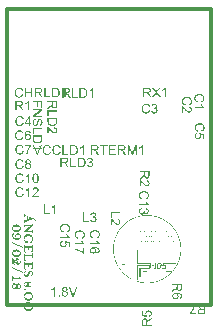
<source format=gto>
G04*
G04 #@! TF.GenerationSoftware,Altium Limited,Altium Designer,18.0.11 (651)*
G04*
G04 Layer_Color=65535*
%FSAX44Y44*%
%MOMM*%
G71*
G01*
G75*
%ADD10C,0.3000*%
G36*
X01004293Y00808809D02*
X01004361D01*
Y00808741D01*
X01004429D01*
Y00808809D01*
X01004632D01*
Y00808741D01*
X01004700D01*
Y00808809D01*
X01004767D01*
Y00808741D01*
X01004835D01*
Y00808809D01*
X01004903D01*
Y00808741D01*
X01005377D01*
Y00808673D01*
X01005445D01*
Y00808741D01*
X01005512D01*
Y00808673D01*
X01005580D01*
Y00808741D01*
X01005648D01*
Y00808673D01*
X01005716D01*
Y00808741D01*
X01005783D01*
Y00808673D01*
X01005851D01*
Y00808605D01*
X01005919D01*
Y00808673D01*
X01005987D01*
Y00808605D01*
X01006054D01*
Y00808673D01*
X01006122D01*
Y00808605D01*
X01006596D01*
Y00808538D01*
X01006664D01*
Y00808605D01*
X01006732D01*
Y00808538D01*
X01006799D01*
Y00808470D01*
X01006867D01*
Y00808538D01*
X01006935D01*
Y00808470D01*
X01007003D01*
Y00808538D01*
X01007070D01*
Y00808470D01*
X01007409D01*
Y00808402D01*
X01007477D01*
Y00808470D01*
X01007545D01*
Y00808402D01*
X01007748D01*
Y00808334D01*
X01008086D01*
Y00808267D01*
X01008154D01*
Y00808334D01*
X01008222D01*
Y00808267D01*
X01008425D01*
Y00808199D01*
X01008764D01*
Y00808131D01*
X01008967D01*
Y00808064D01*
X01009035D01*
Y00808131D01*
X01009103D01*
Y00808064D01*
X01009306D01*
Y00807996D01*
X01009373D01*
Y00808064D01*
X01009441D01*
Y00807996D01*
X01009509D01*
Y00807928D01*
X01009848D01*
Y00807860D01*
X01009915D01*
Y00807793D01*
X01009983D01*
Y00807860D01*
X01010051D01*
Y00807793D01*
X01010390D01*
Y00807725D01*
X01010593D01*
Y00807657D01*
X01010796D01*
Y00807589D01*
X01010864D01*
Y00807657D01*
X01010931D01*
Y00807589D01*
X01010999D01*
Y00807522D01*
X01011202D01*
Y00807454D01*
X01011270D01*
Y00807522D01*
X01011338D01*
Y00807454D01*
X01011406D01*
Y00807386D01*
X01011609D01*
Y00807318D01*
X01011677D01*
Y00807386D01*
X01011744D01*
Y00807318D01*
X01011812D01*
Y00807251D01*
X01012015D01*
Y00807183D01*
X01012083D01*
Y00807251D01*
X01012151D01*
Y00807183D01*
X01012218D01*
Y00807115D01*
X01012422D01*
Y00807047D01*
X01012489D01*
Y00806980D01*
X01012557D01*
Y00807047D01*
X01012625D01*
Y00806980D01*
X01012828D01*
Y00806912D01*
X01012896D01*
Y00806844D01*
X01013099D01*
Y00806776D01*
X01013167D01*
Y00806709D01*
X01013235D01*
Y00806776D01*
X01013302D01*
Y00806709D01*
X01013505D01*
Y00806641D01*
X01013573D01*
Y00806573D01*
X01013776D01*
Y00806506D01*
X01013844D01*
Y00806438D01*
X01014047D01*
Y00806370D01*
X01014115D01*
Y00806302D01*
X01014183D01*
Y00806370D01*
X01014251D01*
Y00806302D01*
X01014318D01*
Y00806235D01*
X01014386D01*
Y00806302D01*
X01014454D01*
Y00806235D01*
X01014522D01*
Y00806167D01*
X01014725D01*
Y00806099D01*
X01014793D01*
Y00806031D01*
X01014996D01*
Y00805964D01*
X01015063D01*
Y00805896D01*
X01015267D01*
Y00805828D01*
X01015334D01*
Y00805760D01*
X01015538D01*
Y00805693D01*
X01015605D01*
Y00805625D01*
X01015809D01*
Y00805557D01*
X01015876D01*
Y00805489D01*
X01015944D01*
Y00805422D01*
X01016012D01*
Y00805489D01*
X01016080D01*
Y00805422D01*
X01016147D01*
Y00805354D01*
X01016283D01*
Y00805286D01*
X01016418D01*
Y00805219D01*
X01016486D01*
Y00805151D01*
X01016554D01*
Y00805083D01*
X01016757D01*
Y00805015D01*
X01016825D01*
Y00804948D01*
X01017028D01*
Y00804880D01*
X01017096D01*
Y00804812D01*
X01017163D01*
Y00804744D01*
X01017231D01*
Y00804812D01*
X01017299D01*
Y00804744D01*
X01017367D01*
Y00804677D01*
X01017434D01*
Y00804609D01*
X01017502D01*
Y00804541D01*
X01017705D01*
Y00804473D01*
X01017773D01*
Y00804406D01*
X01017841D01*
Y00804338D01*
X01017908D01*
Y00804270D01*
X01018112D01*
Y00804202D01*
X01018179D01*
Y00804135D01*
X01018247D01*
Y00804067D01*
X01018315D01*
Y00803999D01*
X01018518D01*
Y00803932D01*
X01018586D01*
Y00803864D01*
X01018654D01*
Y00803796D01*
X01018721D01*
Y00803728D01*
X01018925D01*
Y00803661D01*
X01018992D01*
Y00803593D01*
X01019060D01*
Y00803525D01*
X01019128D01*
Y00803457D01*
X01019263D01*
Y00803390D01*
X01019331D01*
Y00803322D01*
X01019466D01*
Y00803254D01*
X01019534D01*
Y00803186D01*
X01019602D01*
Y00803119D01*
X01019670D01*
Y00803051D01*
X01019873D01*
Y00802983D01*
Y00802915D01*
X01020008D01*
Y00802848D01*
X01020076D01*
Y00802780D01*
X01020144D01*
Y00802712D01*
X01020212D01*
Y00802644D01*
X01020347D01*
Y00802577D01*
Y00802509D01*
X01020550D01*
Y00802441D01*
Y00802374D01*
X01020686D01*
Y00802306D01*
X01020753D01*
Y00802238D01*
X01020821D01*
Y00802170D01*
X01020889D01*
Y00802103D01*
X01020957D01*
Y00802035D01*
X01021024D01*
Y00801967D01*
X01021092D01*
Y00801899D01*
X01021160D01*
Y00801832D01*
X01021363D01*
Y00801764D01*
Y00801696D01*
X01021499D01*
Y00801628D01*
X01021566D01*
Y00801561D01*
X01021634D01*
Y00801493D01*
X01021702D01*
Y00801425D01*
X01021770D01*
Y00801357D01*
X01021837D01*
Y00801290D01*
X01021905D01*
Y00801222D01*
X01021973D01*
Y00801154D01*
X01022041D01*
Y00801087D01*
X01022108D01*
Y00801019D01*
X01022176D01*
Y00800951D01*
X01022244D01*
Y00800883D01*
X01022311D01*
Y00800816D01*
X01022379D01*
Y00800748D01*
X01022447D01*
Y00800680D01*
X01022515D01*
Y00800612D01*
X01022582D01*
Y00800545D01*
X01022650D01*
Y00800477D01*
X01022718D01*
Y00800409D01*
X01022786D01*
Y00800341D01*
X01022853D01*
Y00800274D01*
X01022921D01*
Y00800206D01*
X01022989D01*
Y00800138D01*
X01023057D01*
Y00800070D01*
X01023124D01*
Y00800003D01*
X01023192D01*
Y00799935D01*
X01023260D01*
Y00799867D01*
X01023328D01*
Y00799799D01*
X01023395D01*
Y00799732D01*
X01023463D01*
Y00799664D01*
X01023531D01*
Y00799596D01*
X01023598D01*
Y00799528D01*
X01023666D01*
Y00799461D01*
X01023734D01*
Y00799393D01*
X01023802D01*
Y00799325D01*
X01023869D01*
Y00799258D01*
X01023937D01*
Y00799190D01*
Y00799122D01*
X01024073D01*
Y00799054D01*
Y00798987D01*
X01024208D01*
Y00798919D01*
X01024140D01*
Y00798851D01*
X01024208D01*
Y00798783D01*
X01024276D01*
Y00798716D01*
X01024344D01*
Y00798648D01*
X01024411D01*
Y00798580D01*
X01024479D01*
Y00798512D01*
X01024547D01*
Y00798445D01*
X01024615D01*
Y00798377D01*
X01024682D01*
Y00798309D01*
X01024750D01*
Y00798241D01*
Y00798174D01*
X01024818D01*
Y00798106D01*
Y00798038D01*
X01024953D01*
Y00797971D01*
Y00797903D01*
X01025021D01*
Y00797835D01*
X01025089D01*
Y00797767D01*
X01025156D01*
Y00797700D01*
X01025224D01*
Y00797632D01*
X01025292D01*
Y00797564D01*
Y00797496D01*
X01025360D01*
Y00797429D01*
Y00797361D01*
X01025427D01*
Y00797293D01*
X01025495D01*
Y00797225D01*
X01025563D01*
Y00797158D01*
X01025631D01*
Y00797090D01*
X01025698D01*
Y00797022D01*
X01025631D01*
Y00796954D01*
X01025766D01*
Y00796887D01*
Y00796819D01*
X01025834D01*
Y00796751D01*
X01025902D01*
Y00796683D01*
X01025969D01*
Y00796616D01*
Y00796548D01*
X01026037D01*
Y00796480D01*
Y00796413D01*
X01026105D01*
Y00796345D01*
X01026173D01*
Y00796277D01*
X01026240D01*
Y00796209D01*
Y00796142D01*
X01026308D01*
Y00796074D01*
Y00796006D01*
X01026376D01*
Y00795938D01*
X01026443D01*
Y00795871D01*
X01026511D01*
Y00795803D01*
X01026579D01*
Y00795735D01*
Y00795667D01*
Y00795600D01*
X01026647D01*
Y00795532D01*
X01026714D01*
Y00795464D01*
X01026782D01*
Y00795396D01*
X01026714D01*
Y00795329D01*
X01026850D01*
Y00795261D01*
Y00795193D01*
X01026918D01*
Y00795126D01*
X01026985D01*
Y00795058D01*
X01027053D01*
Y00794990D01*
Y00794922D01*
Y00794855D01*
X01027121D01*
Y00794787D01*
X01027189D01*
Y00794719D01*
Y00794651D01*
X01027256D01*
Y00794584D01*
Y00794516D01*
X01027324D01*
Y00794448D01*
X01027392D01*
Y00794380D01*
X01027460D01*
Y00794313D01*
X01027392D01*
Y00794245D01*
X01027460D01*
Y00794177D01*
X01027527D01*
Y00794109D01*
X01027595D01*
Y00794042D01*
X01027527D01*
Y00793974D01*
X01027595D01*
Y00793906D01*
X01027663D01*
Y00793839D01*
X01027731D01*
Y00793771D01*
Y00793703D01*
Y00793635D01*
X01027798D01*
Y00793568D01*
X01027866D01*
Y00793500D01*
Y00793432D01*
X01027934D01*
Y00793364D01*
Y00793297D01*
X01028001D01*
Y00793229D01*
Y00793161D01*
X01028069D01*
Y00793093D01*
Y00793026D01*
X01028137D01*
Y00792958D01*
Y00792890D01*
X01028205D01*
Y00792822D01*
Y00792755D01*
X01028272D01*
Y00792687D01*
Y00792619D01*
X01028340D01*
Y00792551D01*
Y00792484D01*
X01028408D01*
Y00792416D01*
Y00792348D01*
X01028476D01*
Y00792281D01*
Y00792213D01*
X01028543D01*
Y00792145D01*
Y00792077D01*
Y00792010D01*
X01028611D01*
Y00791942D01*
X01028679D01*
Y00791874D01*
X01028611D01*
Y00791806D01*
X01028679D01*
Y00791739D01*
X01028747D01*
Y00791671D01*
X01028814D01*
Y00791603D01*
X01028747D01*
Y00791535D01*
X01028814D01*
Y00791468D01*
X01028882D01*
Y00791400D01*
Y00791332D01*
Y00791264D01*
X01028950D01*
Y00791197D01*
Y00791129D01*
Y00791061D01*
X01029018D01*
Y00790993D01*
X01029085D01*
Y00790926D01*
X01029018D01*
Y00790858D01*
X01029085D01*
Y00790790D01*
X01029153D01*
Y00790723D01*
X01029221D01*
Y00790655D01*
X01029153D01*
Y00790587D01*
X01029221D01*
Y00790519D01*
Y00790452D01*
X01029288D01*
Y00790384D01*
Y00790316D01*
X01029356D01*
Y00790248D01*
X01029288D01*
Y00790181D01*
X01029356D01*
Y00790113D01*
X01029424D01*
Y00790045D01*
Y00789977D01*
Y00789910D01*
X01029492D01*
Y00789842D01*
Y00789774D01*
Y00789706D01*
X01029559D01*
Y00789639D01*
Y00789571D01*
Y00789503D01*
X01029627D01*
Y00789436D01*
Y00789368D01*
Y00789300D01*
X01029695D01*
Y00789232D01*
Y00789165D01*
Y00789097D01*
X01029763D01*
Y00789029D01*
Y00788961D01*
Y00788894D01*
X01029830D01*
Y00788826D01*
Y00788758D01*
Y00788690D01*
X01029898D01*
Y00788623D01*
Y00788555D01*
Y00788487D01*
X01029966D01*
Y00788419D01*
Y00788352D01*
Y00788284D01*
X01030034D01*
Y00788216D01*
Y00788148D01*
Y00788081D01*
Y00788013D01*
X01030101D01*
Y00787945D01*
Y00787878D01*
X01030169D01*
Y00787810D01*
X01030101D01*
Y00787742D01*
X01030169D01*
Y00787674D01*
Y00787607D01*
Y00787539D01*
X01030237D01*
Y00787471D01*
Y00787403D01*
Y00787336D01*
X01030305D01*
Y00787268D01*
X01030237D01*
Y00787200D01*
X01030305D01*
Y00787132D01*
Y00787065D01*
Y00786997D01*
X01030372D01*
Y00786929D01*
Y00786861D01*
Y00786794D01*
X01030440D01*
Y00786726D01*
X01030372D01*
Y00786658D01*
X01030440D01*
Y00786590D01*
Y00786523D01*
Y00786455D01*
X01030508D01*
Y00786387D01*
Y00786320D01*
Y00786252D01*
Y00786184D01*
Y00786116D01*
X01030576D01*
Y00786049D01*
Y00785981D01*
Y00785913D01*
Y00785845D01*
Y00785778D01*
X01030643D01*
Y00785710D01*
Y00785642D01*
Y00785574D01*
X01030711D01*
Y00785507D01*
X01030643D01*
Y00785439D01*
X01030711D01*
Y00785371D01*
X01030643D01*
Y00785303D01*
X01030711D01*
Y00785236D01*
Y00785168D01*
Y00785100D01*
X01030779D01*
Y00785033D01*
Y00784965D01*
Y00784897D01*
Y00784829D01*
Y00784762D01*
X01030846D01*
Y00784694D01*
X01030779D01*
Y00784626D01*
X01030846D01*
Y00784558D01*
X01030779D01*
Y00784491D01*
X01030846D01*
Y00784423D01*
Y00784355D01*
Y00784287D01*
X01030914D01*
Y00784220D01*
Y00784152D01*
Y00784084D01*
Y00784016D01*
Y00783949D01*
X01030982D01*
Y00783881D01*
X01030914D01*
Y00783813D01*
X01030982D01*
Y00783745D01*
X01030914D01*
Y00783678D01*
X01030982D01*
Y00783610D01*
X01030914D01*
Y00783542D01*
X01030982D01*
Y00783475D01*
Y00783407D01*
Y00783339D01*
Y00783271D01*
Y00783204D01*
X01031050D01*
Y00783136D01*
X01030982D01*
Y00783068D01*
X01031050D01*
Y00783000D01*
Y00782933D01*
Y00782865D01*
X01031117D01*
Y00782797D01*
X01031050D01*
Y00782729D01*
X01031117D01*
Y00782662D01*
X01031050D01*
Y00782594D01*
X01031117D01*
Y00782526D01*
X01031050D01*
Y00782458D01*
X01031117D01*
Y00782391D01*
X01031050D01*
Y00782323D01*
X01031117D01*
Y00782255D01*
Y00782188D01*
Y00782120D01*
X01031050D01*
Y00782052D01*
X01031117D01*
Y00781984D01*
Y00781917D01*
Y00781849D01*
Y00781781D01*
Y00781713D01*
X01031185D01*
Y00781646D01*
X01031117D01*
Y00781578D01*
Y00781510D01*
Y00781442D01*
X01031185D01*
Y00781375D01*
X01031117D01*
Y00781307D01*
X01031185D01*
Y00781239D01*
Y00781171D01*
Y00781104D01*
X01031117D01*
Y00781036D01*
X01031185D01*
Y00780968D01*
Y00780900D01*
Y00780833D01*
Y00780765D01*
Y00780697D01*
Y00780630D01*
Y00780562D01*
Y00780494D01*
Y00780426D01*
Y00780359D01*
Y00780291D01*
Y00780223D01*
Y00780155D01*
Y00780088D01*
Y00780020D01*
Y00779952D01*
Y00779884D01*
Y00779817D01*
Y00779749D01*
Y00779681D01*
Y00779613D01*
Y00779546D01*
Y00779478D01*
Y00779410D01*
Y00779342D01*
Y00779275D01*
Y00779207D01*
X01031117D01*
Y00779139D01*
X01031185D01*
Y00779072D01*
Y00779004D01*
Y00778936D01*
X01031117D01*
Y00778868D01*
X01031185D01*
Y00778801D01*
X01031117D01*
Y00778733D01*
X01031185D01*
Y00778665D01*
X01031117D01*
Y00778597D01*
Y00778530D01*
Y00778462D01*
Y00778394D01*
Y00778326D01*
Y00778259D01*
Y00778191D01*
Y00778123D01*
Y00778055D01*
X01031050D01*
Y00777988D01*
X01031117D01*
Y00777920D01*
X01031050D01*
Y00777852D01*
X01031117D01*
Y00777785D01*
X01031050D01*
Y00777717D01*
X01031117D01*
Y00777649D01*
X01031050D01*
Y00777581D01*
X01031117D01*
Y00777514D01*
X01031050D01*
Y00777446D01*
X01031117D01*
Y00777378D01*
X01031050D01*
Y00777310D01*
Y00777243D01*
Y00777175D01*
Y00777107D01*
Y00777039D01*
X01030982D01*
Y00776972D01*
X01031050D01*
Y00776904D01*
X01030982D01*
Y00776836D01*
Y00776768D01*
Y00776701D01*
Y00776633D01*
Y00776565D01*
X01030914D01*
Y00776497D01*
X01030982D01*
Y00776430D01*
X01030914D01*
Y00776362D01*
X01030982D01*
Y00776294D01*
X01030914D01*
Y00776227D01*
X01030982D01*
Y00776159D01*
X01030914D01*
Y00776091D01*
Y00776023D01*
Y00775956D01*
X01030846D01*
Y00775888D01*
Y00775820D01*
Y00775752D01*
Y00775685D01*
Y00775617D01*
X01030779D01*
Y00775549D01*
X01030846D01*
Y00775481D01*
X01030779D01*
Y00775414D01*
X01030846D01*
Y00775346D01*
X01030779D01*
Y00775278D01*
X01030846D01*
Y00775210D01*
X01030779D01*
Y00775143D01*
Y00775075D01*
Y00775007D01*
X01030711D01*
Y00774939D01*
Y00774872D01*
Y00774804D01*
X01030643D01*
Y00774736D01*
X01030711D01*
Y00774669D01*
X01030643D01*
Y00774601D01*
X01030711D01*
Y00774533D01*
X01030643D01*
Y00774465D01*
Y00774398D01*
Y00774330D01*
X01030576D01*
Y00774262D01*
Y00774194D01*
Y00774127D01*
X01030508D01*
Y00774059D01*
X01030576D01*
Y00773991D01*
X01030508D01*
Y00773923D01*
X01030576D01*
Y00773856D01*
X01030508D01*
Y00773788D01*
Y00773720D01*
Y00773652D01*
X01030440D01*
Y00773585D01*
X01030372D01*
Y00773517D01*
X01030440D01*
Y00773449D01*
X01030372D01*
Y00773382D01*
X01030440D01*
Y00773314D01*
X01030372D01*
Y00773246D01*
Y00773178D01*
Y00773111D01*
X01030305D01*
Y00773043D01*
Y00772975D01*
Y00772907D01*
X01030237D01*
Y00772840D01*
X01030305D01*
Y00772772D01*
X01030237D01*
Y00772704D01*
Y00772636D01*
Y00772569D01*
X01030169D01*
Y00772501D01*
Y00772433D01*
Y00772365D01*
X01030101D01*
Y00772298D01*
Y00772230D01*
Y00772162D01*
X01030034D01*
Y00772094D01*
Y00772027D01*
Y00771959D01*
X01029966D01*
Y00771891D01*
X01030034D01*
Y00771824D01*
X01029966D01*
Y00771756D01*
Y00771688D01*
Y00771620D01*
X01029898D01*
Y00771553D01*
X01029830D01*
Y00771485D01*
X01029898D01*
Y00771417D01*
X01029830D01*
Y00771349D01*
Y00771282D01*
Y00771214D01*
X01029763D01*
Y00771146D01*
Y00771078D01*
Y00771011D01*
X01029695D01*
Y00770943D01*
Y00770875D01*
Y00770807D01*
X01029627D01*
Y00770740D01*
Y00770672D01*
Y00770604D01*
X01029559D01*
Y00770536D01*
Y00770469D01*
Y00770401D01*
X01029492D01*
Y00770333D01*
Y00770266D01*
Y00770198D01*
X01029424D01*
Y00770130D01*
Y00770062D01*
Y00769995D01*
X01029356D01*
Y00770062D01*
Y00770130D01*
Y00770198D01*
Y00770266D01*
Y00770333D01*
Y00770401D01*
Y00770469D01*
Y00770536D01*
Y00770604D01*
Y00770672D01*
Y00770740D01*
Y00770807D01*
X01020212D01*
Y00770875D01*
X01029153D01*
Y00770943D01*
Y00771011D01*
X01029221D01*
Y00771078D01*
Y00771146D01*
X01029288D01*
Y00771214D01*
Y00771282D01*
Y00771349D01*
Y00771417D01*
X01029356D01*
Y00771485D01*
Y00771553D01*
Y00771620D01*
X01029424D01*
Y00771688D01*
Y00771756D01*
Y00771824D01*
X01029492D01*
Y00771891D01*
Y00771959D01*
Y00772027D01*
X01029559D01*
Y00772094D01*
Y00772162D01*
Y00772230D01*
Y00772298D01*
X01029627D01*
Y00772365D01*
Y00772433D01*
Y00772501D01*
X01029695D01*
Y00772569D01*
Y00772636D01*
Y00772704D01*
Y00772772D01*
X01029763D01*
Y00772840D01*
Y00772907D01*
Y00772975D01*
Y00773043D01*
X01029830D01*
Y00773111D01*
Y00773178D01*
Y00773246D01*
Y00773314D01*
X01029898D01*
Y00773382D01*
Y00773449D01*
Y00773517D01*
Y00773585D01*
X01029966D01*
Y00773652D01*
Y00773720D01*
Y00773788D01*
Y00773856D01*
X01030034D01*
Y00773923D01*
Y00773991D01*
Y00774059D01*
Y00774127D01*
Y00774194D01*
X01030101D01*
Y00774262D01*
Y00774330D01*
Y00774398D01*
Y00774465D01*
Y00774533D01*
X01030169D01*
Y00774601D01*
Y00774669D01*
Y00774736D01*
Y00774804D01*
Y00774872D01*
X01030237D01*
Y00774939D01*
Y00775007D01*
Y00775075D01*
Y00775143D01*
Y00775210D01*
X01030305D01*
Y00775278D01*
Y00775346D01*
Y00775414D01*
Y00775481D01*
Y00775549D01*
Y00775617D01*
X01030372D01*
Y00775685D01*
Y00775752D01*
Y00775820D01*
Y00775888D01*
Y00775956D01*
Y00776023D01*
Y00776091D01*
X01030440D01*
Y00776159D01*
Y00776227D01*
Y00776294D01*
Y00776362D01*
Y00776430D01*
Y00776497D01*
Y00776565D01*
Y00776633D01*
X01030508D01*
Y00776701D01*
Y00776768D01*
Y00776836D01*
Y00776904D01*
Y00776972D01*
Y00777039D01*
Y00777107D01*
Y00777175D01*
Y00777243D01*
X01030576D01*
Y00777310D01*
Y00777378D01*
Y00777446D01*
Y00777514D01*
Y00777581D01*
Y00777649D01*
Y00777717D01*
Y00777785D01*
Y00777852D01*
Y00777920D01*
Y00777988D01*
X01030643D01*
Y00778055D01*
Y00778123D01*
Y00778191D01*
Y00778259D01*
Y00778326D01*
Y00778394D01*
Y00778462D01*
Y00778530D01*
Y00778597D01*
Y00778665D01*
Y00778733D01*
Y00778801D01*
Y00778868D01*
Y00778936D01*
Y00779004D01*
Y00779072D01*
Y00779139D01*
Y00779207D01*
Y00779275D01*
Y00779342D01*
X01030711D01*
Y00779410D01*
Y00779478D01*
Y00779546D01*
Y00779613D01*
Y00779681D01*
Y00779749D01*
Y00779817D01*
Y00779884D01*
Y00779952D01*
Y00780020D01*
Y00780088D01*
Y00780155D01*
Y00780223D01*
Y00780291D01*
Y00780359D01*
Y00780426D01*
Y00780494D01*
Y00780562D01*
Y00780630D01*
Y00780697D01*
Y00780765D01*
X01030643D01*
Y00780833D01*
Y00780900D01*
Y00780968D01*
Y00781036D01*
Y00781104D01*
Y00781171D01*
Y00781239D01*
Y00781307D01*
Y00781375D01*
Y00781442D01*
Y00781510D01*
Y00781578D01*
Y00781646D01*
Y00781713D01*
Y00781781D01*
Y00781849D01*
Y00781917D01*
Y00781984D01*
Y00782052D01*
Y00782120D01*
X01030576D01*
Y00782188D01*
Y00782255D01*
Y00782323D01*
Y00782391D01*
Y00782458D01*
Y00782526D01*
Y00782594D01*
Y00782662D01*
Y00782729D01*
Y00782797D01*
Y00782865D01*
Y00782933D01*
X01030508D01*
Y00783000D01*
Y00783068D01*
Y00783136D01*
Y00783204D01*
Y00783271D01*
Y00783339D01*
Y00783407D01*
Y00783475D01*
Y00783542D01*
X01030440D01*
Y00783610D01*
Y00783678D01*
Y00783745D01*
Y00783813D01*
Y00783881D01*
Y00783949D01*
Y00784016D01*
X01030372D01*
Y00784084D01*
Y00784152D01*
Y00784220D01*
Y00784287D01*
Y00784355D01*
Y00784423D01*
Y00784491D01*
X01030305D01*
Y00784558D01*
Y00784626D01*
Y00784694D01*
Y00784762D01*
Y00784829D01*
Y00784897D01*
X01030237D01*
Y00784965D01*
Y00785033D01*
Y00785100D01*
Y00785168D01*
Y00785236D01*
Y00785303D01*
X01030169D01*
Y00785371D01*
Y00785439D01*
Y00785507D01*
Y00785574D01*
Y00785642D01*
X01030101D01*
Y00785710D01*
Y00785778D01*
Y00785845D01*
Y00785913D01*
Y00785981D01*
X01030034D01*
Y00786049D01*
Y00786116D01*
Y00786184D01*
Y00786252D01*
X01029966D01*
Y00786320D01*
Y00786387D01*
Y00786455D01*
Y00786523D01*
Y00786590D01*
X01029898D01*
Y00786658D01*
Y00786726D01*
Y00786794D01*
Y00786861D01*
X01029830D01*
Y00786929D01*
Y00786997D01*
Y00787065D01*
Y00787132D01*
X01029763D01*
Y00787200D01*
Y00787268D01*
Y00787336D01*
X01029695D01*
Y00787403D01*
Y00787471D01*
Y00787539D01*
Y00787607D01*
X01029627D01*
Y00787674D01*
Y00787742D01*
Y00787810D01*
Y00787878D01*
X01029559D01*
Y00787945D01*
Y00788013D01*
Y00788081D01*
X01029492D01*
Y00788148D01*
Y00788216D01*
Y00788284D01*
Y00788352D01*
X01029424D01*
Y00788419D01*
Y00788487D01*
Y00788555D01*
X01029356D01*
Y00788623D01*
Y00788690D01*
Y00788758D01*
X01029288D01*
Y00788826D01*
Y00788894D01*
Y00788961D01*
X01029221D01*
Y00789029D01*
Y00789097D01*
Y00789165D01*
X01029153D01*
Y00789232D01*
Y00789300D01*
Y00789368D01*
X01029085D01*
Y00789436D01*
Y00789503D01*
Y00789571D01*
X01029018D01*
Y00789639D01*
Y00789706D01*
X01028950D01*
Y00789774D01*
Y00789842D01*
Y00789910D01*
X01028882D01*
Y00789977D01*
Y00790045D01*
Y00790113D01*
X01028814D01*
Y00790181D01*
Y00790248D01*
X01028747D01*
Y00790316D01*
Y00790384D01*
Y00790452D01*
X01028679D01*
Y00790519D01*
Y00790587D01*
Y00790655D01*
X01028611D01*
Y00790723D01*
Y00790790D01*
X01028543D01*
Y00790858D01*
Y00790926D01*
X01028476D01*
Y00790993D01*
Y00791061D01*
Y00791129D01*
X01028408D01*
Y00791197D01*
Y00791264D01*
X01028340D01*
Y00791332D01*
Y00791400D01*
X01028272D01*
Y00791468D01*
Y00791535D01*
Y00791603D01*
X01028205D01*
Y00791671D01*
Y00791739D01*
X01028137D01*
Y00791806D01*
Y00791874D01*
X01028069D01*
Y00791942D01*
Y00792010D01*
X01028001D01*
Y00792077D01*
Y00792145D01*
X01027934D01*
Y00792213D01*
Y00792281D01*
X01027866D01*
Y00792348D01*
Y00792416D01*
Y00792484D01*
X01027798D01*
Y00792551D01*
Y00792619D01*
X01027731D01*
Y00792687D01*
Y00792755D01*
X01027663D01*
Y00792822D01*
Y00792890D01*
X01027595D01*
Y00792958D01*
Y00793026D01*
X01027527D01*
Y00793093D01*
Y00793161D01*
X01027460D01*
Y00793229D01*
X01027392D01*
Y00793297D01*
Y00793364D01*
X01027324D01*
Y00793432D01*
Y00793500D01*
X01027256D01*
Y00793568D01*
Y00793635D01*
X01027189D01*
Y00793703D01*
Y00793771D01*
X01027121D01*
Y00793839D01*
Y00793906D01*
X01027053D01*
Y00793974D01*
X01026985D01*
Y00794042D01*
Y00794109D01*
X01026918D01*
Y00794177D01*
Y00794245D01*
X01026850D01*
Y00794313D01*
Y00794380D01*
X01026782D01*
Y00794448D01*
X01026714D01*
Y00794516D01*
Y00794584D01*
X01026647D01*
Y00794651D01*
Y00794719D01*
X01026579D01*
Y00794787D01*
X01026511D01*
Y00794855D01*
Y00794922D01*
X01026443D01*
Y00794990D01*
Y00795058D01*
X01026376D01*
Y00795126D01*
X01026308D01*
Y00795193D01*
Y00795261D01*
X01026240D01*
Y00795329D01*
X01026173D01*
Y00795396D01*
Y00795464D01*
X01026105D01*
Y00795532D01*
X01026037D01*
Y00795600D01*
Y00795667D01*
X01025969D01*
Y00795735D01*
X01025902D01*
Y00795803D01*
Y00795871D01*
X01025834D01*
Y00795938D01*
X01025766D01*
Y00796006D01*
Y00796074D01*
X01025698D01*
Y00796142D01*
X01025631D01*
Y00796209D01*
Y00796277D01*
X01025563D01*
Y00796345D01*
X01025495D01*
Y00796413D01*
Y00796480D01*
X01025427D01*
Y00796548D01*
X01025360D01*
Y00796616D01*
X01025292D01*
Y00796683D01*
Y00796751D01*
X01025224D01*
Y00796819D01*
X01025156D01*
Y00796887D01*
Y00796954D01*
X01025089D01*
Y00797022D01*
X01025021D01*
Y00797090D01*
X01024953D01*
Y00797158D01*
Y00797225D01*
X01024886D01*
Y00797293D01*
X01024818D01*
Y00797361D01*
X01024750D01*
Y00797429D01*
X01024682D01*
Y00797496D01*
Y00797564D01*
X01024615D01*
Y00797632D01*
X01024547D01*
Y00797700D01*
X01024479D01*
Y00797767D01*
X01024411D01*
Y00797835D01*
Y00797903D01*
X01024344D01*
Y00797971D01*
X01024276D01*
Y00798038D01*
X01024208D01*
Y00798106D01*
X01024140D01*
Y00798174D01*
Y00798241D01*
X01024073D01*
Y00798309D01*
X01024005D01*
Y00798377D01*
X01023937D01*
Y00798445D01*
X01023869D01*
Y00798512D01*
X01023802D01*
Y00798580D01*
X01023734D01*
Y00798648D01*
Y00798716D01*
X01023666D01*
Y00798783D01*
X01023598D01*
Y00798851D01*
X01023531D01*
Y00798919D01*
X01023463D01*
Y00798987D01*
X01023395D01*
Y00799054D01*
X01023328D01*
Y00799122D01*
X01023260D01*
Y00799190D01*
X01023192D01*
Y00799258D01*
X01023124D01*
Y00799325D01*
Y00799393D01*
X01023057D01*
Y00799461D01*
X01022989D01*
Y00799528D01*
X01022921D01*
Y00799596D01*
X01022853D01*
Y00799664D01*
X01022786D01*
Y00799732D01*
X01022718D01*
Y00799799D01*
X01022650D01*
Y00799867D01*
X01022582D01*
Y00799935D01*
X01022515D01*
Y00800003D01*
X01022447D01*
Y00800070D01*
X01022379D01*
Y00800138D01*
X01022311D01*
Y00800206D01*
X01022244D01*
Y00800274D01*
X01022176D01*
Y00800341D01*
X01022108D01*
Y00800409D01*
X01022041D01*
Y00800477D01*
X01021973D01*
Y00800545D01*
X01021905D01*
Y00800612D01*
X01021837D01*
Y00800680D01*
X01021770D01*
Y00800748D01*
X01021702D01*
Y00800816D01*
X01021566D01*
Y00800883D01*
X01021499D01*
Y00800951D01*
X01021431D01*
Y00801019D01*
X01021363D01*
Y00801087D01*
X01021295D01*
Y00801154D01*
X01021228D01*
Y00801222D01*
X01021160D01*
Y00801290D01*
X01021092D01*
Y00801357D01*
X01021024D01*
Y00801425D01*
X01020889D01*
Y00801493D01*
X01020821D01*
Y00801561D01*
X01020753D01*
Y00801628D01*
X01020686D01*
Y00801696D01*
X01020618D01*
Y00801764D01*
X01020550D01*
Y00801832D01*
X01020415D01*
Y00801899D01*
X01020347D01*
Y00801967D01*
X01020279D01*
Y00802035D01*
X01020212D01*
Y00802103D01*
X01020076D01*
Y00802170D01*
X01020008D01*
Y00802238D01*
X01019941D01*
Y00802306D01*
X01019873D01*
Y00802374D01*
X01019737D01*
Y00802441D01*
X01019670D01*
Y00802509D01*
X01019602D01*
Y00802577D01*
X01019534D01*
Y00802644D01*
X01019399D01*
Y00802712D01*
X01019331D01*
Y00802780D01*
X01019263D01*
Y00802848D01*
X01019128D01*
Y00802915D01*
X01019060D01*
Y00802983D01*
X01018925D01*
Y00803051D01*
X01018857D01*
Y00803119D01*
X01018789D01*
Y00803186D01*
X01018654D01*
Y00803254D01*
X01018586D01*
Y00803322D01*
X01018450D01*
Y00803390D01*
X01018383D01*
Y00803457D01*
X01018247D01*
Y00803525D01*
X01018179D01*
Y00803593D01*
X01018044D01*
Y00803661D01*
X01017976D01*
Y00803728D01*
X01017841D01*
Y00803796D01*
X01017773D01*
Y00803864D01*
X01017638D01*
Y00803932D01*
X01017570D01*
Y00803999D01*
X01017434D01*
Y00804067D01*
X01017367D01*
Y00804135D01*
X01017231D01*
Y00804202D01*
X01017096D01*
Y00804270D01*
X01017028D01*
Y00804338D01*
X01016892D01*
Y00804406D01*
X01016757D01*
Y00804473D01*
X01016689D01*
Y00804541D01*
X01016554D01*
Y00804609D01*
X01016418D01*
Y00804677D01*
X01016283D01*
Y00804744D01*
X01016215D01*
Y00804812D01*
X01016080D01*
Y00804880D01*
X01015944D01*
Y00804948D01*
X01015809D01*
Y00805015D01*
X01015673D01*
Y00805083D01*
X01015538D01*
Y00805151D01*
X01015470D01*
Y00805219D01*
X01015334D01*
Y00805286D01*
X01015199D01*
Y00805354D01*
X01015063D01*
Y00805422D01*
X01014928D01*
Y00805489D01*
X01014793D01*
Y00805557D01*
X01014657D01*
Y00805625D01*
X01014454D01*
Y00805693D01*
X01014318D01*
Y00805760D01*
X01014183D01*
Y00805828D01*
X01014047D01*
Y00805896D01*
X01013912D01*
Y00805964D01*
X01013776D01*
Y00806031D01*
X01013573D01*
Y00806099D01*
X01013438D01*
Y00806167D01*
X01013302D01*
Y00806235D01*
X01013099D01*
Y00806302D01*
X01012964D01*
Y00806370D01*
X01012760D01*
Y00806438D01*
X01012625D01*
Y00806506D01*
X01012422D01*
Y00806573D01*
X01012218D01*
Y00806641D01*
X01012083D01*
Y00806709D01*
X01011880D01*
Y00806776D01*
X01011677D01*
Y00806844D01*
X01011473D01*
Y00806912D01*
X01011270D01*
Y00806980D01*
X01011067D01*
Y00807047D01*
X01010864D01*
Y00807115D01*
X01010660D01*
Y00807183D01*
X01010390D01*
Y00807251D01*
X01010186D01*
Y00807318D01*
X01009915D01*
Y00807386D01*
X01009712D01*
Y00807454D01*
X01009441D01*
Y00807522D01*
X01009170D01*
Y00807589D01*
X01008899D01*
Y00807657D01*
X01008561D01*
Y00807725D01*
X01008290D01*
Y00807793D01*
X01007951D01*
Y00807860D01*
X01007612D01*
Y00807928D01*
X01007206D01*
Y00807996D01*
X01006799D01*
Y00808064D01*
X01006393D01*
Y00808131D01*
X01005851D01*
Y00808199D01*
X01005241D01*
Y00808267D01*
X01004496D01*
Y00808334D01*
X01003074D01*
Y00808402D01*
X01001719D01*
Y00808334D01*
X01000364D01*
Y00808267D01*
X00999551D01*
Y00808199D01*
X00998942D01*
Y00808131D01*
X00998468D01*
Y00808064D01*
X00997993D01*
Y00807996D01*
X00997587D01*
Y00807928D01*
X00997181D01*
Y00807860D01*
X00996842D01*
Y00807793D01*
X00996503D01*
Y00807725D01*
X00996232D01*
Y00807657D01*
X00995894D01*
Y00807589D01*
X00995623D01*
Y00807522D01*
X00995352D01*
Y00807454D01*
X00995081D01*
Y00807386D01*
X00994877D01*
Y00807318D01*
X00994606D01*
Y00807251D01*
X00994403D01*
Y00807183D01*
X00994132D01*
Y00807115D01*
X00993929D01*
Y00807047D01*
X00993726D01*
Y00806980D01*
X00993523D01*
Y00806912D01*
X00993319D01*
Y00806844D01*
X00993116D01*
Y00806776D01*
X00992913D01*
Y00806709D01*
X00992710D01*
Y00806641D01*
X00992574D01*
Y00806573D01*
X00992371D01*
Y00806506D01*
X00992168D01*
Y00806438D01*
X00992032D01*
Y00806370D01*
X00991829D01*
Y00806302D01*
X00991694D01*
Y00806235D01*
X00991558D01*
Y00806167D01*
X00991355D01*
Y00806099D01*
X00991220D01*
Y00806031D01*
X00991016D01*
Y00805964D01*
X00990881D01*
Y00805896D01*
X00990745D01*
Y00805828D01*
X00990610D01*
Y00805760D01*
X00990474D01*
Y00805693D01*
X00990339D01*
Y00805625D01*
X00990136D01*
Y00805557D01*
X00990000D01*
Y00805489D01*
X00989865D01*
Y00805422D01*
X00989729D01*
Y00805354D01*
X00989594D01*
Y00805286D01*
X00989458D01*
Y00805219D01*
X00989323D01*
Y00805151D01*
X00989255D01*
Y00805083D01*
X00989120D01*
Y00805015D01*
X00988984D01*
Y00804948D01*
X00988849D01*
Y00804880D01*
X00988713D01*
Y00804812D01*
X00988578D01*
Y00804744D01*
X00988510D01*
Y00804677D01*
X00988375D01*
Y00804609D01*
X00988239D01*
Y00804541D01*
X00988104D01*
Y00804473D01*
X00988036D01*
Y00804406D01*
X00987900D01*
Y00804338D01*
X00987765D01*
Y00804270D01*
X00987697D01*
Y00804202D01*
X00987562D01*
Y00804135D01*
X00987426D01*
Y00804067D01*
X00987359D01*
Y00803999D01*
X00987223D01*
Y00803932D01*
X00987155D01*
Y00803864D01*
X00987020D01*
Y00803796D01*
X00986952D01*
Y00803728D01*
X00986817D01*
Y00803661D01*
X00986749D01*
Y00803593D01*
X00986613D01*
Y00803525D01*
X00986546D01*
Y00803457D01*
X00986410D01*
Y00803390D01*
X00986342D01*
Y00803322D01*
X00986207D01*
Y00803254D01*
X00986139D01*
Y00803186D01*
X00986004D01*
Y00803119D01*
X00985936D01*
Y00803051D01*
X00985868D01*
Y00802983D01*
X00985733D01*
Y00802915D01*
X00985665D01*
Y00802848D01*
X00985530D01*
Y00802780D01*
X00985462D01*
Y00802712D01*
X00985394D01*
Y00802644D01*
X00985259D01*
Y00802577D01*
X00985191D01*
Y00802509D01*
X00985123D01*
Y00802441D01*
X00985055D01*
Y00802374D01*
X00984920D01*
Y00802306D01*
X00984852D01*
Y00802238D01*
X00984784D01*
Y00802170D01*
X00984717D01*
Y00802103D01*
X00984581D01*
Y00802035D01*
X00984514D01*
Y00801967D01*
X00984446D01*
Y00801899D01*
X00984378D01*
Y00801832D01*
X00984243D01*
Y00801764D01*
X00984175D01*
Y00801696D01*
X00984107D01*
Y00801628D01*
X00984039D01*
Y00801561D01*
X00983972D01*
Y00801493D01*
X00983904D01*
Y00801425D01*
X00983768D01*
Y00801357D01*
X00983701D01*
Y00801290D01*
X00983633D01*
Y00801222D01*
X00983565D01*
Y00801154D01*
X00983497D01*
Y00801087D01*
X00983430D01*
Y00801019D01*
X00983362D01*
Y00800951D01*
X00983294D01*
Y00800883D01*
X00983226D01*
Y00800816D01*
X00983091D01*
Y00800748D01*
X00983023D01*
Y00800680D01*
X00982956D01*
Y00800612D01*
X00982888D01*
Y00800545D01*
X00982820D01*
Y00800477D01*
X00982752D01*
Y00800409D01*
X00982685D01*
Y00800341D01*
X00982617D01*
Y00800274D01*
X00982549D01*
Y00800206D01*
X00982481D01*
Y00800138D01*
X00982414D01*
Y00800070D01*
X00982346D01*
Y00800003D01*
X00982278D01*
Y00799935D01*
X00982210D01*
Y00799867D01*
X00982143D01*
Y00799799D01*
X00982075D01*
Y00799732D01*
X00982007D01*
Y00799664D01*
X00981939D01*
Y00799596D01*
X00981872D01*
Y00799528D01*
X00981804D01*
Y00799461D01*
X00981736D01*
Y00799393D01*
X00981668D01*
Y00799325D01*
Y00799258D01*
X00981601D01*
Y00799190D01*
X00981533D01*
Y00799122D01*
X00981465D01*
Y00799054D01*
X00981398D01*
Y00798987D01*
X00981330D01*
Y00798919D01*
X00981262D01*
Y00798851D01*
X00981194D01*
Y00798783D01*
X00981127D01*
Y00798716D01*
X00981059D01*
Y00798648D01*
Y00798580D01*
X00980991D01*
Y00798512D01*
X00980923D01*
Y00798445D01*
X00980856D01*
Y00798377D01*
X00980788D01*
Y00798309D01*
X00980720D01*
Y00798241D01*
X00980652D01*
Y00798174D01*
Y00798106D01*
X00980585D01*
Y00798038D01*
X00980517D01*
Y00797971D01*
X00980449D01*
Y00797903D01*
X00980381D01*
Y00797835D01*
Y00797767D01*
X00980314D01*
Y00797700D01*
X00980246D01*
Y00797632D01*
X00980178D01*
Y00797564D01*
X00980111D01*
Y00797496D01*
Y00797429D01*
X00980043D01*
Y00797361D01*
X00979975D01*
Y00797293D01*
X00979907D01*
Y00797225D01*
X00979840D01*
Y00797158D01*
Y00797090D01*
X00979772D01*
Y00797022D01*
X00979704D01*
Y00796954D01*
X00979636D01*
Y00796887D01*
Y00796819D01*
X00979569D01*
Y00796751D01*
X00979501D01*
Y00796683D01*
Y00796616D01*
X00979433D01*
Y00796548D01*
X00979365D01*
Y00796480D01*
X00979298D01*
Y00796413D01*
Y00796345D01*
X00979230D01*
Y00796277D01*
X00979162D01*
Y00796209D01*
Y00796142D01*
X00979094D01*
Y00796074D01*
X00979027D01*
Y00796006D01*
Y00795938D01*
X00978959D01*
Y00795871D01*
X00978891D01*
Y00795803D01*
Y00795735D01*
X00978823D01*
Y00795667D01*
X00978756D01*
Y00795600D01*
Y00795532D01*
X00978688D01*
Y00795464D01*
X00978620D01*
Y00795396D01*
Y00795329D01*
X00978553D01*
Y00795261D01*
X00978485D01*
Y00795193D01*
Y00795126D01*
X00978417D01*
Y00795058D01*
X00978349D01*
Y00794990D01*
Y00794922D01*
X00978282D01*
Y00794855D01*
Y00794787D01*
X00978214D01*
Y00794719D01*
X00978146D01*
Y00794651D01*
Y00794584D01*
X00978078D01*
Y00794516D01*
Y00794448D01*
X00978011D01*
Y00794380D01*
X00977943D01*
Y00794313D01*
Y00794245D01*
X00977875D01*
Y00794177D01*
Y00794109D01*
X00977807D01*
Y00794042D01*
Y00793974D01*
X00977740D01*
Y00793906D01*
X00977672D01*
Y00793839D01*
Y00793771D01*
X00977604D01*
Y00793703D01*
Y00793635D01*
X00977536D01*
Y00793568D01*
Y00793500D01*
X00977469D01*
Y00793432D01*
Y00793364D01*
X00977401D01*
Y00793297D01*
Y00793229D01*
X00977333D01*
Y00793161D01*
X00977266D01*
Y00793093D01*
Y00793026D01*
X00977198D01*
Y00792958D01*
Y00792890D01*
X00977130D01*
Y00792822D01*
Y00792755D01*
X00977062D01*
Y00792687D01*
Y00792619D01*
X00976995D01*
Y00792551D01*
Y00792484D01*
X00976927D01*
Y00792416D01*
Y00792348D01*
X00976859D01*
Y00792281D01*
Y00792213D01*
Y00792145D01*
X00976791D01*
Y00792077D01*
Y00792010D01*
X00976724D01*
Y00791942D01*
Y00791874D01*
X00976656D01*
Y00791806D01*
Y00791739D01*
X00976588D01*
Y00791671D01*
Y00791603D01*
X00976520D01*
Y00791535D01*
Y00791468D01*
Y00791400D01*
X00976453D01*
Y00791332D01*
Y00791264D01*
X00976385D01*
Y00791197D01*
Y00791129D01*
X00976317D01*
Y00791061D01*
Y00790993D01*
Y00790926D01*
X00976249D01*
Y00790858D01*
Y00790790D01*
X00976182D01*
Y00790723D01*
Y00790655D01*
X00976114D01*
Y00790587D01*
Y00790519D01*
Y00790452D01*
X00976046D01*
Y00790384D01*
Y00790316D01*
Y00790248D01*
X00975978D01*
Y00790181D01*
Y00790113D01*
X00975911D01*
Y00790045D01*
Y00789977D01*
Y00789910D01*
X00975843D01*
Y00789842D01*
Y00789774D01*
Y00789706D01*
X00975775D01*
Y00789639D01*
Y00789571D01*
X00975708D01*
Y00789503D01*
Y00789436D01*
Y00789368D01*
X00975640D01*
Y00789300D01*
Y00789232D01*
Y00789165D01*
X00975572D01*
Y00789097D01*
Y00789029D01*
Y00788961D01*
X00975504D01*
Y00788894D01*
Y00788826D01*
Y00788758D01*
X00975437D01*
Y00788690D01*
Y00788623D01*
Y00788555D01*
X00975369D01*
Y00788487D01*
Y00788419D01*
Y00788352D01*
X00975301D01*
Y00788284D01*
Y00788216D01*
Y00788148D01*
Y00788081D01*
X00975233D01*
Y00788013D01*
Y00787945D01*
Y00787878D01*
X00975166D01*
Y00787810D01*
Y00787742D01*
Y00787674D01*
Y00787607D01*
X00975098D01*
Y00787539D01*
Y00787471D01*
Y00787403D01*
X00975030D01*
Y00787336D01*
Y00787268D01*
Y00787200D01*
Y00787132D01*
X00974962D01*
Y00787065D01*
Y00786997D01*
Y00786929D01*
Y00786861D01*
X00974895D01*
Y00786794D01*
Y00786726D01*
Y00786658D01*
Y00786590D01*
X00974827D01*
Y00786523D01*
Y00786455D01*
Y00786387D01*
Y00786320D01*
Y00786252D01*
X00974759D01*
Y00786184D01*
Y00786116D01*
Y00786049D01*
Y00785981D01*
X00974691D01*
Y00785913D01*
Y00785845D01*
Y00785778D01*
Y00785710D01*
Y00785642D01*
X00974624D01*
Y00785574D01*
Y00785507D01*
Y00785439D01*
Y00785371D01*
Y00785303D01*
X00974556D01*
Y00785236D01*
Y00785168D01*
Y00785100D01*
Y00785033D01*
Y00784965D01*
Y00784897D01*
X00974488D01*
Y00784829D01*
Y00784762D01*
Y00784694D01*
Y00784626D01*
Y00784558D01*
Y00784491D01*
X00974421D01*
Y00784423D01*
Y00784355D01*
Y00784287D01*
Y00784220D01*
Y00784152D01*
Y00784084D01*
Y00784016D01*
X00974353D01*
Y00783949D01*
Y00783881D01*
Y00783813D01*
Y00783745D01*
Y00783678D01*
Y00783610D01*
Y00783542D01*
X00974285D01*
Y00783475D01*
Y00783407D01*
Y00783339D01*
Y00783271D01*
Y00783204D01*
Y00783136D01*
Y00783068D01*
Y00783000D01*
Y00782933D01*
X00974217D01*
Y00782865D01*
Y00782797D01*
Y00782729D01*
Y00782662D01*
Y00782594D01*
Y00782526D01*
Y00782458D01*
Y00782391D01*
Y00782323D01*
Y00782255D01*
Y00782188D01*
X00974150D01*
Y00782120D01*
Y00782052D01*
Y00781984D01*
Y00781917D01*
Y00781849D01*
Y00781781D01*
Y00781713D01*
Y00781646D01*
Y00781578D01*
Y00781510D01*
Y00781442D01*
Y00781375D01*
Y00781307D01*
Y00781239D01*
Y00781171D01*
Y00781104D01*
Y00781036D01*
Y00780968D01*
Y00780900D01*
Y00780833D01*
Y00780765D01*
X00974082D01*
Y00780697D01*
Y00780630D01*
Y00780562D01*
Y00780494D01*
Y00780426D01*
Y00780359D01*
Y00780291D01*
Y00780223D01*
Y00780155D01*
Y00780088D01*
Y00780020D01*
Y00779952D01*
Y00779884D01*
Y00779817D01*
Y00779749D01*
Y00779681D01*
Y00779613D01*
Y00779546D01*
Y00779478D01*
Y00779410D01*
Y00779342D01*
X00974150D01*
Y00779275D01*
Y00779207D01*
Y00779139D01*
Y00779072D01*
Y00779004D01*
Y00778936D01*
Y00778868D01*
Y00778801D01*
Y00778733D01*
Y00778665D01*
Y00778597D01*
Y00778530D01*
Y00778462D01*
Y00778394D01*
Y00778326D01*
Y00778259D01*
Y00778191D01*
Y00778123D01*
Y00778055D01*
Y00777988D01*
X00974217D01*
Y00777920D01*
Y00777852D01*
Y00777785D01*
Y00777717D01*
Y00777649D01*
Y00777581D01*
Y00777514D01*
Y00777446D01*
Y00777378D01*
Y00777310D01*
Y00777243D01*
Y00777175D01*
X00974285D01*
Y00777107D01*
Y00777039D01*
Y00776972D01*
Y00776904D01*
Y00776836D01*
Y00776768D01*
Y00776701D01*
Y00776633D01*
X00974353D01*
Y00776565D01*
Y00776497D01*
Y00776430D01*
Y00776362D01*
Y00776294D01*
Y00776227D01*
Y00776159D01*
Y00776091D01*
X00974421D01*
Y00776023D01*
Y00775956D01*
Y00775888D01*
Y00775820D01*
Y00775752D01*
Y00775685D01*
Y00775617D01*
X00974488D01*
Y00775549D01*
Y00775481D01*
Y00775414D01*
Y00775346D01*
Y00775278D01*
Y00775210D01*
X00974556D01*
Y00775143D01*
Y00775075D01*
Y00775007D01*
Y00774939D01*
Y00774872D01*
X00974624D01*
Y00774804D01*
Y00774736D01*
Y00774669D01*
Y00774601D01*
Y00774533D01*
X00974691D01*
Y00774465D01*
Y00774398D01*
Y00774330D01*
Y00774262D01*
Y00774194D01*
X00974759D01*
Y00774127D01*
Y00774059D01*
Y00773991D01*
Y00773923D01*
Y00773856D01*
X00974827D01*
Y00773788D01*
Y00773720D01*
Y00773652D01*
Y00773585D01*
X00974895D01*
Y00773517D01*
Y00773449D01*
Y00773382D01*
Y00773314D01*
X00974962D01*
Y00773246D01*
Y00773178D01*
Y00773111D01*
Y00773043D01*
X00975030D01*
Y00772975D01*
Y00772907D01*
Y00772840D01*
Y00772772D01*
X00975098D01*
Y00772704D01*
Y00772636D01*
Y00772569D01*
Y00772501D01*
X00975166D01*
Y00772433D01*
Y00772365D01*
Y00772298D01*
X00975233D01*
Y00772230D01*
Y00772162D01*
Y00772094D01*
Y00772027D01*
X00975301D01*
Y00771959D01*
Y00771891D01*
Y00771824D01*
X00975369D01*
Y00771756D01*
Y00771688D01*
Y00771620D01*
X00975437D01*
Y00771553D01*
Y00771485D01*
Y00771417D01*
X00975504D01*
Y00771349D01*
Y00771282D01*
Y00771214D01*
Y00771146D01*
X00975572D01*
Y00771078D01*
Y00771011D01*
Y00770943D01*
X00975640D01*
Y00770875D01*
Y00770807D01*
X00975708D01*
Y00770740D01*
Y00770672D01*
Y00770604D01*
X00975775D01*
Y00770536D01*
Y00770469D01*
Y00770401D01*
X00975843D01*
Y00770333D01*
Y00770266D01*
Y00770198D01*
X00975911D01*
Y00770130D01*
Y00770062D01*
X00975978D01*
Y00769995D01*
Y00769927D01*
Y00769859D01*
X00976046D01*
Y00769791D01*
Y00769724D01*
Y00769656D01*
X00976114D01*
Y00769588D01*
Y00769520D01*
X00976182D01*
Y00769453D01*
Y00769385D01*
Y00769317D01*
X00976249D01*
Y00769249D01*
Y00769182D01*
X00976317D01*
Y00769114D01*
Y00769046D01*
X00976385D01*
Y00768979D01*
Y00768911D01*
Y00768843D01*
X00976453D01*
Y00768775D01*
Y00768708D01*
X00976520D01*
Y00768640D01*
Y00768572D01*
X00976588D01*
Y00768504D01*
Y00768437D01*
X00976656D01*
Y00768369D01*
Y00768301D01*
Y00768233D01*
X00976724D01*
Y00768166D01*
Y00768098D01*
X00976791D01*
Y00768030D01*
Y00767962D01*
X00976859D01*
Y00767895D01*
Y00767827D01*
X00976927D01*
Y00767759D01*
Y00767691D01*
X00976995D01*
Y00767624D01*
Y00767556D01*
X00977062D01*
Y00767488D01*
Y00767421D01*
X00977130D01*
Y00767353D01*
Y00767285D01*
X00977198D01*
Y00767217D01*
Y00767150D01*
X00977266D01*
Y00767082D01*
Y00767014D01*
X00977333D01*
Y00766946D01*
Y00766879D01*
X00977401D01*
Y00766811D01*
Y00766743D01*
X00977469D01*
Y00766675D01*
Y00766608D01*
X00977536D01*
Y00766540D01*
Y00766472D01*
X00977604D01*
Y00766404D01*
X00977672D01*
Y00766337D01*
Y00766269D01*
X00977740D01*
Y00766201D01*
Y00766133D01*
X00977807D01*
Y00766066D01*
Y00765998D01*
X00977875D01*
Y00765930D01*
Y00765863D01*
X00978011D01*
Y00765795D01*
Y00765727D01*
Y00765659D01*
Y00765592D01*
Y00765524D01*
Y00765456D01*
Y00765388D01*
Y00765321D01*
Y00765253D01*
Y00765185D01*
Y00765117D01*
Y00765050D01*
Y00764982D01*
X00980111D01*
Y00764914D01*
X00978553D01*
Y00764846D01*
Y00764779D01*
X00978620D01*
Y00764711D01*
X00978688D01*
Y00764643D01*
Y00764576D01*
X00978756D01*
Y00764508D01*
X00978823D01*
Y00764440D01*
Y00764372D01*
X00978891D01*
Y00764305D01*
X00978959D01*
Y00764237D01*
Y00764169D01*
X00979027D01*
Y00764101D01*
X00979094D01*
Y00764034D01*
Y00763966D01*
X00979162D01*
Y00763898D01*
X00979230D01*
Y00763830D01*
Y00763763D01*
X00979298D01*
Y00763695D01*
X00979365D01*
Y00763627D01*
Y00763559D01*
X00979433D01*
Y00763492D01*
X00979501D01*
Y00763424D01*
X00979569D01*
Y00763356D01*
Y00763288D01*
X00979636D01*
Y00763221D01*
X00979704D01*
Y00763153D01*
X00979772D01*
Y00763085D01*
Y00763018D01*
X00979840D01*
Y00762950D01*
X00979907D01*
Y00762882D01*
X00979975D01*
Y00762814D01*
X00980043D01*
Y00762747D01*
X00980111D01*
Y00762679D01*
X00980043D01*
Y00762747D01*
X00979298D01*
Y00762814D01*
X00979365D01*
Y00762882D01*
X00979298D01*
Y00762950D01*
X00979230D01*
Y00763018D01*
X00979162D01*
Y00763085D01*
X00979094D01*
Y00763153D01*
X00979027D01*
Y00763221D01*
Y00763288D01*
X00978959D01*
Y00763356D01*
Y00763424D01*
X00978891D01*
Y00763492D01*
X00978823D01*
Y00763559D01*
X00978756D01*
Y00763627D01*
X00978688D01*
Y00763695D01*
X00978620D01*
Y00763763D01*
X00978688D01*
Y00763830D01*
X00978620D01*
Y00763898D01*
X00978553D01*
Y00763966D01*
X00978485D01*
Y00764034D01*
X00978417D01*
Y00764101D01*
Y00764169D01*
Y00764237D01*
X00978349D01*
Y00764305D01*
X00978282D01*
Y00764372D01*
X00978214D01*
Y00764440D01*
Y00764508D01*
X00978146D01*
Y00764576D01*
Y00764643D01*
X00978078D01*
Y00764711D01*
X00978011D01*
Y00764779D01*
X00977943D01*
Y00764846D01*
Y00764914D01*
X00977875D01*
Y00764982D01*
Y00765050D01*
X00977807D01*
Y00765117D01*
X00977740D01*
Y00765185D01*
X00977672D01*
Y00765253D01*
X00977740D01*
Y00765321D01*
X00977672D01*
Y00765388D01*
X00977604D01*
Y00765456D01*
X00977536D01*
Y00765524D01*
Y00765592D01*
Y00765659D01*
X00977469D01*
Y00765727D01*
X00977401D01*
Y00765795D01*
X00977333D01*
Y00765863D01*
Y00765930D01*
Y00765998D01*
X00977266D01*
Y00766066D01*
X00977198D01*
Y00766133D01*
X00977130D01*
Y00766201D01*
Y00766269D01*
Y00766337D01*
X00977062D01*
Y00766404D01*
X00976995D01*
Y00766472D01*
Y00766540D01*
Y00766608D01*
X00976927D01*
Y00766675D01*
X00976859D01*
Y00766743D01*
Y00766811D01*
Y00766879D01*
X00976791D01*
Y00766946D01*
X00976724D01*
Y00767014D01*
Y00767082D01*
X00976656D01*
Y00767150D01*
Y00767217D01*
X00976588D01*
Y00767285D01*
Y00767353D01*
Y00767421D01*
X00976520D01*
Y00767488D01*
X00976453D01*
Y00767556D01*
Y00767624D01*
X00976385D01*
Y00767691D01*
Y00767759D01*
X00976317D01*
Y00767827D01*
Y00767895D01*
Y00767962D01*
X00976249D01*
Y00768030D01*
X00976182D01*
Y00768098D01*
X00976249D01*
Y00768166D01*
X00976182D01*
Y00768233D01*
X00976114D01*
Y00768301D01*
Y00768369D01*
Y00768437D01*
X00976046D01*
Y00768504D01*
X00975978D01*
Y00768572D01*
Y00768640D01*
Y00768708D01*
X00975911D01*
Y00768775D01*
Y00768843D01*
Y00768911D01*
X00975843D01*
Y00768979D01*
X00975775D01*
Y00769046D01*
X00975843D01*
Y00769114D01*
X00975775D01*
Y00769182D01*
X00975708D01*
Y00769249D01*
Y00769317D01*
Y00769385D01*
X00975640D01*
Y00769453D01*
X00975572D01*
Y00769520D01*
Y00769588D01*
Y00769656D01*
X00975504D01*
Y00769724D01*
Y00769791D01*
Y00769859D01*
X00975437D01*
Y00769927D01*
Y00769995D01*
Y00770062D01*
X00975369D01*
Y00770130D01*
Y00770198D01*
Y00770266D01*
X00975301D01*
Y00770333D01*
X00975233D01*
Y00770401D01*
X00975301D01*
Y00770469D01*
X00975233D01*
Y00770536D01*
Y00770604D01*
Y00770672D01*
X00975166D01*
Y00770740D01*
X00975098D01*
Y00770807D01*
X00975166D01*
Y00770875D01*
X00975098D01*
Y00770943D01*
Y00771011D01*
Y00771078D01*
X00975030D01*
Y00771146D01*
X00974962D01*
Y00771214D01*
X00975030D01*
Y00771282D01*
X00974962D01*
Y00771349D01*
Y00771417D01*
Y00771485D01*
X00974895D01*
Y00771553D01*
X00974827D01*
Y00771620D01*
X00974895D01*
Y00771688D01*
X00974827D01*
Y00771756D01*
Y00771824D01*
Y00771891D01*
X00974759D01*
Y00771959D01*
X00974691D01*
Y00772027D01*
X00974759D01*
Y00772094D01*
X00974691D01*
Y00772162D01*
X00974759D01*
Y00772230D01*
X00974691D01*
Y00772298D01*
X00974624D01*
Y00772365D01*
Y00772433D01*
Y00772501D01*
X00974556D01*
Y00772569D01*
X00974624D01*
Y00772636D01*
X00974556D01*
Y00772704D01*
Y00772772D01*
Y00772840D01*
X00974488D01*
Y00772907D01*
Y00772975D01*
Y00773043D01*
X00974421D01*
Y00773111D01*
X00974488D01*
Y00773178D01*
X00974421D01*
Y00773246D01*
Y00773314D01*
Y00773382D01*
X00974353D01*
Y00773449D01*
Y00773517D01*
Y00773585D01*
X00974285D01*
Y00773652D01*
X00974353D01*
Y00773720D01*
X00974285D01*
Y00773788D01*
X00974353D01*
Y00773856D01*
X00974285D01*
Y00773923D01*
Y00773991D01*
Y00774059D01*
X00974217D01*
Y00774127D01*
X00974150D01*
Y00774194D01*
X00974217D01*
Y00774262D01*
X00974150D01*
Y00774330D01*
X00974217D01*
Y00774398D01*
X00974150D01*
Y00774465D01*
X00974217D01*
Y00774533D01*
X00974150D01*
Y00774601D01*
Y00774669D01*
Y00774736D01*
X00974082D01*
Y00774804D01*
Y00774872D01*
Y00774939D01*
X00974014D01*
Y00775007D01*
X00974082D01*
Y00775075D01*
X00974014D01*
Y00775143D01*
X00974082D01*
Y00775210D01*
X00974014D01*
Y00775278D01*
Y00775346D01*
Y00775414D01*
X00973946D01*
Y00775481D01*
Y00775549D01*
Y00775617D01*
Y00775685D01*
Y00775752D01*
X00973879D01*
Y00775820D01*
X00973946D01*
Y00775888D01*
X00973879D01*
Y00775956D01*
X00973946D01*
Y00776023D01*
X00973879D01*
Y00776091D01*
X00973946D01*
Y00776159D01*
X00973879D01*
Y00776227D01*
Y00776294D01*
Y00776362D01*
X00973811D01*
Y00776430D01*
Y00776497D01*
Y00776565D01*
Y00776633D01*
Y00776701D01*
X00973743D01*
Y00776768D01*
X00973811D01*
Y00776836D01*
X00973743D01*
Y00776904D01*
X00973811D01*
Y00776972D01*
X00973743D01*
Y00777039D01*
X00973811D01*
Y00777107D01*
X00973743D01*
Y00777175D01*
Y00777243D01*
Y00777310D01*
Y00777378D01*
Y00777446D01*
Y00777514D01*
Y00777581D01*
X00973675D01*
Y00777649D01*
X00973743D01*
Y00777717D01*
X00973675D01*
Y00777785D01*
X00973743D01*
Y00777852D01*
X00973675D01*
Y00777920D01*
Y00777988D01*
Y00778055D01*
Y00778123D01*
Y00778191D01*
X00973608D01*
Y00778259D01*
X00973675D01*
Y00778326D01*
X00973608D01*
Y00778394D01*
X00973675D01*
Y00778462D01*
X00973608D01*
Y00778530D01*
X00973675D01*
Y00778597D01*
X00973608D01*
Y00778665D01*
X00973675D01*
Y00778733D01*
X00973608D01*
Y00778801D01*
X00973675D01*
Y00778868D01*
X00973608D01*
Y00778936D01*
X00973675D01*
Y00779004D01*
X00973608D01*
Y00779072D01*
X00973675D01*
Y00779139D01*
X00973608D01*
Y00779207D01*
X00973675D01*
Y00779275D01*
X00973608D01*
Y00779342D01*
X00973675D01*
Y00779410D01*
X00973608D01*
Y00779478D01*
Y00779546D01*
Y00779613D01*
X00973675D01*
Y00779681D01*
X00973608D01*
Y00779749D01*
Y00779817D01*
Y00779884D01*
Y00779952D01*
Y00780020D01*
Y00780088D01*
Y00780155D01*
X00973675D01*
Y00780223D01*
X00973608D01*
Y00780291D01*
Y00780359D01*
Y00780426D01*
Y00780494D01*
Y00780562D01*
Y00780630D01*
Y00780697D01*
X00973675D01*
Y00780765D01*
X00973608D01*
Y00780833D01*
X00973675D01*
Y00780900D01*
X00973608D01*
Y00780968D01*
X00973675D01*
Y00781036D01*
X00973608D01*
Y00781104D01*
X00973675D01*
Y00781171D01*
X00973608D01*
Y00781239D01*
X00973675D01*
Y00781307D01*
X00973608D01*
Y00781375D01*
X00973675D01*
Y00781442D01*
X00973608D01*
Y00781510D01*
X00973675D01*
Y00781578D01*
X00973608D01*
Y00781646D01*
X00973675D01*
Y00781713D01*
X00973608D01*
Y00781781D01*
X00973675D01*
Y00781849D01*
Y00781917D01*
Y00781984D01*
Y00782052D01*
Y00782120D01*
Y00782188D01*
Y00782255D01*
Y00782323D01*
Y00782391D01*
X00973743D01*
Y00782458D01*
X00973675D01*
Y00782526D01*
X00973743D01*
Y00782594D01*
Y00782662D01*
Y00782729D01*
Y00782797D01*
Y00782865D01*
Y00782933D01*
Y00783000D01*
X00973811D01*
Y00783068D01*
X00973743D01*
Y00783136D01*
X00973811D01*
Y00783204D01*
X00973743D01*
Y00783271D01*
X00973811D01*
Y00783339D01*
X00973743D01*
Y00783407D01*
X00973811D01*
Y00783475D01*
Y00783542D01*
Y00783610D01*
Y00783678D01*
Y00783745D01*
X00973879D01*
Y00783813D01*
Y00783881D01*
Y00783949D01*
X00973946D01*
Y00784016D01*
X00973879D01*
Y00784084D01*
X00973946D01*
Y00784152D01*
X00973879D01*
Y00784220D01*
X00973946D01*
Y00784287D01*
X00973879D01*
Y00784355D01*
X00973946D01*
Y00784423D01*
X00973879D01*
Y00784491D01*
X00973946D01*
Y00784558D01*
Y00784626D01*
Y00784694D01*
X00974014D01*
Y00784762D01*
Y00784829D01*
Y00784897D01*
X00974082D01*
Y00784965D01*
X00974014D01*
Y00785033D01*
X00974082D01*
Y00785100D01*
X00974014D01*
Y00785168D01*
X00974082D01*
Y00785236D01*
Y00785303D01*
Y00785371D01*
Y00785439D01*
Y00785507D01*
X00974150D01*
Y00785574D01*
X00974217D01*
Y00785642D01*
X00974150D01*
Y00785710D01*
X00974217D01*
Y00785778D01*
X00974150D01*
Y00785845D01*
X00974217D01*
Y00785913D01*
Y00785981D01*
Y00786049D01*
Y00786116D01*
X00974285D01*
Y00786184D01*
Y00786252D01*
X00974353D01*
Y00786320D01*
X00974285D01*
Y00786387D01*
X00974353D01*
Y00786455D01*
X00974285D01*
Y00786523D01*
X00974353D01*
Y00786590D01*
Y00786658D01*
Y00786726D01*
X00974421D01*
Y00786794D01*
Y00786861D01*
Y00786929D01*
X00974488D01*
Y00786997D01*
X00974421D01*
Y00787065D01*
X00974488D01*
Y00787132D01*
Y00787200D01*
Y00787268D01*
X00974556D01*
Y00787336D01*
Y00787403D01*
Y00787471D01*
X00974624D01*
Y00787539D01*
X00974556D01*
Y00787607D01*
X00974624D01*
Y00787674D01*
Y00787742D01*
Y00787810D01*
X00974691D01*
Y00787878D01*
Y00787945D01*
Y00788013D01*
X00974759D01*
Y00788081D01*
Y00788148D01*
Y00788216D01*
X00974827D01*
Y00788284D01*
Y00788352D01*
Y00788419D01*
X00974895D01*
Y00788487D01*
X00974827D01*
Y00788555D01*
X00974895D01*
Y00788623D01*
Y00788690D01*
X00974962D01*
Y00788758D01*
Y00788826D01*
X00975030D01*
Y00788894D01*
X00974962D01*
Y00788961D01*
X00975030D01*
Y00789029D01*
Y00789097D01*
X00975098D01*
Y00789165D01*
Y00789232D01*
X00975166D01*
Y00789300D01*
X00975098D01*
Y00789368D01*
X00975166D01*
Y00789436D01*
Y00789503D01*
X00975233D01*
Y00789571D01*
Y00789639D01*
X00975301D01*
Y00789706D01*
X00975233D01*
Y00789774D01*
X00975301D01*
Y00789842D01*
Y00789910D01*
X00975369D01*
Y00789977D01*
Y00790045D01*
X00975437D01*
Y00790113D01*
Y00790181D01*
Y00790248D01*
X00975504D01*
Y00790316D01*
Y00790384D01*
Y00790452D01*
X00975572D01*
Y00790519D01*
Y00790587D01*
Y00790655D01*
X00975640D01*
Y00790723D01*
X00975708D01*
Y00790790D01*
X00975640D01*
Y00790858D01*
X00975708D01*
Y00790926D01*
X00975775D01*
Y00790993D01*
X00975843D01*
Y00791061D01*
X00975775D01*
Y00791129D01*
X00975843D01*
Y00791197D01*
Y00791264D01*
X00975911D01*
Y00791332D01*
Y00791400D01*
X00975978D01*
Y00791468D01*
Y00791535D01*
Y00791603D01*
X00976046D01*
Y00791671D01*
X00976114D01*
Y00791739D01*
X00976046D01*
Y00791806D01*
X00976114D01*
Y00791874D01*
X00976182D01*
Y00791942D01*
Y00792010D01*
Y00792077D01*
X00976249D01*
Y00792145D01*
Y00792213D01*
X00976317D01*
Y00792281D01*
Y00792348D01*
X00976385D01*
Y00792416D01*
Y00792484D01*
X00976453D01*
Y00792551D01*
Y00792619D01*
X00976520D01*
Y00792687D01*
Y00792755D01*
X00976588D01*
Y00792822D01*
Y00792890D01*
X00976656D01*
Y00792958D01*
Y00793026D01*
Y00793093D01*
X00976724D01*
Y00793161D01*
X00976791D01*
Y00793229D01*
Y00793297D01*
X00976859D01*
Y00793364D01*
Y00793432D01*
X00976927D01*
Y00793500D01*
Y00793568D01*
X00976995D01*
Y00793635D01*
Y00793703D01*
X00977062D01*
Y00793771D01*
X00977130D01*
Y00793839D01*
Y00793906D01*
Y00793974D01*
X00977198D01*
Y00794042D01*
X00977266D01*
Y00794109D01*
X00977333D01*
Y00794177D01*
X00977266D01*
Y00794245D01*
X00977333D01*
Y00794313D01*
X00977401D01*
Y00794380D01*
X00977469D01*
Y00794448D01*
X00977401D01*
Y00794516D01*
X00977536D01*
Y00794584D01*
Y00794651D01*
X00977604D01*
Y00794719D01*
Y00794787D01*
X00977740D01*
Y00794855D01*
X00977672D01*
Y00794922D01*
X00977740D01*
Y00794990D01*
X00977807D01*
Y00795058D01*
X00977875D01*
Y00795126D01*
Y00795193D01*
X00977943D01*
Y00795261D01*
Y00795329D01*
X00978011D01*
Y00795396D01*
X00978078D01*
Y00795464D01*
X00978146D01*
Y00795532D01*
X00978078D01*
Y00795600D01*
X00978146D01*
Y00795667D01*
X00978214D01*
Y00795735D01*
X00978282D01*
Y00795803D01*
Y00795871D01*
X00978349D01*
Y00795938D01*
Y00796006D01*
X00978417D01*
Y00796074D01*
X00978485D01*
Y00796142D01*
X00978553D01*
Y00796209D01*
X00978620D01*
Y00796277D01*
Y00796345D01*
Y00796413D01*
X00978688D01*
Y00796480D01*
X00978756D01*
Y00796548D01*
X00978823D01*
Y00796616D01*
Y00796683D01*
X00978959D01*
Y00796751D01*
X00978891D01*
Y00796819D01*
X00979027D01*
Y00796887D01*
Y00796954D01*
X00979094D01*
Y00797022D01*
X00979162D01*
Y00797090D01*
X00979230D01*
Y00797158D01*
Y00797225D01*
X00979365D01*
Y00797293D01*
X00979298D01*
Y00797361D01*
X00979365D01*
Y00797429D01*
X00979433D01*
Y00797496D01*
X00979501D01*
Y00797564D01*
X00979569D01*
Y00797632D01*
X00979636D01*
Y00797700D01*
Y00797767D01*
X00979704D01*
Y00797835D01*
Y00797903D01*
X00979840D01*
Y00797971D01*
Y00798038D01*
X00979907D01*
Y00798106D01*
X00979975D01*
Y00798174D01*
X00980043D01*
Y00798241D01*
X00980111D01*
Y00798309D01*
X00980178D01*
Y00798377D01*
X00980246D01*
Y00798445D01*
X00980314D01*
Y00798512D01*
Y00798580D01*
X00980381D01*
Y00798648D01*
Y00798716D01*
X00980449D01*
Y00798783D01*
X00980517D01*
Y00798851D01*
X00980585D01*
Y00798919D01*
X00980652D01*
Y00798987D01*
X00980720D01*
Y00799054D01*
X00980788D01*
Y00799122D01*
X00980856D01*
Y00799190D01*
X00980923D01*
Y00799258D01*
X00980991D01*
Y00799325D01*
Y00799393D01*
X00981127D01*
Y00799461D01*
Y00799528D01*
X00981194D01*
Y00799596D01*
Y00799664D01*
X00981330D01*
Y00799732D01*
Y00799799D01*
X00981465D01*
Y00799867D01*
Y00799935D01*
X00981601D01*
Y00800003D01*
Y00800070D01*
X00981736D01*
Y00800138D01*
Y00800206D01*
X00981872D01*
Y00800274D01*
Y00800341D01*
X00981939D01*
Y00800409D01*
X00982007D01*
Y00800477D01*
X00982143D01*
Y00800545D01*
Y00800612D01*
X00982210D01*
Y00800680D01*
X00982278D01*
Y00800748D01*
X00982414D01*
Y00800816D01*
Y00800883D01*
X00982549D01*
Y00800951D01*
Y00801019D01*
X00982685D01*
Y00801087D01*
Y00801154D01*
X00982820D01*
Y00801222D01*
Y00801290D01*
X00983023D01*
Y00801357D01*
Y00801425D01*
X00983159D01*
Y00801493D01*
Y00801561D01*
X00983294D01*
Y00801628D01*
X00983362D01*
Y00801696D01*
X00983430D01*
Y00801764D01*
X00983497D01*
Y00801832D01*
X00983565D01*
Y00801899D01*
X00983633D01*
Y00801967D01*
X00983701D01*
Y00802035D01*
X00983768D01*
Y00802103D01*
X00983972D01*
Y00802170D01*
Y00802238D01*
X00984107D01*
Y00802306D01*
X00984175D01*
Y00802374D01*
X00984243D01*
Y00802441D01*
X00984310D01*
Y00802509D01*
X00984378D01*
Y00802577D01*
X00984446D01*
Y00802644D01*
X00984581D01*
Y00802712D01*
Y00802780D01*
X00984784D01*
Y00802848D01*
X00984852D01*
Y00802915D01*
X00984920D01*
Y00802983D01*
X00984988D01*
Y00803051D01*
X00985055D01*
Y00803119D01*
X00985123D01*
Y00803186D01*
X00985326D01*
Y00803254D01*
X00985394D01*
Y00803322D01*
X00985462D01*
Y00803390D01*
X00985530D01*
Y00803457D01*
X00985665D01*
Y00803525D01*
Y00803593D01*
X00985868D01*
Y00803661D01*
X00985936D01*
Y00803728D01*
X00986004D01*
Y00803796D01*
X00986071D01*
Y00803864D01*
X00986275D01*
Y00803932D01*
X00986342D01*
Y00803999D01*
X00986410D01*
Y00804067D01*
X00986478D01*
Y00804135D01*
X00986681D01*
Y00804202D01*
X00986749D01*
Y00804270D01*
X00986817D01*
Y00804338D01*
X00986884D01*
Y00804406D01*
X00987088D01*
Y00804473D01*
X00987155D01*
Y00804541D01*
X00987291D01*
Y00804609D01*
Y00804677D01*
X00987494D01*
Y00804744D01*
X00987562D01*
Y00804812D01*
X00987765D01*
Y00804880D01*
X00987833D01*
Y00804948D01*
X00987900D01*
Y00805015D01*
X00987968D01*
Y00805083D01*
X00988171D01*
Y00805151D01*
X00988239D01*
Y00805219D01*
X00988442D01*
Y00805286D01*
X00988510D01*
Y00805354D01*
X00988713D01*
Y00805422D01*
X00988781D01*
Y00805489D01*
X00988984D01*
Y00805557D01*
X00989052D01*
Y00805625D01*
X00989255D01*
Y00805693D01*
X00989323D01*
Y00805760D01*
X00989391D01*
Y00805828D01*
X00989458D01*
Y00805760D01*
X00989526D01*
Y00805828D01*
X00989594D01*
Y00805896D01*
X00989797D01*
Y00805964D01*
X00989865D01*
Y00806031D01*
X00989933D01*
Y00806099D01*
X00990000D01*
Y00806031D01*
X00990068D01*
Y00806099D01*
X00990136D01*
Y00806167D01*
X00990339D01*
Y00806235D01*
X00990407D01*
Y00806302D01*
X00990610D01*
Y00806370D01*
X00990678D01*
Y00806438D01*
X00990881D01*
Y00806506D01*
X00991084D01*
Y00806573D01*
X00991152D01*
Y00806641D01*
X00991355D01*
Y00806709D01*
X00991558D01*
Y00806776D01*
X00991626D01*
Y00806844D01*
X00991829D01*
Y00806912D01*
X00991897D01*
Y00806844D01*
X00991965D01*
Y00806912D01*
X00992032D01*
Y00806980D01*
X00992236D01*
Y00807047D01*
X00992439D01*
Y00807115D01*
X00992642D01*
Y00807183D01*
X00992710D01*
Y00807251D01*
X00993049D01*
Y00807318D01*
X00993116D01*
Y00807386D01*
X00993319D01*
Y00807454D01*
X00993523D01*
Y00807522D01*
X00993861D01*
Y00807589D01*
X00993929D01*
Y00807657D01*
X00993997D01*
Y00807589D01*
X00994065D01*
Y00807657D01*
X00994268D01*
Y00807725D01*
X00994336D01*
Y00807793D01*
X00994403D01*
Y00807725D01*
X00994471D01*
Y00807793D01*
X00994674D01*
Y00807860D01*
X00994742D01*
Y00807793D01*
X00994810D01*
Y00807860D01*
X00994877D01*
Y00807928D01*
X00995216D01*
Y00807996D01*
X00995419D01*
Y00808064D01*
X00995487D01*
Y00807996D01*
X00995555D01*
Y00808064D01*
X00995758D01*
Y00808131D01*
X00995826D01*
Y00808064D01*
X00995894D01*
Y00808131D01*
X00995961D01*
Y00808199D01*
X00996300D01*
Y00808267D01*
X00996368D01*
Y00808199D01*
X00996435D01*
Y00808267D01*
X00996639D01*
Y00808334D01*
X00997113D01*
Y00808402D01*
X00997181D01*
Y00808334D01*
X00997248D01*
Y00808402D01*
X00997316D01*
Y00808470D01*
X00997384D01*
Y00808402D01*
X00997452D01*
Y00808470D01*
X00997790D01*
Y00808538D01*
X00997858D01*
Y00808470D01*
X00997926D01*
Y00808538D01*
X00997993D01*
Y00808605D01*
X00998061D01*
Y00808538D01*
X00998129D01*
Y00808605D01*
X00998197D01*
Y00808538D01*
X00998264D01*
Y00808605D01*
X00998739D01*
Y00808673D01*
X00998806D01*
Y00808605D01*
X00998874D01*
Y00808673D01*
X00999077D01*
Y00808741D01*
X00999145D01*
Y00808673D01*
X00999213D01*
Y00808741D01*
X00999280D01*
Y00808673D01*
X00999348D01*
Y00808741D01*
X00999958D01*
Y00808809D01*
X01000026D01*
Y00808741D01*
X01000093D01*
Y00808809D01*
X01000161D01*
Y00808741D01*
X01000229D01*
Y00808809D01*
X01000297D01*
Y00808741D01*
X01000364D01*
Y00808809D01*
X01000432D01*
Y00808876D01*
X01000500D01*
Y00808809D01*
X01000703D01*
Y00808876D01*
X01000771D01*
Y00808809D01*
X01000838D01*
Y00808876D01*
X01000906D01*
Y00808809D01*
X01000974D01*
Y00808876D01*
X01001042D01*
Y00808809D01*
X01001109D01*
Y00808876D01*
X01001177D01*
Y00808809D01*
X01001245D01*
Y00808876D01*
X01003616D01*
Y00808809D01*
X01003683D01*
Y00808876D01*
X01003751D01*
Y00808809D01*
X01003819D01*
Y00808876D01*
X01003887D01*
Y00808809D01*
X01003954D01*
Y00808876D01*
X01004022D01*
Y00808809D01*
X01004090D01*
Y00808876D01*
X01004158D01*
Y00808809D01*
X01004225D01*
Y00808876D01*
X01004293D01*
Y00808809D01*
D02*
G37*
G36*
X01018925Y00795803D02*
Y00795735D01*
Y00795667D01*
Y00795600D01*
Y00795532D01*
Y00795464D01*
Y00795396D01*
Y00795329D01*
Y00795261D01*
Y00795193D01*
Y00795126D01*
Y00795058D01*
Y00794990D01*
Y00794922D01*
Y00794855D01*
Y00794787D01*
Y00794719D01*
Y00794651D01*
Y00794584D01*
X01018383D01*
Y00794651D01*
Y00794719D01*
Y00794787D01*
Y00794855D01*
Y00794922D01*
Y00794990D01*
Y00795058D01*
Y00795126D01*
Y00795193D01*
Y00795261D01*
Y00795329D01*
Y00795396D01*
Y00795464D01*
Y00795532D01*
Y00795600D01*
Y00795667D01*
Y00795735D01*
Y00795803D01*
Y00795871D01*
X01018925D01*
Y00795803D01*
D02*
G37*
G36*
X01017502D02*
Y00795735D01*
Y00795667D01*
Y00795600D01*
Y00795532D01*
Y00795464D01*
Y00795396D01*
Y00795329D01*
Y00795261D01*
Y00795193D01*
Y00795126D01*
Y00795058D01*
Y00794990D01*
Y00794922D01*
Y00794855D01*
Y00794787D01*
Y00794719D01*
Y00794651D01*
Y00794584D01*
X01015741D01*
Y00794651D01*
Y00794719D01*
Y00794787D01*
Y00794855D01*
Y00794922D01*
Y00794990D01*
Y00795058D01*
Y00795126D01*
Y00795193D01*
Y00795261D01*
Y00795329D01*
Y00795396D01*
Y00795464D01*
Y00795532D01*
Y00795600D01*
Y00795667D01*
Y00795735D01*
Y00795803D01*
Y00795871D01*
X01017502D01*
Y00795803D01*
D02*
G37*
G36*
X01014860D02*
Y00795735D01*
Y00795667D01*
Y00795600D01*
Y00795532D01*
Y00795464D01*
Y00795396D01*
Y00795329D01*
Y00795261D01*
Y00795193D01*
Y00795126D01*
Y00795058D01*
Y00794990D01*
Y00794922D01*
Y00794855D01*
Y00794787D01*
Y00794719D01*
Y00794651D01*
Y00794584D01*
X01014318D01*
Y00794651D01*
Y00794719D01*
Y00794787D01*
Y00794855D01*
Y00794922D01*
Y00794990D01*
Y00795058D01*
Y00795126D01*
Y00795193D01*
Y00795261D01*
Y00795329D01*
Y00795396D01*
Y00795464D01*
Y00795532D01*
Y00795600D01*
Y00795667D01*
Y00795735D01*
Y00795803D01*
Y00795871D01*
X01014860D01*
Y00795803D01*
D02*
G37*
G36*
X01012557D02*
Y00795735D01*
Y00795667D01*
Y00795600D01*
Y00795532D01*
Y00795464D01*
Y00795396D01*
Y00795329D01*
Y00795261D01*
Y00795193D01*
Y00795126D01*
Y00795058D01*
Y00794990D01*
Y00794922D01*
Y00794855D01*
Y00794787D01*
Y00794719D01*
Y00794651D01*
Y00794584D01*
X01010728D01*
Y00794651D01*
Y00794719D01*
Y00794787D01*
Y00794855D01*
Y00794922D01*
Y00794990D01*
Y00795058D01*
Y00795126D01*
Y00795193D01*
Y00795261D01*
Y00795329D01*
Y00795396D01*
Y00795464D01*
Y00795532D01*
Y00795600D01*
Y00795667D01*
Y00795735D01*
Y00795803D01*
Y00795871D01*
X01012557D01*
Y00795803D01*
D02*
G37*
G36*
X01009848D02*
Y00795735D01*
Y00795667D01*
Y00795600D01*
Y00795532D01*
Y00795464D01*
Y00795396D01*
Y00795329D01*
Y00795261D01*
Y00795193D01*
Y00795126D01*
Y00795058D01*
Y00794990D01*
Y00794922D01*
Y00794855D01*
Y00794787D01*
Y00794719D01*
Y00794651D01*
Y00794584D01*
X01009306D01*
Y00794651D01*
Y00794719D01*
Y00794787D01*
Y00794855D01*
Y00794922D01*
Y00794990D01*
Y00795058D01*
Y00795126D01*
Y00795193D01*
Y00795261D01*
Y00795329D01*
Y00795396D01*
Y00795464D01*
Y00795532D01*
Y00795600D01*
Y00795667D01*
Y00795735D01*
Y00795803D01*
Y00795871D01*
X01009848D01*
Y00795803D01*
D02*
G37*
G36*
X01008425D02*
Y00795735D01*
Y00795667D01*
Y00795600D01*
Y00795532D01*
Y00795464D01*
Y00795396D01*
Y00795329D01*
Y00795261D01*
Y00795193D01*
Y00795126D01*
Y00795058D01*
Y00794990D01*
Y00794922D01*
Y00794855D01*
Y00794787D01*
Y00794719D01*
Y00794651D01*
Y00794584D01*
X01007883D01*
Y00794651D01*
Y00794719D01*
Y00794787D01*
Y00794855D01*
Y00794922D01*
Y00794990D01*
Y00795058D01*
Y00795126D01*
Y00795193D01*
Y00795261D01*
Y00795329D01*
Y00795396D01*
Y00795464D01*
Y00795532D01*
Y00795600D01*
Y00795667D01*
Y00795735D01*
Y00795803D01*
Y00795871D01*
X01008425D01*
Y00795803D01*
D02*
G37*
G36*
X01006122D02*
Y00795735D01*
Y00795667D01*
Y00795600D01*
Y00795532D01*
Y00795464D01*
Y00795396D01*
Y00795329D01*
Y00795261D01*
Y00795193D01*
Y00795126D01*
Y00795058D01*
Y00794990D01*
Y00794922D01*
Y00794855D01*
Y00794787D01*
Y00794719D01*
Y00794651D01*
Y00794584D01*
X01005580D01*
Y00794651D01*
Y00794719D01*
Y00794787D01*
Y00794855D01*
Y00794922D01*
Y00794990D01*
Y00795058D01*
Y00795126D01*
Y00795193D01*
Y00795261D01*
Y00795329D01*
Y00795396D01*
Y00795464D01*
Y00795532D01*
Y00795600D01*
Y00795667D01*
Y00795735D01*
Y00795803D01*
Y00795871D01*
X01006122D01*
Y00795803D01*
D02*
G37*
G36*
X01004700D02*
Y00795735D01*
Y00795667D01*
Y00795600D01*
Y00795532D01*
Y00795464D01*
Y00795396D01*
Y00795329D01*
Y00795261D01*
Y00795193D01*
Y00795126D01*
Y00795058D01*
Y00794990D01*
Y00794922D01*
Y00794855D01*
Y00794787D01*
Y00794719D01*
Y00794651D01*
Y00794584D01*
X01004158D01*
Y00794651D01*
Y00794719D01*
Y00794787D01*
Y00794855D01*
Y00794922D01*
Y00794990D01*
Y00795058D01*
Y00795126D01*
Y00795193D01*
Y00795261D01*
Y00795329D01*
Y00795396D01*
Y00795464D01*
Y00795532D01*
Y00795600D01*
Y00795667D01*
Y00795735D01*
Y00795803D01*
Y00795871D01*
X01004700D01*
Y00795803D01*
D02*
G37*
G36*
X01003277D02*
Y00795735D01*
Y00795667D01*
Y00795600D01*
Y00795532D01*
Y00795464D01*
Y00795396D01*
Y00795329D01*
Y00795261D01*
Y00795193D01*
Y00795126D01*
Y00795058D01*
Y00794990D01*
Y00794922D01*
Y00794855D01*
Y00794787D01*
Y00794719D01*
Y00794651D01*
Y00794584D01*
X01001516D01*
Y00794651D01*
Y00794719D01*
Y00794787D01*
Y00794855D01*
Y00794922D01*
Y00794990D01*
Y00795058D01*
Y00795126D01*
Y00795193D01*
Y00795261D01*
Y00795329D01*
Y00795396D01*
Y00795464D01*
Y00795532D01*
Y00795600D01*
Y00795667D01*
Y00795735D01*
Y00795803D01*
Y00795871D01*
X01003277D01*
Y00795803D01*
D02*
G37*
G36*
X01000635D02*
Y00795735D01*
Y00795667D01*
Y00795600D01*
Y00795532D01*
Y00795464D01*
Y00795396D01*
Y00795329D01*
Y00795261D01*
Y00795193D01*
Y00795126D01*
Y00795058D01*
Y00794990D01*
Y00794922D01*
Y00794855D01*
Y00794787D01*
Y00794719D01*
Y00794651D01*
Y00794584D01*
X01000093D01*
Y00794651D01*
Y00794719D01*
Y00794787D01*
Y00794855D01*
Y00794922D01*
Y00794990D01*
Y00795058D01*
Y00795126D01*
Y00795193D01*
Y00795261D01*
Y00795329D01*
Y00795396D01*
Y00795464D01*
Y00795532D01*
Y00795600D01*
Y00795667D01*
Y00795735D01*
Y00795803D01*
Y00795871D01*
X01000635D01*
Y00795803D01*
D02*
G37*
G36*
X00998332D02*
Y00795735D01*
Y00795667D01*
Y00795600D01*
Y00795532D01*
Y00795464D01*
Y00795396D01*
Y00795329D01*
Y00795261D01*
Y00795193D01*
Y00795126D01*
Y00795058D01*
Y00794990D01*
Y00794922D01*
Y00794855D01*
Y00794787D01*
Y00794719D01*
Y00794651D01*
Y00794584D01*
X00997790D01*
Y00794651D01*
Y00794719D01*
Y00794787D01*
Y00794855D01*
Y00794922D01*
Y00794990D01*
Y00795058D01*
Y00795126D01*
Y00795193D01*
Y00795261D01*
Y00795329D01*
Y00795396D01*
Y00795464D01*
Y00795532D01*
Y00795600D01*
Y00795667D01*
Y00795735D01*
Y00795803D01*
Y00795871D01*
X00998332D01*
Y00795803D01*
D02*
G37*
G36*
X00996910D02*
Y00795735D01*
Y00795667D01*
Y00795600D01*
Y00795532D01*
Y00795464D01*
Y00795396D01*
Y00795329D01*
Y00795261D01*
Y00795193D01*
Y00795126D01*
Y00795058D01*
Y00794990D01*
Y00794922D01*
Y00794855D01*
Y00794787D01*
Y00794719D01*
Y00794651D01*
Y00794584D01*
X00996368D01*
Y00794651D01*
Y00794719D01*
Y00794787D01*
Y00794855D01*
Y00794922D01*
Y00794990D01*
Y00795058D01*
Y00795126D01*
Y00795193D01*
Y00795261D01*
Y00795329D01*
Y00795396D01*
Y00795464D01*
Y00795532D01*
Y00795600D01*
Y00795667D01*
Y00795735D01*
Y00795803D01*
Y00795871D01*
X00996910D01*
Y00795803D01*
D02*
G37*
G36*
X00994606D02*
Y00795735D01*
Y00795667D01*
Y00795600D01*
Y00795532D01*
Y00795464D01*
Y00795396D01*
Y00795329D01*
Y00795261D01*
Y00795193D01*
Y00795126D01*
Y00795058D01*
Y00794990D01*
Y00794922D01*
Y00794855D01*
Y00794787D01*
Y00794719D01*
Y00794651D01*
Y00794584D01*
X00992778D01*
Y00794651D01*
Y00794719D01*
Y00794787D01*
Y00794855D01*
Y00794922D01*
Y00794990D01*
Y00795058D01*
Y00795126D01*
Y00795193D01*
Y00795261D01*
Y00795329D01*
Y00795396D01*
Y00795464D01*
Y00795532D01*
Y00795600D01*
Y00795667D01*
Y00795735D01*
Y00795803D01*
Y00795871D01*
X00994606D01*
Y00795803D01*
D02*
G37*
G36*
X01023531Y00791468D02*
Y00791400D01*
Y00791332D01*
Y00791264D01*
Y00791197D01*
Y00791129D01*
Y00791061D01*
Y00790993D01*
Y00790926D01*
Y00790858D01*
Y00790790D01*
Y00790723D01*
Y00790655D01*
Y00790587D01*
Y00790519D01*
Y00790452D01*
Y00790384D01*
Y00790316D01*
Y00790248D01*
X01022989D01*
Y00790316D01*
Y00790384D01*
Y00790452D01*
Y00790519D01*
Y00790587D01*
Y00790655D01*
Y00790723D01*
Y00790790D01*
Y00790858D01*
Y00790926D01*
Y00790993D01*
Y00791061D01*
Y00791129D01*
Y00791197D01*
Y00791264D01*
Y00791332D01*
Y00791400D01*
Y00791468D01*
Y00791535D01*
X01023531D01*
Y00791468D01*
D02*
G37*
G36*
X01022108D02*
Y00791400D01*
Y00791332D01*
Y00791264D01*
Y00791197D01*
Y00791129D01*
Y00791061D01*
Y00790993D01*
Y00790926D01*
Y00790858D01*
Y00790790D01*
Y00790723D01*
Y00790655D01*
Y00790587D01*
Y00790519D01*
Y00790452D01*
Y00790384D01*
Y00790316D01*
Y00790248D01*
X01020279D01*
Y00790316D01*
Y00790384D01*
Y00790452D01*
Y00790519D01*
Y00790587D01*
Y00790655D01*
Y00790723D01*
Y00790790D01*
Y00790858D01*
Y00790926D01*
Y00790993D01*
Y00791061D01*
Y00791129D01*
Y00791197D01*
Y00791264D01*
Y00791332D01*
Y00791400D01*
Y00791468D01*
Y00791535D01*
X01022108D01*
Y00791468D01*
D02*
G37*
G36*
X01018315D02*
Y00791400D01*
Y00791332D01*
Y00791264D01*
Y00791197D01*
Y00791129D01*
Y00791061D01*
Y00790993D01*
Y00790926D01*
Y00790858D01*
Y00790790D01*
Y00790723D01*
Y00790655D01*
Y00790587D01*
Y00790519D01*
Y00790452D01*
Y00790384D01*
Y00790316D01*
Y00790248D01*
X01016554D01*
Y00790316D01*
Y00790384D01*
Y00790452D01*
Y00790519D01*
Y00790587D01*
Y00790655D01*
Y00790723D01*
Y00790790D01*
Y00790858D01*
Y00790926D01*
Y00790993D01*
Y00791061D01*
Y00791129D01*
Y00791197D01*
Y00791264D01*
Y00791332D01*
Y00791400D01*
Y00791468D01*
Y00791535D01*
X01018315D01*
Y00791468D01*
D02*
G37*
G36*
X01015673D02*
Y00791400D01*
Y00791332D01*
Y00791264D01*
Y00791197D01*
Y00791129D01*
Y00791061D01*
Y00790993D01*
Y00790926D01*
Y00790858D01*
Y00790790D01*
Y00790723D01*
Y00790655D01*
Y00790587D01*
Y00790519D01*
Y00790452D01*
Y00790384D01*
Y00790316D01*
Y00790248D01*
X01015131D01*
Y00790316D01*
Y00790384D01*
Y00790452D01*
Y00790519D01*
Y00790587D01*
Y00790655D01*
Y00790723D01*
Y00790790D01*
Y00790858D01*
Y00790926D01*
Y00790993D01*
Y00791061D01*
Y00791129D01*
Y00791197D01*
Y00791264D01*
Y00791332D01*
Y00791400D01*
Y00791468D01*
Y00791535D01*
X01015673D01*
Y00791468D01*
D02*
G37*
G36*
X01009915D02*
Y00791400D01*
Y00791332D01*
Y00791264D01*
Y00791197D01*
Y00791129D01*
Y00791061D01*
Y00790993D01*
Y00790926D01*
Y00790858D01*
Y00790790D01*
Y00790723D01*
Y00790655D01*
Y00790587D01*
Y00790519D01*
Y00790452D01*
Y00790384D01*
Y00790316D01*
Y00790248D01*
X01008086D01*
Y00790316D01*
Y00790384D01*
Y00790452D01*
Y00790519D01*
Y00790587D01*
Y00790655D01*
Y00790723D01*
Y00790790D01*
Y00790858D01*
Y00790926D01*
Y00790993D01*
Y00791061D01*
Y00791129D01*
Y00791197D01*
Y00791264D01*
Y00791332D01*
Y00791400D01*
Y00791468D01*
Y00791535D01*
X01009915D01*
Y00791468D01*
D02*
G37*
G36*
X01006122D02*
Y00791400D01*
Y00791332D01*
Y00791264D01*
Y00791197D01*
Y00791129D01*
Y00791061D01*
Y00790993D01*
Y00790926D01*
Y00790858D01*
Y00790790D01*
Y00790723D01*
Y00790655D01*
Y00790587D01*
Y00790519D01*
Y00790452D01*
Y00790384D01*
Y00790316D01*
Y00790248D01*
X01004361D01*
Y00790316D01*
Y00790384D01*
Y00790452D01*
Y00790519D01*
Y00790587D01*
Y00790655D01*
Y00790723D01*
Y00790790D01*
Y00790858D01*
Y00790926D01*
Y00790993D01*
Y00791061D01*
Y00791129D01*
Y00791197D01*
Y00791264D01*
Y00791332D01*
Y00791400D01*
Y00791468D01*
Y00791535D01*
X01006122D01*
Y00791468D01*
D02*
G37*
G36*
X01003480D02*
X01003412D01*
Y00791400D01*
Y00791332D01*
Y00791264D01*
Y00791197D01*
Y00791129D01*
Y00791061D01*
Y00790993D01*
Y00790926D01*
Y00790858D01*
Y00790790D01*
Y00790723D01*
Y00790655D01*
Y00790587D01*
Y00790519D01*
Y00790452D01*
Y00790384D01*
Y00790316D01*
X01003480D01*
Y00790248D01*
X01001651D01*
Y00790316D01*
Y00790384D01*
Y00790452D01*
Y00790519D01*
Y00790587D01*
Y00790655D01*
Y00790723D01*
Y00790790D01*
Y00790858D01*
Y00790926D01*
Y00790993D01*
Y00791061D01*
Y00791129D01*
Y00791197D01*
Y00791264D01*
Y00791332D01*
Y00791400D01*
Y00791468D01*
Y00791535D01*
X01003480D01*
Y00791468D01*
D02*
G37*
G36*
X01000771D02*
Y00791400D01*
Y00791332D01*
Y00791264D01*
Y00791197D01*
Y00791129D01*
Y00791061D01*
Y00790993D01*
Y00790926D01*
Y00790858D01*
Y00790790D01*
Y00790723D01*
Y00790655D01*
Y00790587D01*
Y00790519D01*
Y00790452D01*
Y00790384D01*
Y00790316D01*
Y00790248D01*
X00998942D01*
Y00790316D01*
X00999010D01*
Y00790384D01*
Y00790452D01*
Y00790519D01*
Y00790587D01*
Y00790655D01*
Y00790723D01*
Y00790790D01*
Y00790858D01*
Y00790926D01*
Y00790993D01*
Y00791061D01*
Y00791129D01*
Y00791197D01*
Y00791264D01*
Y00791332D01*
Y00791400D01*
Y00791468D01*
X00998942D01*
Y00791535D01*
X01000771D01*
Y00791468D01*
D02*
G37*
G36*
X00996977D02*
Y00791400D01*
Y00791332D01*
Y00791264D01*
Y00791197D01*
Y00791129D01*
Y00791061D01*
Y00790993D01*
Y00790926D01*
Y00790858D01*
Y00790790D01*
Y00790723D01*
Y00790655D01*
Y00790587D01*
Y00790519D01*
Y00790452D01*
Y00790384D01*
Y00790316D01*
Y00790248D01*
X00996435D01*
Y00790316D01*
X00996503D01*
Y00790384D01*
Y00790452D01*
Y00790519D01*
Y00790587D01*
Y00790655D01*
Y00790723D01*
Y00790790D01*
Y00790858D01*
Y00790926D01*
Y00790993D01*
Y00791061D01*
Y00791129D01*
Y00791197D01*
Y00791264D01*
Y00791332D01*
Y00791400D01*
Y00791468D01*
X00996435D01*
Y00791535D01*
X00996977D01*
Y00791468D01*
D02*
G37*
G36*
X00995555D02*
Y00791400D01*
Y00791332D01*
Y00791264D01*
Y00791197D01*
Y00791129D01*
Y00791061D01*
Y00790993D01*
Y00790926D01*
Y00790858D01*
Y00790790D01*
Y00790723D01*
Y00790655D01*
Y00790587D01*
Y00790519D01*
Y00790452D01*
Y00790384D01*
Y00790316D01*
Y00790248D01*
X00993794D01*
Y00790316D01*
Y00790384D01*
Y00790452D01*
Y00790519D01*
Y00790587D01*
Y00790655D01*
Y00790723D01*
Y00790790D01*
Y00790858D01*
Y00790926D01*
Y00790993D01*
Y00791061D01*
Y00791129D01*
Y00791197D01*
Y00791264D01*
Y00791332D01*
Y00791400D01*
Y00791468D01*
Y00791535D01*
X00995555D01*
Y00791468D01*
D02*
G37*
G36*
X01024818Y00787132D02*
Y00787065D01*
Y00786997D01*
Y00786929D01*
Y00786861D01*
Y00786794D01*
Y00786726D01*
Y00786658D01*
Y00786590D01*
Y00786523D01*
Y00786455D01*
Y00786387D01*
Y00786320D01*
Y00786252D01*
Y00786184D01*
Y00786116D01*
Y00786049D01*
Y00785981D01*
Y00785913D01*
X01024276D01*
Y00785981D01*
Y00786049D01*
Y00786116D01*
Y00786184D01*
Y00786252D01*
Y00786320D01*
Y00786387D01*
Y00786455D01*
Y00786523D01*
Y00786590D01*
Y00786658D01*
Y00786726D01*
Y00786794D01*
Y00786861D01*
Y00786929D01*
Y00786997D01*
Y00787065D01*
Y00787132D01*
Y00787200D01*
X01024818D01*
Y00787132D01*
D02*
G37*
G36*
X01023395D02*
Y00787065D01*
Y00786997D01*
Y00786929D01*
Y00786861D01*
Y00786794D01*
Y00786726D01*
Y00786658D01*
Y00786590D01*
Y00786523D01*
Y00786455D01*
Y00786387D01*
Y00786320D01*
Y00786252D01*
Y00786184D01*
Y00786116D01*
Y00786049D01*
Y00785981D01*
Y00785913D01*
X01021566D01*
Y00785981D01*
X01021634D01*
Y00786049D01*
Y00786116D01*
Y00786184D01*
Y00786252D01*
Y00786320D01*
Y00786387D01*
Y00786455D01*
Y00786523D01*
Y00786590D01*
Y00786658D01*
Y00786726D01*
Y00786794D01*
Y00786861D01*
Y00786929D01*
Y00786997D01*
Y00787065D01*
Y00787132D01*
X01021566D01*
Y00787200D01*
X01023395D01*
Y00787132D01*
D02*
G37*
G36*
X01018383D02*
Y00787065D01*
Y00786997D01*
Y00786929D01*
Y00786861D01*
Y00786794D01*
Y00786726D01*
Y00786658D01*
Y00786590D01*
Y00786523D01*
Y00786455D01*
Y00786387D01*
Y00786320D01*
Y00786252D01*
Y00786184D01*
Y00786116D01*
Y00786049D01*
Y00785981D01*
Y00785913D01*
X01016554D01*
Y00785981D01*
Y00786049D01*
Y00786116D01*
Y00786184D01*
Y00786252D01*
Y00786320D01*
Y00786387D01*
Y00786455D01*
Y00786523D01*
Y00786590D01*
Y00786658D01*
Y00786726D01*
Y00786794D01*
Y00786861D01*
Y00786929D01*
Y00786997D01*
Y00787065D01*
Y00787132D01*
Y00787200D01*
X01018383D01*
Y00787132D01*
D02*
G37*
G36*
X01015673D02*
Y00787065D01*
Y00786997D01*
Y00786929D01*
Y00786861D01*
Y00786794D01*
Y00786726D01*
Y00786658D01*
Y00786590D01*
Y00786523D01*
Y00786455D01*
Y00786387D01*
Y00786320D01*
Y00786252D01*
Y00786184D01*
Y00786116D01*
Y00786049D01*
Y00785981D01*
Y00785913D01*
X01013912D01*
Y00785981D01*
Y00786049D01*
Y00786116D01*
Y00786184D01*
Y00786252D01*
Y00786320D01*
Y00786387D01*
Y00786455D01*
Y00786523D01*
Y00786590D01*
Y00786658D01*
Y00786726D01*
Y00786794D01*
Y00786861D01*
Y00786929D01*
Y00786997D01*
Y00787065D01*
Y00787132D01*
Y00787200D01*
X01015673D01*
Y00787132D01*
D02*
G37*
G36*
X01013031D02*
X01012964D01*
Y00787065D01*
Y00786997D01*
Y00786929D01*
Y00786861D01*
Y00786794D01*
Y00786726D01*
Y00786658D01*
Y00786590D01*
Y00786523D01*
Y00786455D01*
Y00786387D01*
Y00786320D01*
Y00786252D01*
Y00786184D01*
Y00786116D01*
Y00786049D01*
Y00785981D01*
X01013031D01*
Y00785913D01*
X01011202D01*
Y00785981D01*
Y00786049D01*
Y00786116D01*
Y00786184D01*
Y00786252D01*
Y00786320D01*
Y00786387D01*
Y00786455D01*
Y00786523D01*
Y00786590D01*
Y00786658D01*
Y00786726D01*
Y00786794D01*
Y00786861D01*
Y00786929D01*
Y00786997D01*
Y00787065D01*
Y00787132D01*
Y00787200D01*
X01013031D01*
Y00787132D01*
D02*
G37*
G36*
X01007951D02*
Y00787065D01*
Y00786997D01*
Y00786929D01*
Y00786861D01*
Y00786794D01*
Y00786726D01*
Y00786658D01*
Y00786590D01*
Y00786523D01*
Y00786455D01*
Y00786387D01*
Y00786320D01*
Y00786252D01*
Y00786184D01*
Y00786116D01*
Y00786049D01*
Y00785981D01*
Y00785913D01*
X01007409D01*
Y00785981D01*
Y00786049D01*
Y00786116D01*
Y00786184D01*
Y00786252D01*
Y00786320D01*
Y00786387D01*
Y00786455D01*
Y00786523D01*
Y00786590D01*
Y00786658D01*
Y00786726D01*
Y00786794D01*
Y00786861D01*
Y00786929D01*
Y00786997D01*
Y00787065D01*
Y00787132D01*
Y00787200D01*
X01007951D01*
Y00787132D01*
D02*
G37*
G36*
X01006528D02*
Y00787065D01*
Y00786997D01*
Y00786929D01*
Y00786861D01*
Y00786794D01*
Y00786726D01*
Y00786658D01*
Y00786590D01*
Y00786523D01*
Y00786455D01*
Y00786387D01*
Y00786320D01*
Y00786252D01*
Y00786184D01*
Y00786116D01*
Y00786049D01*
Y00785981D01*
Y00785913D01*
X01005987D01*
Y00785981D01*
Y00786049D01*
Y00786116D01*
Y00786184D01*
Y00786252D01*
Y00786320D01*
Y00786387D01*
Y00786455D01*
Y00786523D01*
Y00786590D01*
Y00786658D01*
Y00786726D01*
Y00786794D01*
Y00786861D01*
Y00786929D01*
Y00786997D01*
Y00787065D01*
Y00787132D01*
Y00787200D01*
X01006528D01*
Y00787132D01*
D02*
G37*
G36*
X01002735D02*
Y00787065D01*
Y00786997D01*
Y00786929D01*
Y00786861D01*
Y00786794D01*
Y00786726D01*
Y00786658D01*
Y00786590D01*
Y00786523D01*
Y00786455D01*
Y00786387D01*
Y00786320D01*
Y00786252D01*
Y00786184D01*
Y00786116D01*
Y00786049D01*
Y00785981D01*
Y00785913D01*
X01000974D01*
Y00785981D01*
Y00786049D01*
Y00786116D01*
Y00786184D01*
Y00786252D01*
Y00786320D01*
Y00786387D01*
Y00786455D01*
Y00786523D01*
Y00786590D01*
Y00786658D01*
Y00786726D01*
Y00786794D01*
Y00786861D01*
Y00786929D01*
Y00786997D01*
Y00787065D01*
Y00787132D01*
Y00787200D01*
X01002735D01*
Y00787132D01*
D02*
G37*
G36*
X00997722D02*
Y00787065D01*
Y00786997D01*
Y00786929D01*
Y00786861D01*
Y00786794D01*
Y00786726D01*
Y00786658D01*
Y00786590D01*
Y00786523D01*
Y00786455D01*
Y00786387D01*
Y00786320D01*
Y00786252D01*
Y00786184D01*
Y00786116D01*
Y00786049D01*
Y00785981D01*
Y00785913D01*
X00997181D01*
Y00785981D01*
Y00786049D01*
Y00786116D01*
Y00786184D01*
Y00786252D01*
Y00786320D01*
Y00786387D01*
Y00786455D01*
Y00786523D01*
Y00786590D01*
Y00786658D01*
Y00786726D01*
Y00786794D01*
Y00786861D01*
Y00786929D01*
Y00786997D01*
Y00787065D01*
Y00787132D01*
Y00787200D01*
X00997722D01*
Y00787132D01*
D02*
G37*
G36*
X00996300D02*
Y00787065D01*
Y00786997D01*
Y00786929D01*
Y00786861D01*
Y00786794D01*
Y00786726D01*
Y00786658D01*
Y00786590D01*
Y00786523D01*
Y00786455D01*
Y00786387D01*
Y00786320D01*
Y00786252D01*
Y00786184D01*
Y00786116D01*
Y00786049D01*
Y00785981D01*
Y00785913D01*
X00994539D01*
Y00785981D01*
Y00786049D01*
Y00786116D01*
Y00786184D01*
Y00786252D01*
Y00786320D01*
Y00786387D01*
Y00786455D01*
Y00786523D01*
Y00786590D01*
Y00786658D01*
Y00786726D01*
Y00786794D01*
Y00786861D01*
Y00786929D01*
Y00786997D01*
Y00787065D01*
Y00787132D01*
Y00787200D01*
X00996300D01*
Y00787132D01*
D02*
G37*
G36*
X00993658D02*
X00993590D01*
Y00787065D01*
Y00786997D01*
Y00786929D01*
Y00786861D01*
Y00786794D01*
Y00786726D01*
Y00786658D01*
Y00786590D01*
Y00786523D01*
Y00786455D01*
Y00786387D01*
Y00786320D01*
Y00786252D01*
Y00786184D01*
Y00786116D01*
Y00786049D01*
Y00785981D01*
X00993658D01*
Y00785913D01*
X00991829D01*
Y00785981D01*
Y00786049D01*
Y00786116D01*
Y00786184D01*
Y00786252D01*
Y00786320D01*
Y00786387D01*
Y00786455D01*
Y00786523D01*
Y00786590D01*
Y00786658D01*
Y00786726D01*
Y00786794D01*
Y00786861D01*
Y00786929D01*
Y00786997D01*
Y00787065D01*
Y00787132D01*
Y00787200D01*
X00993658D01*
Y00787132D01*
D02*
G37*
G36*
X00996774Y00781646D02*
X00996842D01*
Y00781578D01*
Y00781510D01*
Y00781442D01*
Y00781375D01*
Y00781307D01*
Y00781239D01*
Y00781171D01*
Y00781104D01*
Y00781036D01*
Y00780968D01*
Y00780900D01*
Y00780833D01*
Y00780765D01*
Y00780697D01*
Y00780630D01*
Y00780562D01*
Y00780494D01*
Y00780426D01*
Y00780359D01*
Y00780291D01*
Y00780223D01*
Y00780155D01*
Y00780088D01*
Y00780020D01*
Y00779952D01*
Y00779884D01*
Y00779817D01*
Y00779749D01*
Y00779681D01*
Y00779613D01*
Y00779546D01*
Y00779478D01*
Y00779410D01*
Y00779342D01*
Y00779275D01*
Y00779207D01*
Y00779139D01*
Y00779072D01*
Y00779004D01*
Y00778936D01*
Y00778868D01*
Y00778801D01*
Y00778733D01*
Y00778665D01*
Y00778597D01*
Y00778530D01*
Y00778462D01*
Y00778394D01*
Y00778326D01*
Y00778259D01*
Y00778191D01*
Y00778123D01*
Y00778055D01*
Y00777988D01*
Y00777920D01*
Y00777852D01*
Y00777785D01*
Y00777717D01*
Y00777649D01*
Y00777581D01*
Y00777514D01*
Y00777446D01*
Y00777378D01*
Y00777310D01*
Y00777243D01*
Y00777175D01*
Y00777107D01*
Y00777039D01*
Y00776972D01*
Y00776904D01*
Y00776836D01*
Y00776768D01*
Y00776701D01*
Y00776633D01*
Y00776565D01*
Y00776497D01*
Y00776430D01*
Y00776362D01*
Y00776294D01*
Y00776227D01*
Y00776159D01*
Y00776091D01*
Y00776023D01*
Y00775956D01*
Y00775888D01*
Y00775820D01*
Y00775752D01*
Y00775685D01*
Y00775617D01*
Y00775549D01*
Y00775481D01*
Y00775414D01*
Y00775346D01*
Y00775278D01*
Y00775210D01*
Y00775143D01*
Y00775075D01*
Y00775007D01*
Y00774939D01*
Y00774872D01*
Y00774804D01*
Y00774736D01*
Y00774669D01*
Y00774601D01*
Y00774533D01*
Y00774465D01*
Y00774398D01*
Y00774330D01*
Y00774262D01*
Y00774194D01*
Y00774127D01*
Y00774059D01*
Y00773991D01*
Y00773923D01*
Y00773856D01*
Y00773788D01*
Y00773720D01*
Y00773652D01*
Y00773585D01*
Y00773517D01*
Y00773449D01*
Y00773382D01*
Y00773314D01*
Y00773246D01*
Y00773178D01*
Y00773111D01*
Y00773043D01*
Y00772975D01*
Y00772907D01*
Y00772840D01*
Y00772772D01*
Y00772704D01*
Y00772636D01*
Y00772569D01*
Y00772501D01*
Y00772433D01*
Y00772365D01*
Y00772298D01*
Y00772230D01*
Y00772162D01*
Y00772094D01*
Y00772027D01*
Y00771959D01*
Y00771891D01*
Y00771824D01*
Y00771756D01*
Y00771688D01*
Y00771620D01*
Y00771553D01*
Y00771485D01*
Y00771417D01*
Y00771349D01*
Y00771282D01*
Y00771214D01*
Y00771146D01*
Y00771078D01*
Y00771011D01*
Y00770943D01*
Y00770875D01*
X01003480D01*
Y00770807D01*
X00996774D01*
Y00770875D01*
Y00770943D01*
Y00771011D01*
Y00771078D01*
Y00771146D01*
Y00771214D01*
Y00771282D01*
Y00771349D01*
Y00771417D01*
Y00771485D01*
Y00771553D01*
Y00771620D01*
Y00771688D01*
Y00771756D01*
Y00771824D01*
Y00771891D01*
Y00771959D01*
Y00772027D01*
Y00772094D01*
Y00772162D01*
Y00772230D01*
Y00772298D01*
Y00772365D01*
Y00772433D01*
Y00772501D01*
Y00772569D01*
Y00772636D01*
Y00772704D01*
Y00772772D01*
Y00772840D01*
Y00772907D01*
Y00772975D01*
Y00773043D01*
Y00773111D01*
Y00773178D01*
Y00773246D01*
Y00773314D01*
Y00773382D01*
Y00773449D01*
Y00773517D01*
Y00773585D01*
Y00773652D01*
Y00773720D01*
Y00773788D01*
Y00773856D01*
Y00773923D01*
Y00773991D01*
Y00774059D01*
Y00774127D01*
Y00774194D01*
Y00774262D01*
Y00774330D01*
Y00774398D01*
Y00774465D01*
Y00774533D01*
Y00774601D01*
Y00774669D01*
Y00774736D01*
Y00774804D01*
Y00774872D01*
Y00774939D01*
Y00775007D01*
Y00775075D01*
Y00775143D01*
Y00775210D01*
Y00775278D01*
Y00775346D01*
Y00775414D01*
Y00775481D01*
Y00775549D01*
Y00775617D01*
Y00775685D01*
Y00775752D01*
Y00775820D01*
Y00775888D01*
Y00775956D01*
Y00776023D01*
Y00776091D01*
Y00776159D01*
Y00776227D01*
Y00776294D01*
Y00776362D01*
Y00776430D01*
Y00776497D01*
Y00776565D01*
Y00776633D01*
Y00776701D01*
Y00776768D01*
Y00776836D01*
Y00776904D01*
Y00776972D01*
Y00777039D01*
Y00777107D01*
Y00777175D01*
Y00777243D01*
Y00777310D01*
Y00777378D01*
Y00777446D01*
Y00777514D01*
Y00777581D01*
Y00777649D01*
Y00777717D01*
Y00777785D01*
Y00777852D01*
Y00777920D01*
Y00777988D01*
Y00778055D01*
Y00778123D01*
Y00778191D01*
Y00778259D01*
Y00778326D01*
Y00778394D01*
Y00778462D01*
Y00778530D01*
Y00778597D01*
Y00778665D01*
Y00778733D01*
Y00778801D01*
Y00778868D01*
Y00778936D01*
Y00779004D01*
Y00779072D01*
Y00779139D01*
Y00779207D01*
Y00779275D01*
Y00779342D01*
Y00779410D01*
Y00779478D01*
Y00779546D01*
Y00779613D01*
Y00779681D01*
Y00779749D01*
Y00779817D01*
Y00779884D01*
Y00779952D01*
Y00780020D01*
Y00780088D01*
Y00780155D01*
Y00780223D01*
Y00780291D01*
Y00780359D01*
Y00780426D01*
Y00780494D01*
Y00780562D01*
Y00780630D01*
Y00780697D01*
Y00780765D01*
Y00780833D01*
Y00780900D01*
Y00780968D01*
Y00781036D01*
Y00781104D01*
Y00781171D01*
Y00781239D01*
Y00781307D01*
Y00781375D01*
Y00781442D01*
Y00781510D01*
Y00781578D01*
Y00781646D01*
X00995758D01*
Y00781713D01*
X00996774D01*
Y00781646D01*
D02*
G37*
G36*
X00980178Y00770875D02*
X00987359D01*
Y00770807D01*
X00980111D01*
Y00770875D01*
Y00770943D01*
X00980178D01*
Y00770875D01*
D02*
G37*
G36*
X01020279Y00770672D02*
Y00770604D01*
Y00770536D01*
Y00770469D01*
Y00770401D01*
Y00770333D01*
Y00770266D01*
Y00770198D01*
Y00770130D01*
Y00770062D01*
Y00769995D01*
Y00769927D01*
Y00769859D01*
X01020212D01*
Y00769927D01*
Y00769995D01*
Y00770062D01*
Y00770130D01*
Y00770198D01*
Y00770266D01*
Y00770333D01*
Y00770401D01*
Y00770469D01*
Y00770536D01*
Y00770604D01*
Y00770672D01*
Y00770740D01*
X01020279D01*
Y00770672D01*
D02*
G37*
G36*
X00995758Y00781578D02*
Y00781510D01*
Y00781442D01*
Y00781375D01*
Y00781307D01*
Y00781239D01*
Y00781171D01*
Y00781104D01*
Y00781036D01*
Y00780968D01*
Y00780900D01*
Y00780833D01*
Y00780765D01*
Y00780697D01*
Y00780630D01*
Y00780562D01*
Y00780494D01*
Y00780426D01*
Y00780359D01*
Y00780291D01*
Y00780223D01*
Y00780155D01*
Y00780088D01*
Y00780020D01*
Y00779952D01*
Y00779884D01*
Y00779817D01*
Y00779749D01*
Y00779681D01*
Y00779613D01*
Y00779546D01*
Y00779478D01*
Y00779410D01*
Y00779342D01*
Y00779275D01*
Y00779207D01*
Y00779139D01*
Y00779072D01*
Y00779004D01*
Y00778936D01*
Y00778868D01*
Y00778801D01*
Y00778733D01*
Y00778665D01*
Y00778597D01*
Y00778530D01*
Y00778462D01*
Y00778394D01*
Y00778326D01*
Y00778259D01*
Y00778191D01*
Y00778123D01*
Y00778055D01*
Y00777988D01*
Y00777920D01*
Y00777852D01*
Y00777785D01*
Y00777717D01*
Y00777649D01*
Y00777581D01*
Y00777514D01*
Y00777446D01*
Y00777378D01*
Y00777310D01*
Y00777243D01*
Y00777175D01*
Y00777107D01*
Y00777039D01*
Y00776972D01*
Y00776904D01*
Y00776836D01*
Y00776768D01*
Y00776701D01*
Y00776633D01*
Y00776565D01*
Y00776497D01*
Y00776430D01*
Y00776362D01*
Y00776294D01*
Y00776227D01*
Y00776159D01*
Y00776091D01*
Y00776023D01*
Y00775956D01*
Y00775888D01*
Y00775820D01*
Y00775752D01*
Y00775685D01*
Y00775617D01*
Y00775549D01*
Y00775481D01*
Y00775414D01*
Y00775346D01*
Y00775278D01*
Y00775210D01*
Y00775143D01*
Y00775075D01*
Y00775007D01*
Y00774939D01*
Y00774872D01*
Y00774804D01*
Y00774736D01*
Y00774669D01*
Y00774601D01*
Y00774533D01*
Y00774465D01*
Y00774398D01*
Y00774330D01*
Y00774262D01*
Y00774194D01*
Y00774127D01*
Y00774059D01*
Y00773991D01*
Y00773923D01*
Y00773856D01*
Y00773788D01*
Y00773720D01*
Y00773652D01*
Y00773585D01*
Y00773517D01*
Y00773449D01*
Y00773382D01*
Y00773314D01*
Y00773246D01*
Y00773178D01*
Y00773111D01*
Y00773043D01*
Y00772975D01*
Y00772907D01*
Y00772840D01*
Y00772772D01*
Y00772704D01*
Y00772636D01*
Y00772569D01*
Y00772501D01*
Y00772433D01*
Y00772365D01*
Y00772298D01*
Y00772230D01*
Y00772162D01*
Y00772094D01*
Y00772027D01*
Y00771959D01*
Y00771891D01*
Y00771824D01*
Y00771756D01*
Y00771688D01*
Y00771620D01*
Y00771553D01*
Y00771485D01*
Y00771417D01*
Y00771349D01*
Y00771282D01*
Y00771214D01*
Y00771146D01*
Y00771078D01*
Y00771011D01*
Y00770943D01*
Y00770875D01*
Y00770807D01*
Y00770740D01*
Y00770672D01*
Y00770604D01*
Y00770536D01*
Y00770469D01*
Y00770401D01*
Y00770333D01*
Y00770266D01*
Y00770198D01*
Y00770130D01*
Y00770062D01*
Y00769995D01*
Y00769927D01*
Y00769859D01*
Y00769791D01*
X01003480D01*
Y00769724D01*
X00995690D01*
Y00769791D01*
Y00769859D01*
Y00769927D01*
Y00769995D01*
Y00770062D01*
Y00770130D01*
Y00770198D01*
Y00770266D01*
Y00770333D01*
Y00770401D01*
Y00770469D01*
Y00770536D01*
Y00770604D01*
Y00770672D01*
Y00770740D01*
Y00770807D01*
Y00770875D01*
Y00770943D01*
Y00771011D01*
Y00771078D01*
Y00771146D01*
Y00771214D01*
Y00771282D01*
Y00771349D01*
Y00771417D01*
Y00771485D01*
Y00771553D01*
Y00771620D01*
Y00771688D01*
Y00771756D01*
Y00771824D01*
Y00771891D01*
Y00771959D01*
Y00772027D01*
Y00772094D01*
Y00772162D01*
Y00772230D01*
Y00772298D01*
Y00772365D01*
Y00772433D01*
Y00772501D01*
Y00772569D01*
Y00772636D01*
Y00772704D01*
Y00772772D01*
Y00772840D01*
Y00772907D01*
Y00772975D01*
Y00773043D01*
Y00773111D01*
Y00773178D01*
Y00773246D01*
Y00773314D01*
Y00773382D01*
Y00773449D01*
Y00773517D01*
Y00773585D01*
Y00773652D01*
Y00773720D01*
Y00773788D01*
Y00773856D01*
Y00773923D01*
Y00773991D01*
Y00774059D01*
Y00774127D01*
Y00774194D01*
Y00774262D01*
Y00774330D01*
Y00774398D01*
Y00774465D01*
Y00774533D01*
Y00774601D01*
Y00774669D01*
Y00774736D01*
Y00774804D01*
Y00774872D01*
Y00774939D01*
Y00775007D01*
Y00775075D01*
Y00775143D01*
Y00775210D01*
Y00775278D01*
Y00775346D01*
Y00775414D01*
Y00775481D01*
Y00775549D01*
Y00775617D01*
Y00775685D01*
Y00775752D01*
Y00775820D01*
Y00775888D01*
Y00775956D01*
Y00776023D01*
Y00776091D01*
Y00776159D01*
Y00776227D01*
Y00776294D01*
Y00776362D01*
Y00776430D01*
Y00776497D01*
Y00776565D01*
Y00776633D01*
Y00776701D01*
Y00776768D01*
Y00776836D01*
Y00776904D01*
Y00776972D01*
Y00777039D01*
Y00777107D01*
Y00777175D01*
Y00777243D01*
Y00777310D01*
Y00777378D01*
Y00777446D01*
Y00777514D01*
Y00777581D01*
Y00777649D01*
Y00777717D01*
Y00777785D01*
Y00777852D01*
Y00777920D01*
Y00777988D01*
Y00778055D01*
Y00778123D01*
Y00778191D01*
Y00778259D01*
Y00778326D01*
Y00778394D01*
Y00778462D01*
Y00778530D01*
Y00778597D01*
Y00778665D01*
Y00778733D01*
Y00778801D01*
Y00778868D01*
Y00778936D01*
Y00779004D01*
Y00779072D01*
Y00779139D01*
Y00779207D01*
Y00779275D01*
Y00779342D01*
Y00779410D01*
Y00779478D01*
Y00779546D01*
Y00779613D01*
Y00779681D01*
Y00779749D01*
Y00779817D01*
Y00779884D01*
Y00779952D01*
Y00780020D01*
Y00780088D01*
Y00780155D01*
Y00780223D01*
Y00780291D01*
Y00780359D01*
Y00780426D01*
Y00780494D01*
Y00780562D01*
Y00780630D01*
Y00780697D01*
Y00780765D01*
Y00780833D01*
Y00780900D01*
Y00780968D01*
Y00781036D01*
Y00781104D01*
Y00781171D01*
Y00781239D01*
Y00781307D01*
Y00781375D01*
Y00781442D01*
Y00781510D01*
Y00781578D01*
Y00781646D01*
X00995758D01*
Y00781578D01*
D02*
G37*
G36*
X01029424Y00769724D02*
X01029356D01*
Y00769656D01*
X01029288D01*
Y00769724D01*
X01029221D01*
Y00769656D01*
X01029153D01*
Y00769588D01*
X01029221D01*
Y00769520D01*
X01029153D01*
Y00769453D01*
Y00769385D01*
Y00769317D01*
X01029085D01*
Y00769249D01*
X01029018D01*
Y00769182D01*
X01029085D01*
Y00769114D01*
X01029018D01*
Y00769046D01*
X01028950D01*
Y00768979D01*
Y00768911D01*
Y00768843D01*
X01028882D01*
Y00768775D01*
Y00768708D01*
X01028814D01*
Y00768640D01*
Y00768572D01*
X01028747D01*
Y00768504D01*
Y00768437D01*
Y00768369D01*
X01028679D01*
Y00768301D01*
X01028611D01*
Y00768233D01*
X01028679D01*
Y00768166D01*
X01028611D01*
Y00768098D01*
X01028543D01*
Y00768030D01*
Y00767962D01*
Y00767895D01*
X01028476D01*
Y00767827D01*
X01028408D01*
Y00767759D01*
X01028340D01*
Y00767691D01*
X01028408D01*
Y00767624D01*
X01028340D01*
Y00767556D01*
X01028272D01*
Y00767488D01*
Y00767421D01*
Y00767353D01*
X01028205D01*
Y00767285D01*
X01028137D01*
Y00767217D01*
Y00767150D01*
Y00767082D01*
X01028069D01*
Y00767014D01*
Y00766946D01*
X01028001D01*
Y00766879D01*
Y00766811D01*
X01027934D01*
Y00766743D01*
X01027866D01*
Y00766675D01*
X01027798D01*
Y00766608D01*
X01027866D01*
Y00766540D01*
X01027798D01*
Y00766472D01*
X01027731D01*
Y00766404D01*
X01027663D01*
Y00766337D01*
X01027731D01*
Y00766269D01*
X01027663D01*
Y00766201D01*
X01027595D01*
Y00766133D01*
X01027527D01*
Y00766066D01*
X01027595D01*
Y00765998D01*
X01027527D01*
Y00765930D01*
X01027460D01*
Y00765863D01*
X01027392D01*
Y00765795D01*
Y00765727D01*
X01027324D01*
Y00765659D01*
Y00765592D01*
X01027256D01*
Y00765524D01*
X01027189D01*
Y00765456D01*
X01027121D01*
Y00765388D01*
X01027189D01*
Y00765321D01*
X01027121D01*
Y00765253D01*
X01027053D01*
Y00765185D01*
X01026985D01*
Y00765117D01*
Y00765050D01*
Y00764982D01*
X01026918D01*
Y00764914D01*
X01026850D01*
Y00764846D01*
X01026782D01*
Y00764779D01*
X01026714D01*
Y00764711D01*
X01026782D01*
Y00764643D01*
X01026714D01*
Y00764576D01*
X01026647D01*
Y00764508D01*
X01026579D01*
Y00764440D01*
Y00764372D01*
X01026511D01*
Y00764305D01*
Y00764237D01*
X01026443D01*
Y00764169D01*
X01026376D01*
Y00764101D01*
X01026308D01*
Y00764034D01*
X01026240D01*
Y00763966D01*
X01026173D01*
Y00763898D01*
X01026240D01*
Y00763830D01*
X01026173D01*
Y00763763D01*
X01026105D01*
Y00763695D01*
X01026037D01*
Y00763627D01*
Y00763559D01*
X01025969D01*
Y00763492D01*
Y00763424D01*
X01025902D01*
Y00763356D01*
X01025834D01*
Y00763288D01*
X01025766D01*
Y00763221D01*
X01025698D01*
Y00763153D01*
X01025631D01*
Y00763085D01*
X01025698D01*
Y00763018D01*
X01025563D01*
Y00762950D01*
Y00762882D01*
X01025495D01*
Y00762814D01*
X01025427D01*
Y00762747D01*
X01025360D01*
Y00762679D01*
X01025292D01*
Y00762611D01*
X01025224D01*
Y00762543D01*
Y00762476D01*
X01025156D01*
Y00762408D01*
Y00762340D01*
X01025089D01*
Y00762272D01*
X01025021D01*
Y00762205D01*
X01024953D01*
Y00762137D01*
X01024886D01*
Y00762069D01*
X01024818D01*
Y00762001D01*
X01024750D01*
Y00761934D01*
X01024682D01*
Y00761866D01*
Y00761798D01*
X01024547D01*
Y00761730D01*
X01024615D01*
Y00761663D01*
X01024547D01*
Y00761595D01*
X01024479D01*
Y00761527D01*
X01024411D01*
Y00761460D01*
X01024344D01*
Y00761392D01*
X01024276D01*
Y00761324D01*
X01024208D01*
Y00761256D01*
X01024140D01*
Y00761189D01*
Y00761121D01*
X01024005D01*
Y00761053D01*
Y00760985D01*
X01023937D01*
Y00760918D01*
X01023869D01*
Y00760850D01*
X01023802D01*
Y00760782D01*
Y00760714D01*
X01023734D01*
Y00760647D01*
X01023666D01*
Y00760579D01*
X01023598D01*
Y00760511D01*
X01023531D01*
Y00760443D01*
X01023463D01*
Y00760376D01*
X01023395D01*
Y00760308D01*
X01023328D01*
Y00760240D01*
X01023260D01*
Y00760173D01*
X01023192D01*
Y00760105D01*
X01023124D01*
Y00760037D01*
X01023057D01*
Y00759969D01*
X01022989D01*
Y00759902D01*
X01022921D01*
Y00759834D01*
X01022853D01*
Y00759766D01*
X01022786D01*
Y00759698D01*
X01022718D01*
Y00759631D01*
X01022650D01*
Y00759563D01*
X01022582D01*
Y00759495D01*
X01022515D01*
Y00759427D01*
X01022447D01*
Y00759360D01*
X01022379D01*
Y00759292D01*
X01022311D01*
Y00759224D01*
X01022244D01*
Y00759156D01*
X01022176D01*
Y00759089D01*
X01022108D01*
Y00759021D01*
X01022041D01*
Y00758953D01*
X01021973D01*
Y00758885D01*
X01021905D01*
Y00758818D01*
X01021837D01*
Y00758750D01*
X01021770D01*
Y00758682D01*
X01021702D01*
Y00758615D01*
X01021566D01*
Y00758547D01*
X01021431D01*
Y00758479D01*
Y00758411D01*
X01021295D01*
Y00758344D01*
X01021228D01*
Y00758276D01*
X01021160D01*
Y00758208D01*
X01021092D01*
Y00758140D01*
X01021024D01*
Y00758073D01*
X01020957D01*
Y00758005D01*
X01020889D01*
Y00757937D01*
X01020821D01*
Y00757869D01*
X01020686D01*
Y00757802D01*
Y00757734D01*
X01020483D01*
Y00757666D01*
X01020415D01*
Y00757598D01*
X01020347D01*
Y00757531D01*
X01020279D01*
Y00757463D01*
X01020212D01*
Y00757395D01*
X01020144D01*
Y00757327D01*
X01020076D01*
Y00757260D01*
X01019941D01*
Y00757192D01*
X01019805D01*
Y00757124D01*
X01019737D01*
Y00757057D01*
X01019670D01*
Y00756989D01*
X01019602D01*
Y00756921D01*
X01019399D01*
Y00756853D01*
X01019466D01*
Y00756786D01*
X01019263D01*
Y00756718D01*
X01019195D01*
Y00756650D01*
X01019128D01*
Y00756582D01*
X01019060D01*
Y00756515D01*
X01018925D01*
Y00756447D01*
X01018789D01*
Y00756379D01*
X01018721D01*
Y00756311D01*
X01018654D01*
Y00756244D01*
X01018450D01*
Y00756176D01*
X01018383D01*
Y00756108D01*
X01018315D01*
Y00756040D01*
X01018247D01*
Y00755973D01*
X01018112D01*
Y00755905D01*
X01017976D01*
Y00755837D01*
X01017908D01*
Y00755770D01*
X01017841D01*
Y00755702D01*
X01017638D01*
Y00755634D01*
X01017570D01*
Y00755566D01*
X01017502D01*
Y00755499D01*
X01017434D01*
Y00755431D01*
X01017231D01*
Y00755363D01*
X01017163D01*
Y00755295D01*
X01016960D01*
Y00755228D01*
X01016892D01*
Y00755160D01*
X01016825D01*
Y00755092D01*
X01016689D01*
Y00755024D01*
X01016554D01*
Y00754957D01*
X01016486D01*
Y00754889D01*
X01016283D01*
Y00754821D01*
X01016215D01*
Y00754753D01*
X01016012D01*
Y00754686D01*
X01015944D01*
Y00754618D01*
X01015741D01*
Y00754550D01*
X01015673D01*
Y00754482D01*
X01015605D01*
Y00754415D01*
X01015402D01*
Y00754347D01*
X01015334D01*
Y00754279D01*
X01015267D01*
Y00754347D01*
X01015199D01*
Y00754279D01*
X01015131D01*
Y00754212D01*
X01015063D01*
Y00754144D01*
X01014996D01*
Y00754212D01*
X01014928D01*
Y00754144D01*
X01014860D01*
Y00754076D01*
X01014657D01*
Y00754008D01*
X01014589D01*
Y00753941D01*
X01014386D01*
Y00753873D01*
X01014318D01*
Y00753805D01*
X01014115D01*
Y00753737D01*
X01014047D01*
Y00753670D01*
X01013844D01*
Y00753602D01*
X01013776D01*
Y00753670D01*
X01013709D01*
Y00753602D01*
X01013776D01*
Y00753534D01*
X01013709D01*
Y00753602D01*
X01013641D01*
Y00753534D01*
X01013573D01*
Y00753466D01*
X01013370D01*
Y00753399D01*
X01013167D01*
Y00753331D01*
X01013099D01*
Y00753263D01*
X01012896D01*
Y00753195D01*
X01012828D01*
Y00753263D01*
X01012760D01*
Y00753195D01*
X01012693D01*
Y00753128D01*
X01012489D01*
Y00753060D01*
X01012422D01*
Y00752992D01*
X01012354D01*
Y00753060D01*
X01012286D01*
Y00752992D01*
X01012083D01*
Y00752924D01*
X01012015D01*
Y00752857D01*
X01011947D01*
Y00752924D01*
X01011880D01*
Y00752857D01*
X01011812D01*
Y00752789D01*
X01011744D01*
Y00752857D01*
X01011677D01*
Y00752789D01*
X01011609D01*
Y00752721D01*
X01011406D01*
Y00752654D01*
X01011338D01*
Y00752721D01*
X01011270D01*
Y00752654D01*
X01011202D01*
Y00752586D01*
X01011135D01*
Y00752654D01*
X01011067D01*
Y00752586D01*
X01010864D01*
Y00752518D01*
X01010796D01*
Y00752450D01*
X01010728D01*
Y00752518D01*
X01010660D01*
Y00752450D01*
X01010457D01*
Y00752383D01*
X01010254D01*
Y00752315D01*
X01009915D01*
Y00752247D01*
X01009848D01*
Y00752179D01*
X01009780D01*
Y00752247D01*
X01009712D01*
Y00752179D01*
X01009509D01*
Y00752112D01*
X01009441D01*
Y00752179D01*
X01009373D01*
Y00752112D01*
X01009306D01*
Y00752044D01*
X01009238D01*
Y00752112D01*
X01009170D01*
Y00752044D01*
X01008832D01*
Y00751976D01*
X01008764D01*
Y00751908D01*
X01008696D01*
Y00751976D01*
X01008628D01*
Y00751908D01*
X01008425D01*
Y00751841D01*
X01008357D01*
Y00751908D01*
X01008290D01*
Y00751841D01*
X01008222D01*
Y00751908D01*
X01008154D01*
Y00751841D01*
X01008086D01*
Y00751773D01*
X01008019D01*
Y00751841D01*
X01007951D01*
Y00751773D01*
X01007612D01*
Y00751705D01*
X01007545D01*
Y00751773D01*
X01007477D01*
Y00751705D01*
X01007409D01*
Y00751637D01*
X01007341D01*
Y00751705D01*
X01007274D01*
Y00751637D01*
X01006799D01*
Y00751570D01*
X01006732D01*
Y00751637D01*
X01006664D01*
Y00751570D01*
X01006596D01*
Y00751502D01*
X01006528D01*
Y00751570D01*
X01006461D01*
Y00751502D01*
X01006393D01*
Y00751570D01*
X01006325D01*
Y00751502D01*
X01005851D01*
Y00751434D01*
X01005783D01*
Y00751502D01*
X01005716D01*
Y00751434D01*
X01005648D01*
Y00751502D01*
X01005580D01*
Y00751434D01*
X01005648D01*
Y00751367D01*
X01005580D01*
Y00751434D01*
X01005512D01*
Y00751367D01*
X01005445D01*
Y00751434D01*
X01005377D01*
Y00751367D01*
X01005309D01*
Y00751434D01*
X01005241D01*
Y00751367D01*
X01004632D01*
Y00751299D01*
X01004564D01*
Y00751367D01*
X01004496D01*
Y00751299D01*
X01004429D01*
Y00751367D01*
X01004361D01*
Y00751299D01*
X01004293D01*
Y00751367D01*
X01004225D01*
Y00751299D01*
X01004158D01*
Y00751367D01*
X01004090D01*
Y00751299D01*
X01003616D01*
Y00751231D01*
X01003548D01*
Y00751299D01*
X01003480D01*
Y00751231D01*
X01003412D01*
Y00751299D01*
X01003345D01*
Y00751231D01*
X01003277D01*
Y00751299D01*
X01003209D01*
Y00751231D01*
X01003142D01*
Y00751299D01*
X01003074D01*
Y00751231D01*
X01003006D01*
Y00751299D01*
X01002938D01*
Y00751231D01*
X01002871D01*
Y00751299D01*
X01002803D01*
Y00751231D01*
X01002735D01*
Y00751299D01*
X01002667D01*
Y00751231D01*
X01002600D01*
Y00751299D01*
X01002532D01*
Y00751231D01*
X01002464D01*
Y00751299D01*
X01002396D01*
Y00751231D01*
X01002329D01*
Y00751299D01*
X01002261D01*
Y00751231D01*
X01002193D01*
Y00751299D01*
X01002125D01*
Y00751231D01*
X01002058D01*
Y00751299D01*
X01001990D01*
Y00751231D01*
X01001922D01*
Y00751299D01*
X01001854D01*
Y00751231D01*
X01001787D01*
Y00751299D01*
X01001719D01*
Y00751231D01*
X01001651D01*
Y00751299D01*
X01001584D01*
Y00751231D01*
X01001516D01*
Y00751299D01*
X01001448D01*
Y00751231D01*
X01001380D01*
Y00751299D01*
X01001313D01*
Y00751231D01*
X01001245D01*
Y00751299D01*
X01001177D01*
Y00751231D01*
X01001109D01*
Y00751299D01*
X01000635D01*
Y00751367D01*
X01000567D01*
Y00751299D01*
X01000500D01*
Y00751367D01*
X01000432D01*
Y00751299D01*
X01000364D01*
Y00751367D01*
X01000297D01*
Y00751299D01*
X01000229D01*
Y00751367D01*
X00999619D01*
Y00751434D01*
X00999551D01*
Y00751367D01*
X00999484D01*
Y00751434D01*
X00999416D01*
Y00751367D01*
X00999348D01*
Y00751434D01*
X00999145D01*
Y00751502D01*
X00999077D01*
Y00751434D01*
X00999010D01*
Y00751502D01*
X00998400D01*
Y00751570D01*
X00998332D01*
Y00751502D01*
X00998264D01*
Y00751570D01*
X00998197D01*
Y00751637D01*
X00998129D01*
Y00751570D01*
X00998061D01*
Y00751637D01*
X00997993D01*
Y00751570D01*
X00997926D01*
Y00751637D01*
X00997587D01*
Y00751705D01*
X00997519D01*
Y00751637D01*
X00997452D01*
Y00751705D01*
X00997248D01*
Y00751773D01*
X00997181D01*
Y00751705D01*
X00997113D01*
Y00751773D01*
X00996774D01*
Y00751841D01*
X00996571D01*
Y00751908D01*
X00996503D01*
Y00751841D01*
X00996435D01*
Y00751908D01*
X00996097D01*
Y00751976D01*
X00995894D01*
Y00752044D01*
X00995555D01*
Y00752112D01*
X00995352D01*
Y00752179D01*
X00995013D01*
Y00752247D01*
X00994810D01*
Y00752315D01*
X00994606D01*
Y00752383D01*
X00994539D01*
Y00752315D01*
X00994471D01*
Y00752383D01*
X00994403D01*
Y00752450D01*
X00994336D01*
Y00752383D01*
X00994268D01*
Y00752450D01*
X00994065D01*
Y00752518D01*
X00993997D01*
Y00752586D01*
X00993929D01*
Y00752518D01*
X00993861D01*
Y00752586D01*
X00993658D01*
Y00752654D01*
X00993455D01*
Y00752721D01*
X00993252D01*
Y00752789D01*
X00993184D01*
Y00752857D01*
X00993116D01*
Y00752789D01*
X00993184D01*
Y00752721D01*
X00993116D01*
Y00752789D01*
X00993049D01*
Y00752857D01*
X00992845D01*
Y00752924D01*
X00992778D01*
Y00752992D01*
X00992710D01*
Y00752924D01*
X00992642D01*
Y00752992D01*
Y00753060D01*
Y00753128D01*
Y00753195D01*
Y00753263D01*
Y00753331D01*
Y00753399D01*
Y00753466D01*
X00992845D01*
Y00753399D01*
X00992981D01*
Y00753331D01*
X00993184D01*
Y00753263D01*
X00993387D01*
Y00753195D01*
X00993590D01*
Y00753128D01*
X00993794D01*
Y00753060D01*
X00994065D01*
Y00752992D01*
X00994268D01*
Y00752924D01*
X00994471D01*
Y00752857D01*
X00994742D01*
Y00752789D01*
X00994945D01*
Y00752721D01*
X00995216D01*
Y00752654D01*
X00995487D01*
Y00752586D01*
X00995758D01*
Y00752518D01*
X00996029D01*
Y00752450D01*
X00996368D01*
Y00752383D01*
X00996639D01*
Y00752315D01*
X00996977D01*
Y00752247D01*
X00997384D01*
Y00752179D01*
X00997722D01*
Y00752112D01*
X00998197D01*
Y00752044D01*
X00998671D01*
Y00751976D01*
X00999213D01*
Y00751908D01*
X00999822D01*
Y00751841D01*
X01000771D01*
Y00751773D01*
X01004022D01*
Y00751841D01*
X01004970D01*
Y00751908D01*
X01005580D01*
Y00751976D01*
X01006122D01*
Y00752044D01*
X01006596D01*
Y00752112D01*
X01007070D01*
Y00752179D01*
X01007409D01*
Y00752247D01*
X01007815D01*
Y00752315D01*
X01008154D01*
Y00752383D01*
X01008425D01*
Y00752450D01*
X01008764D01*
Y00752518D01*
X01009035D01*
Y00752586D01*
X01009306D01*
Y00752654D01*
X01009577D01*
Y00752721D01*
X01009848D01*
Y00752789D01*
X01010051D01*
Y00752857D01*
X01010322D01*
Y00752924D01*
X01010525D01*
Y00752992D01*
X01010728D01*
Y00753060D01*
X01010999D01*
Y00753128D01*
X01011202D01*
Y00753195D01*
X01011406D01*
Y00753263D01*
X01011609D01*
Y00753331D01*
X01011812D01*
Y00753399D01*
X01011947D01*
Y00753466D01*
X01012151D01*
Y00753534D01*
X01012354D01*
Y00753602D01*
X01012489D01*
Y00753670D01*
X01012693D01*
Y00753737D01*
X01012896D01*
Y00753805D01*
X01013031D01*
Y00753873D01*
X01013167D01*
Y00753941D01*
X01013370D01*
Y00754008D01*
X01013505D01*
Y00754076D01*
X01013709D01*
Y00754144D01*
X01013844D01*
Y00754212D01*
X01013980D01*
Y00754279D01*
X01014115D01*
Y00754347D01*
X01014251D01*
Y00754415D01*
X01014454D01*
Y00754482D01*
X01014589D01*
Y00754550D01*
X01014725D01*
Y00754618D01*
X01014860D01*
Y00754686D01*
X01014996D01*
Y00754753D01*
X01015131D01*
Y00754821D01*
X01015267D01*
Y00754889D01*
X01015402D01*
Y00754957D01*
X01015538D01*
Y00755024D01*
X01015673D01*
Y00755092D01*
X01015741D01*
Y00755160D01*
X01015876D01*
Y00755228D01*
X01016012D01*
Y00755295D01*
X01016147D01*
Y00755363D01*
X01016283D01*
Y00755431D01*
X01016350D01*
Y00755499D01*
X01016486D01*
Y00755566D01*
X01016621D01*
Y00755634D01*
X01016757D01*
Y00755702D01*
X01016825D01*
Y00755770D01*
X01016960D01*
Y00755837D01*
X01017096D01*
Y00755905D01*
X01017163D01*
Y00755973D01*
X01017299D01*
Y00756040D01*
X01017434D01*
Y00756108D01*
X01017502D01*
Y00756176D01*
X01017638D01*
Y00756244D01*
X01017705D01*
Y00756311D01*
X01017841D01*
Y00756379D01*
X01017908D01*
Y00756447D01*
X01018044D01*
Y00756515D01*
X01018112D01*
Y00756582D01*
X01018247D01*
Y00756650D01*
X01018315D01*
Y00756718D01*
X01018450D01*
Y00756786D01*
X01018518D01*
Y00756853D01*
X01018654D01*
Y00756921D01*
X01018721D01*
Y00756989D01*
X01018789D01*
Y00757057D01*
X01018925D01*
Y00757124D01*
X01018992D01*
Y00757192D01*
X01019128D01*
Y00757260D01*
X01019195D01*
Y00757327D01*
X01019263D01*
Y00757395D01*
X01019399D01*
Y00757463D01*
X01019466D01*
Y00757531D01*
X01019534D01*
Y00757598D01*
X01019670D01*
Y00757666D01*
X01019737D01*
Y00757734D01*
X01019805D01*
Y00757802D01*
X01019873D01*
Y00757869D01*
X01020008D01*
Y00757937D01*
X01020076D01*
Y00758005D01*
X01020144D01*
Y00758073D01*
X01020212D01*
Y00758140D01*
X01020347D01*
Y00758208D01*
X01020415D01*
Y00758276D01*
X01020483D01*
Y00758344D01*
X01020550D01*
Y00758411D01*
X01020618D01*
Y00758479D01*
X01020753D01*
Y00758547D01*
X01020821D01*
Y00758615D01*
X01020889D01*
Y00758682D01*
X01020957D01*
Y00758750D01*
X01021024D01*
Y00758818D01*
X01021092D01*
Y00758885D01*
X01021228D01*
Y00758953D01*
X01021295D01*
Y00759021D01*
X01021363D01*
Y00759089D01*
X01021431D01*
Y00759156D01*
X01021499D01*
Y00759224D01*
X01021566D01*
Y00759292D01*
X01021634D01*
Y00759360D01*
X01021702D01*
Y00759427D01*
X01021770D01*
Y00759495D01*
X01021837D01*
Y00759563D01*
X01021905D01*
Y00759631D01*
X01021973D01*
Y00759698D01*
X01022041D01*
Y00759766D01*
X01022108D01*
Y00759834D01*
X01022176D01*
Y00759902D01*
X01022311D01*
Y00759969D01*
X01022379D01*
Y00760037D01*
X01022447D01*
Y00760105D01*
X01022515D01*
Y00760173D01*
Y00760240D01*
X01022582D01*
Y00760308D01*
X01022650D01*
Y00760376D01*
X01022718D01*
Y00760443D01*
X01022786D01*
Y00760511D01*
X01022853D01*
Y00760579D01*
X01022921D01*
Y00760647D01*
X01022989D01*
Y00760714D01*
X01023057D01*
Y00760782D01*
X01023124D01*
Y00760850D01*
X01023192D01*
Y00760918D01*
X01023260D01*
Y00760985D01*
X01023328D01*
Y00761053D01*
Y00761121D01*
X01018654D01*
Y00761189D01*
X01023328D01*
Y00761121D01*
X01023869D01*
Y00761189D01*
X01023937D01*
Y00761256D01*
Y00761324D01*
Y00761392D01*
Y00761460D01*
Y00761527D01*
Y00761595D01*
Y00761663D01*
Y00761730D01*
Y00761798D01*
X01024005D01*
Y00761866D01*
X01024073D01*
Y00761934D01*
X01024140D01*
Y00762001D01*
X01024208D01*
Y00762069D01*
X01024276D01*
Y00762137D01*
Y00762205D01*
X01024344D01*
Y00762272D01*
X01024411D01*
Y00762340D01*
X01024479D01*
Y00762408D01*
X01024547D01*
Y00762476D01*
X01024615D01*
Y00762543D01*
Y00762611D01*
X01024682D01*
Y00762679D01*
X01024750D01*
Y00762747D01*
X01024818D01*
Y00762814D01*
Y00762882D01*
X01024886D01*
Y00762950D01*
X01024953D01*
Y00763018D01*
X01025021D01*
Y00763085D01*
Y00763153D01*
X01025089D01*
Y00763221D01*
X01025156D01*
Y00763288D01*
X01025224D01*
Y00763356D01*
Y00763424D01*
X01025292D01*
Y00763492D01*
X01025360D01*
Y00763559D01*
X01025427D01*
Y00763627D01*
Y00763695D01*
X01025495D01*
Y00763763D01*
X01025563D01*
Y00763830D01*
Y00763898D01*
X01025631D01*
Y00763966D01*
X01025698D01*
Y00764034D01*
Y00764101D01*
X01025766D01*
Y00764169D01*
X01025834D01*
Y00764237D01*
Y00764305D01*
X01025902D01*
Y00764372D01*
X01025969D01*
Y00764440D01*
Y00764508D01*
X01026037D01*
Y00764576D01*
X01026105D01*
Y00764643D01*
Y00764711D01*
X01026173D01*
Y00764779D01*
X01026240D01*
Y00764846D01*
Y00764914D01*
X01026308D01*
Y00764982D01*
X01026376D01*
Y00765050D01*
Y00765117D01*
X01026443D01*
Y00765185D01*
X01026511D01*
Y00765253D01*
Y00765321D01*
X01026579D01*
Y00765388D01*
Y00765456D01*
X01026647D01*
Y00765524D01*
X01026714D01*
Y00765592D01*
Y00765659D01*
X01026782D01*
Y00765727D01*
Y00765795D01*
X01026850D01*
Y00765863D01*
Y00765930D01*
X01026918D01*
Y00765998D01*
X01026985D01*
Y00766066D01*
Y00766133D01*
X01027053D01*
Y00766201D01*
Y00766269D01*
X01027121D01*
Y00766337D01*
Y00766404D01*
X01027189D01*
Y00766472D01*
X01027256D01*
Y00766540D01*
Y00766608D01*
X01027324D01*
Y00766675D01*
Y00766743D01*
X01027392D01*
Y00766811D01*
Y00766879D01*
X01027460D01*
Y00766946D01*
Y00767014D01*
X01027527D01*
Y00767082D01*
Y00767150D01*
X01027595D01*
Y00767217D01*
Y00767285D01*
X01027663D01*
Y00767353D01*
Y00767421D01*
X01027731D01*
Y00767488D01*
Y00767556D01*
X01027798D01*
Y00767624D01*
Y00767691D01*
X01027866D01*
Y00767759D01*
Y00767827D01*
X01027934D01*
Y00767895D01*
Y00767962D01*
X01028001D01*
Y00768030D01*
Y00768098D01*
X01028069D01*
Y00768166D01*
Y00768233D01*
X01028137D01*
Y00768301D01*
Y00768369D01*
Y00768437D01*
X01028205D01*
Y00768504D01*
Y00768572D01*
X01028272D01*
Y00768640D01*
Y00768708D01*
X01028340D01*
Y00768775D01*
Y00768843D01*
X01028408D01*
Y00768911D01*
Y00768979D01*
Y00769046D01*
X01028476D01*
Y00769114D01*
Y00769182D01*
X01028543D01*
Y00769249D01*
Y00769317D01*
X01028611D01*
Y00769385D01*
Y00769453D01*
Y00769520D01*
X01028679D01*
Y00769588D01*
Y00769656D01*
X01028747D01*
Y00769724D01*
X01020279D01*
Y00769791D01*
X01029424D01*
Y00769724D01*
D02*
G37*
G36*
X00983294Y00769114D02*
Y00769046D01*
Y00768979D01*
Y00768911D01*
Y00768843D01*
Y00768775D01*
Y00768708D01*
X00989391D01*
Y00768640D01*
X00983294D01*
Y00768708D01*
X00983226D01*
Y00768775D01*
Y00768843D01*
Y00768911D01*
Y00768979D01*
Y00769046D01*
Y00769114D01*
Y00769182D01*
X00983294D01*
Y00769114D01*
D02*
G37*
G36*
X00981194D02*
Y00769046D01*
Y00768979D01*
Y00768911D01*
Y00768843D01*
Y00768775D01*
Y00768708D01*
Y00768640D01*
Y00768572D01*
Y00768504D01*
Y00768437D01*
Y00768369D01*
Y00768301D01*
Y00768233D01*
Y00768166D01*
Y00768098D01*
Y00768030D01*
Y00767962D01*
Y00767895D01*
Y00767827D01*
Y00767759D01*
Y00767691D01*
Y00767624D01*
Y00767556D01*
Y00767488D01*
Y00767421D01*
Y00767353D01*
Y00767285D01*
Y00767217D01*
Y00767150D01*
X00983226D01*
Y00767217D01*
Y00767285D01*
Y00767353D01*
Y00767421D01*
Y00767488D01*
Y00767556D01*
Y00767624D01*
X00990474D01*
Y00767556D01*
X00983294D01*
Y00767488D01*
Y00767421D01*
Y00767353D01*
Y00767285D01*
Y00767217D01*
Y00767150D01*
Y00767082D01*
X00981127D01*
Y00767150D01*
Y00767217D01*
Y00767285D01*
Y00767353D01*
Y00767421D01*
Y00767488D01*
Y00767556D01*
Y00767624D01*
Y00767691D01*
Y00767759D01*
Y00767827D01*
Y00767895D01*
Y00767962D01*
Y00768030D01*
Y00768098D01*
Y00768166D01*
Y00768233D01*
Y00768301D01*
Y00768369D01*
Y00768437D01*
Y00768504D01*
Y00768572D01*
Y00768640D01*
Y00768708D01*
Y00768775D01*
Y00768843D01*
Y00768911D01*
Y00768979D01*
Y00769046D01*
Y00769114D01*
Y00769182D01*
X00981194D01*
Y00769114D01*
D02*
G37*
G36*
X00991626Y00777446D02*
X00991558D01*
Y00777378D01*
Y00777310D01*
Y00777243D01*
Y00777175D01*
Y00777107D01*
Y00777039D01*
Y00776972D01*
Y00776904D01*
Y00776836D01*
Y00776768D01*
Y00776701D01*
Y00776633D01*
Y00776565D01*
Y00776497D01*
Y00776430D01*
Y00776362D01*
Y00776294D01*
Y00776227D01*
Y00776159D01*
Y00776091D01*
Y00776023D01*
Y00775956D01*
Y00775888D01*
Y00775820D01*
Y00775752D01*
Y00775685D01*
Y00775617D01*
Y00775549D01*
Y00775481D01*
Y00775414D01*
Y00775346D01*
Y00775278D01*
Y00775210D01*
Y00775143D01*
Y00775075D01*
Y00775007D01*
Y00774939D01*
Y00774872D01*
Y00774804D01*
Y00774736D01*
Y00774669D01*
Y00774601D01*
Y00774533D01*
Y00774465D01*
Y00774398D01*
Y00774330D01*
Y00774262D01*
Y00774194D01*
Y00774127D01*
Y00774059D01*
Y00773991D01*
Y00773923D01*
Y00773856D01*
Y00773788D01*
Y00773720D01*
Y00773652D01*
Y00773585D01*
Y00773517D01*
Y00773449D01*
Y00773382D01*
Y00773314D01*
Y00773246D01*
Y00773178D01*
Y00773111D01*
Y00773043D01*
Y00772975D01*
Y00772907D01*
Y00772840D01*
Y00772772D01*
Y00772704D01*
Y00772636D01*
Y00772569D01*
Y00772501D01*
Y00772433D01*
Y00772365D01*
Y00772298D01*
Y00772230D01*
Y00772162D01*
Y00772094D01*
Y00772027D01*
Y00771959D01*
Y00771891D01*
Y00771824D01*
Y00771756D01*
Y00771688D01*
Y00771620D01*
Y00771553D01*
Y00771485D01*
Y00771417D01*
Y00771349D01*
Y00771282D01*
Y00771214D01*
Y00771146D01*
Y00771078D01*
Y00771011D01*
Y00770943D01*
Y00770875D01*
Y00770807D01*
Y00770740D01*
Y00770672D01*
Y00770604D01*
Y00770536D01*
Y00770469D01*
Y00770401D01*
Y00770333D01*
Y00770266D01*
Y00770198D01*
Y00770130D01*
Y00770062D01*
Y00769995D01*
Y00769927D01*
Y00769859D01*
Y00769791D01*
Y00769724D01*
Y00769656D01*
Y00769588D01*
Y00769520D01*
Y00769453D01*
Y00769385D01*
Y00769317D01*
Y00769249D01*
Y00769182D01*
Y00769114D01*
Y00769046D01*
Y00768979D01*
Y00768911D01*
Y00768843D01*
Y00768775D01*
Y00768708D01*
Y00768640D01*
Y00768572D01*
Y00768504D01*
Y00768437D01*
Y00768369D01*
Y00768301D01*
Y00768233D01*
Y00768166D01*
Y00768098D01*
Y00768030D01*
Y00767962D01*
Y00767895D01*
Y00767827D01*
Y00767759D01*
Y00767691D01*
Y00767624D01*
Y00767556D01*
Y00767488D01*
Y00767421D01*
Y00767353D01*
Y00767285D01*
Y00767217D01*
Y00767150D01*
Y00767082D01*
Y00767014D01*
Y00766946D01*
Y00766879D01*
Y00766811D01*
Y00766743D01*
Y00766675D01*
Y00766608D01*
Y00766540D01*
X00991491D01*
Y00766608D01*
Y00766675D01*
Y00766743D01*
Y00766811D01*
Y00766879D01*
Y00766946D01*
Y00767014D01*
Y00767082D01*
Y00767150D01*
Y00767217D01*
Y00767285D01*
Y00767353D01*
Y00767421D01*
Y00767488D01*
Y00767556D01*
Y00767624D01*
Y00767691D01*
Y00767759D01*
Y00767827D01*
Y00767895D01*
Y00767962D01*
Y00768030D01*
Y00768098D01*
Y00768166D01*
Y00768233D01*
Y00768301D01*
Y00768369D01*
Y00768437D01*
Y00768504D01*
Y00768572D01*
Y00768640D01*
Y00768708D01*
Y00768775D01*
Y00768843D01*
Y00768911D01*
Y00768979D01*
Y00769046D01*
Y00769114D01*
Y00769182D01*
Y00769249D01*
Y00769317D01*
Y00769385D01*
Y00769453D01*
Y00769520D01*
Y00769588D01*
Y00769656D01*
Y00769724D01*
Y00769791D01*
Y00769859D01*
Y00769927D01*
Y00769995D01*
Y00770062D01*
Y00770130D01*
Y00770198D01*
Y00770266D01*
Y00770333D01*
Y00770401D01*
Y00770469D01*
Y00770536D01*
Y00770604D01*
Y00770672D01*
Y00770740D01*
Y00770807D01*
Y00770875D01*
Y00770943D01*
Y00771011D01*
Y00771078D01*
Y00771146D01*
Y00771214D01*
Y00771282D01*
Y00771349D01*
Y00771417D01*
Y00771485D01*
Y00771553D01*
Y00771620D01*
Y00771688D01*
Y00771756D01*
Y00771824D01*
Y00771891D01*
Y00771959D01*
Y00772027D01*
Y00772094D01*
Y00772162D01*
Y00772230D01*
Y00772298D01*
Y00772365D01*
Y00772433D01*
Y00772501D01*
Y00772569D01*
Y00772636D01*
Y00772704D01*
Y00772772D01*
Y00772840D01*
Y00772907D01*
Y00772975D01*
Y00773043D01*
Y00773111D01*
Y00773178D01*
Y00773246D01*
Y00773314D01*
Y00773382D01*
Y00773449D01*
Y00773517D01*
Y00773585D01*
Y00773652D01*
Y00773720D01*
Y00773788D01*
Y00773856D01*
Y00773923D01*
Y00773991D01*
Y00774059D01*
Y00774127D01*
Y00774194D01*
Y00774262D01*
Y00774330D01*
Y00774398D01*
Y00774465D01*
Y00774533D01*
Y00774601D01*
Y00774669D01*
Y00774736D01*
Y00774804D01*
Y00774872D01*
Y00774939D01*
Y00775007D01*
Y00775075D01*
Y00775143D01*
Y00775210D01*
Y00775278D01*
Y00775346D01*
Y00775414D01*
Y00775481D01*
Y00775549D01*
Y00775617D01*
Y00775685D01*
Y00775752D01*
Y00775820D01*
Y00775888D01*
Y00775956D01*
Y00776023D01*
Y00776091D01*
Y00776159D01*
Y00776227D01*
Y00776294D01*
Y00776362D01*
Y00776430D01*
Y00776497D01*
Y00776565D01*
Y00776633D01*
Y00776701D01*
Y00776768D01*
Y00776836D01*
Y00776904D01*
Y00776972D01*
Y00777039D01*
Y00777107D01*
Y00777175D01*
Y00777243D01*
Y00777310D01*
Y00777378D01*
Y00777446D01*
Y00777514D01*
X00991626D01*
Y00777446D01*
D02*
G37*
G36*
X01007815Y00766404D02*
Y00766337D01*
Y00766269D01*
Y00766201D01*
Y00766133D01*
Y00766066D01*
X01007748D01*
Y00765998D01*
Y00765930D01*
Y00765863D01*
Y00765795D01*
Y00765727D01*
Y00765659D01*
X01007680D01*
Y00765592D01*
Y00765524D01*
X01006122D01*
Y00765592D01*
Y00765659D01*
Y00765727D01*
X01006190D01*
Y00765795D01*
Y00765863D01*
Y00765930D01*
Y00765998D01*
Y00766066D01*
Y00766133D01*
Y00766201D01*
X01006257D01*
Y00766269D01*
Y00766337D01*
Y00766404D01*
Y00766472D01*
X01007815D01*
Y00766404D01*
D02*
G37*
G36*
X01025698Y00766472D02*
Y00766404D01*
Y00766337D01*
Y00766269D01*
Y00766201D01*
Y00766133D01*
Y00766066D01*
Y00765998D01*
Y00765930D01*
Y00765863D01*
Y00765795D01*
Y00765727D01*
Y00765659D01*
Y00765592D01*
Y00765524D01*
Y00765456D01*
X01025631D01*
Y00765524D01*
Y00765592D01*
Y00765659D01*
Y00765727D01*
Y00765795D01*
Y00765863D01*
Y00765930D01*
Y00765998D01*
Y00766066D01*
Y00766133D01*
Y00766201D01*
Y00766269D01*
Y00766337D01*
Y00766404D01*
Y00766472D01*
Y00766540D01*
X01025698D01*
Y00766472D01*
D02*
G37*
G36*
X00992642Y00777446D02*
Y00777378D01*
Y00777310D01*
Y00777243D01*
Y00777175D01*
Y00777107D01*
Y00777039D01*
Y00776972D01*
Y00776904D01*
Y00776836D01*
Y00776768D01*
Y00776701D01*
Y00776633D01*
Y00776565D01*
Y00776497D01*
Y00776430D01*
Y00776362D01*
Y00776294D01*
Y00776227D01*
Y00776159D01*
Y00776091D01*
Y00776023D01*
Y00775956D01*
Y00775888D01*
Y00775820D01*
Y00775752D01*
Y00775685D01*
Y00775617D01*
Y00775549D01*
Y00775481D01*
Y00775414D01*
Y00775346D01*
Y00775278D01*
Y00775210D01*
Y00775143D01*
Y00775075D01*
Y00775007D01*
Y00774939D01*
Y00774872D01*
Y00774804D01*
Y00774736D01*
Y00774669D01*
Y00774601D01*
Y00774533D01*
Y00774465D01*
Y00774398D01*
Y00774330D01*
Y00774262D01*
Y00774194D01*
Y00774127D01*
Y00774059D01*
Y00773991D01*
Y00773923D01*
Y00773856D01*
Y00773788D01*
Y00773720D01*
Y00773652D01*
Y00773585D01*
Y00773517D01*
Y00773449D01*
Y00773382D01*
Y00773314D01*
Y00773246D01*
Y00773178D01*
Y00773111D01*
Y00773043D01*
Y00772975D01*
Y00772907D01*
Y00772840D01*
Y00772772D01*
Y00772704D01*
Y00772636D01*
Y00772569D01*
Y00772501D01*
Y00772433D01*
Y00772365D01*
Y00772298D01*
Y00772230D01*
Y00772162D01*
Y00772094D01*
Y00772027D01*
Y00771959D01*
Y00771891D01*
Y00771824D01*
Y00771756D01*
Y00771688D01*
Y00771620D01*
Y00771553D01*
Y00771485D01*
Y00771417D01*
Y00771349D01*
Y00771282D01*
Y00771214D01*
Y00771146D01*
Y00771078D01*
Y00771011D01*
Y00770943D01*
Y00770875D01*
Y00770807D01*
Y00770740D01*
Y00770672D01*
Y00770604D01*
Y00770536D01*
Y00770469D01*
Y00770401D01*
Y00770333D01*
Y00770266D01*
Y00770198D01*
Y00770130D01*
Y00770062D01*
Y00769995D01*
Y00769927D01*
Y00769859D01*
Y00769791D01*
Y00769724D01*
Y00769656D01*
Y00769588D01*
Y00769520D01*
Y00769453D01*
Y00769385D01*
Y00769317D01*
Y00769249D01*
Y00769182D01*
Y00769114D01*
Y00769046D01*
Y00768979D01*
Y00768911D01*
Y00768843D01*
Y00768775D01*
Y00768708D01*
Y00768640D01*
Y00768572D01*
Y00768504D01*
Y00768437D01*
Y00768369D01*
Y00768301D01*
Y00768233D01*
Y00768166D01*
Y00768098D01*
Y00768030D01*
Y00767962D01*
Y00767895D01*
Y00767827D01*
Y00767759D01*
Y00767691D01*
Y00767624D01*
Y00767556D01*
Y00767488D01*
Y00767421D01*
Y00767353D01*
Y00767285D01*
Y00767217D01*
Y00767150D01*
Y00767082D01*
Y00767014D01*
Y00766946D01*
Y00766879D01*
Y00766811D01*
Y00766743D01*
Y00766675D01*
Y00766608D01*
Y00766540D01*
Y00766472D01*
Y00766404D01*
Y00766337D01*
Y00766269D01*
Y00766201D01*
Y00766133D01*
Y00766066D01*
Y00765998D01*
Y00765930D01*
Y00765863D01*
Y00765795D01*
Y00765727D01*
Y00765659D01*
Y00765592D01*
Y00765524D01*
Y00765456D01*
X00992574D01*
Y00765524D01*
Y00765592D01*
Y00765659D01*
Y00765727D01*
Y00765795D01*
Y00765863D01*
Y00765930D01*
Y00765998D01*
Y00766066D01*
Y00766133D01*
Y00766201D01*
Y00766269D01*
Y00766337D01*
Y00766404D01*
Y00766472D01*
Y00766540D01*
Y00766608D01*
Y00766675D01*
Y00766743D01*
Y00766811D01*
Y00766879D01*
Y00766946D01*
Y00767014D01*
Y00767082D01*
Y00767150D01*
Y00767217D01*
Y00767285D01*
Y00767353D01*
Y00767421D01*
Y00767488D01*
Y00767556D01*
Y00767624D01*
Y00767691D01*
Y00767759D01*
Y00767827D01*
Y00767895D01*
Y00767962D01*
Y00768030D01*
Y00768098D01*
Y00768166D01*
Y00768233D01*
Y00768301D01*
Y00768369D01*
Y00768437D01*
Y00768504D01*
Y00768572D01*
Y00768640D01*
Y00768708D01*
Y00768775D01*
Y00768843D01*
Y00768911D01*
Y00768979D01*
Y00769046D01*
Y00769114D01*
Y00769182D01*
Y00769249D01*
Y00769317D01*
Y00769385D01*
Y00769453D01*
Y00769520D01*
Y00769588D01*
Y00769656D01*
Y00769724D01*
Y00769791D01*
Y00769859D01*
Y00769927D01*
Y00769995D01*
Y00770062D01*
Y00770130D01*
Y00770198D01*
Y00770266D01*
Y00770333D01*
Y00770401D01*
Y00770469D01*
Y00770536D01*
Y00770604D01*
Y00770672D01*
Y00770740D01*
Y00770807D01*
Y00770875D01*
Y00770943D01*
Y00771011D01*
Y00771078D01*
Y00771146D01*
Y00771214D01*
Y00771282D01*
Y00771349D01*
Y00771417D01*
Y00771485D01*
Y00771553D01*
Y00771620D01*
Y00771688D01*
Y00771756D01*
Y00771824D01*
Y00771891D01*
Y00771959D01*
Y00772027D01*
Y00772094D01*
Y00772162D01*
Y00772230D01*
Y00772298D01*
Y00772365D01*
Y00772433D01*
Y00772501D01*
Y00772569D01*
Y00772636D01*
Y00772704D01*
Y00772772D01*
Y00772840D01*
Y00772907D01*
Y00772975D01*
Y00773043D01*
Y00773111D01*
Y00773178D01*
Y00773246D01*
Y00773314D01*
Y00773382D01*
Y00773449D01*
Y00773517D01*
Y00773585D01*
Y00773652D01*
Y00773720D01*
Y00773788D01*
Y00773856D01*
Y00773923D01*
Y00773991D01*
Y00774059D01*
Y00774127D01*
Y00774194D01*
Y00774262D01*
Y00774330D01*
Y00774398D01*
Y00774465D01*
Y00774533D01*
Y00774601D01*
Y00774669D01*
Y00774736D01*
Y00774804D01*
Y00774872D01*
Y00774939D01*
Y00775007D01*
Y00775075D01*
Y00775143D01*
Y00775210D01*
Y00775278D01*
Y00775346D01*
Y00775414D01*
Y00775481D01*
Y00775549D01*
Y00775617D01*
Y00775685D01*
Y00775752D01*
Y00775820D01*
Y00775888D01*
Y00775956D01*
Y00776023D01*
Y00776091D01*
Y00776159D01*
Y00776227D01*
Y00776294D01*
Y00776362D01*
Y00776430D01*
Y00776497D01*
Y00776565D01*
Y00776633D01*
Y00776701D01*
Y00776768D01*
Y00776836D01*
Y00776904D01*
Y00776972D01*
Y00777039D01*
Y00777107D01*
Y00777175D01*
Y00777243D01*
Y00777310D01*
Y00777378D01*
Y00777446D01*
Y00777514D01*
X00992642D01*
Y00777446D01*
D02*
G37*
G36*
X00983294Y00764711D02*
Y00764643D01*
Y00764576D01*
Y00764508D01*
Y00764440D01*
Y00764372D01*
X00983226D01*
Y00764440D01*
Y00764508D01*
Y00764576D01*
Y00764643D01*
Y00764711D01*
Y00764779D01*
X00983294D01*
Y00764711D01*
D02*
G37*
G36*
X01027189Y00768572D02*
Y00768504D01*
Y00768437D01*
Y00768369D01*
Y00768301D01*
Y00768233D01*
Y00768166D01*
Y00768098D01*
Y00768030D01*
Y00767962D01*
Y00767895D01*
Y00767827D01*
Y00767759D01*
Y00767691D01*
Y00767624D01*
X01016486D01*
Y00767556D01*
Y00767488D01*
X01016418D01*
Y00767421D01*
Y00767353D01*
Y00767285D01*
Y00767217D01*
Y00767150D01*
Y00767082D01*
Y00767014D01*
X01016350D01*
Y00766946D01*
Y00766879D01*
Y00766811D01*
Y00766743D01*
Y00766675D01*
Y00766608D01*
X01016283D01*
Y00766540D01*
Y00766472D01*
X01017638D01*
Y00766404D01*
X01017841D01*
Y00766337D01*
X01017976D01*
Y00766269D01*
X01018112D01*
Y00766201D01*
X01018179D01*
Y00766133D01*
X01018247D01*
Y00766066D01*
X01018315D01*
Y00765998D01*
X01018383D01*
Y00765930D01*
X01018450D01*
Y00765863D01*
Y00765795D01*
X01018518D01*
Y00765727D01*
Y00765659D01*
X01018586D01*
Y00765592D01*
Y00765524D01*
Y00765456D01*
X01018654D01*
Y00765388D01*
Y00765321D01*
Y00765253D01*
Y00765185D01*
Y00765117D01*
Y00765050D01*
Y00764982D01*
Y00764914D01*
Y00764846D01*
Y00764779D01*
Y00764711D01*
X01018586D01*
Y00764643D01*
Y00764576D01*
Y00764508D01*
X01018518D01*
Y00764440D01*
Y00764372D01*
Y00764305D01*
X01018450D01*
Y00764237D01*
Y00764169D01*
X01018383D01*
Y00764101D01*
Y00764034D01*
X01018315D01*
Y00763966D01*
X01018247D01*
Y00763898D01*
Y00763830D01*
X01018179D01*
Y00763763D01*
X01018112D01*
Y00763695D01*
X01018044D01*
Y00763627D01*
X01017976D01*
Y00763559D01*
X01017841D01*
Y00763492D01*
X01017705D01*
Y00763424D01*
X01017570D01*
Y00763356D01*
X01014793D01*
Y00763424D01*
Y00763492D01*
Y00763559D01*
X01014860D01*
Y00763627D01*
Y00763695D01*
Y00763763D01*
Y00763830D01*
Y00763898D01*
Y00763966D01*
X01014928D01*
Y00764034D01*
Y00764101D01*
Y00764169D01*
Y00764237D01*
Y00764305D01*
Y00764372D01*
X01017367D01*
Y00764440D01*
X01017434D01*
Y00764508D01*
X01017502D01*
Y00764576D01*
Y00764643D01*
X01017570D01*
Y00764711D01*
Y00764779D01*
X01017638D01*
Y00764846D01*
Y00764914D01*
Y00764982D01*
Y00765050D01*
Y00765117D01*
Y00765185D01*
Y00765253D01*
Y00765321D01*
X01017570D01*
Y00765388D01*
X01017502D01*
Y00765456D01*
X01017299D01*
Y00765524D01*
X01015131D01*
Y00765592D01*
Y00765659D01*
Y00765727D01*
X01015199D01*
Y00765795D01*
Y00765863D01*
Y00765930D01*
Y00765998D01*
Y00766066D01*
Y00766133D01*
X01015267D01*
Y00766201D01*
Y00766269D01*
Y00766337D01*
Y00766404D01*
Y00766472D01*
Y00766540D01*
Y00766608D01*
X01015334D01*
Y00766675D01*
Y00766743D01*
Y00766811D01*
Y00766879D01*
Y00766946D01*
Y00767014D01*
X01015402D01*
Y00767082D01*
Y00767150D01*
Y00767217D01*
Y00767285D01*
Y00767353D01*
Y00767421D01*
X01015470D01*
Y00767488D01*
Y00767556D01*
Y00767624D01*
Y00767691D01*
Y00767759D01*
Y00767827D01*
Y00767895D01*
X01015538D01*
Y00767962D01*
Y00768030D01*
Y00768098D01*
Y00768166D01*
Y00768233D01*
Y00768301D01*
X01015605D01*
Y00768369D01*
Y00768437D01*
Y00768504D01*
Y00768572D01*
Y00768640D01*
X01027189D01*
Y00768572D01*
D02*
G37*
G36*
X01013370D02*
X01013573D01*
Y00768504D01*
X01013776D01*
Y00768437D01*
X01013912D01*
Y00768369D01*
X01014047D01*
Y00768301D01*
X01014115D01*
Y00768233D01*
X01014183D01*
Y00768166D01*
X01014251D01*
Y00768098D01*
X01014318D01*
Y00768030D01*
X01014386D01*
Y00767962D01*
X01014454D01*
Y00767895D01*
Y00767827D01*
X01014522D01*
Y00767759D01*
Y00767691D01*
X01014589D01*
Y00767624D01*
Y00767556D01*
X01014657D01*
Y00767488D01*
Y00767421D01*
Y00767353D01*
Y00767285D01*
Y00767217D01*
Y00767150D01*
X01014725D01*
Y00767082D01*
Y00767014D01*
Y00766946D01*
X01014657D01*
Y00766879D01*
Y00766811D01*
Y00766743D01*
Y00766675D01*
Y00766608D01*
Y00766540D01*
Y00766472D01*
Y00766404D01*
Y00766337D01*
Y00766269D01*
X01014589D01*
Y00766201D01*
Y00766133D01*
Y00766066D01*
Y00765998D01*
Y00765930D01*
Y00765863D01*
Y00765795D01*
X01014522D01*
Y00765727D01*
Y00765659D01*
Y00765592D01*
Y00765524D01*
Y00765456D01*
X01014454D01*
Y00765388D01*
Y00765321D01*
Y00765253D01*
Y00765185D01*
Y00765117D01*
X01014386D01*
Y00765050D01*
Y00764982D01*
Y00764914D01*
X01014318D01*
Y00764846D01*
Y00764779D01*
Y00764711D01*
X01014251D01*
Y00764643D01*
Y00764576D01*
X01014183D01*
Y00764508D01*
Y00764440D01*
X01014115D01*
Y00764372D01*
Y00764305D01*
X01014047D01*
Y00764237D01*
Y00764169D01*
X01013980D01*
Y00764101D01*
X01013912D01*
Y00764034D01*
X01013844D01*
Y00763966D01*
X01013776D01*
Y00763898D01*
Y00763830D01*
X01013641D01*
Y00763763D01*
X01013573D01*
Y00763695D01*
X01013505D01*
Y00763627D01*
X01013370D01*
Y00763559D01*
X01013235D01*
Y00763492D01*
X01013031D01*
Y00763424D01*
X01012760D01*
Y00763356D01*
X01011744D01*
Y00763424D01*
X01011541D01*
Y00763492D01*
X01011338D01*
Y00763559D01*
X01011202D01*
Y00763627D01*
X01011135D01*
Y00763695D01*
X01010999D01*
Y00763763D01*
X01010931D01*
Y00763830D01*
X01010864D01*
Y00763898D01*
X01010796D01*
Y00763966D01*
X01010728D01*
Y00764034D01*
Y00764101D01*
X01010660D01*
Y00764169D01*
X01010593D01*
Y00764237D01*
Y00764305D01*
Y00764372D01*
X01010525D01*
Y00764440D01*
Y00764508D01*
Y00764576D01*
X01010457D01*
Y00764643D01*
Y00764711D01*
Y00764779D01*
Y00764846D01*
Y00764914D01*
Y00764982D01*
Y00765050D01*
Y00765117D01*
Y00765185D01*
Y00765253D01*
Y00765321D01*
Y00765388D01*
Y00765456D01*
Y00765524D01*
X01010525D01*
Y00765592D01*
Y00765659D01*
Y00765727D01*
Y00765795D01*
Y00765863D01*
Y00765930D01*
X01010593D01*
Y00765998D01*
Y00766066D01*
Y00766133D01*
Y00766201D01*
Y00766269D01*
Y00766337D01*
Y00766404D01*
X01010660D01*
Y00766472D01*
Y00766540D01*
Y00766608D01*
Y00766675D01*
Y00766743D01*
X01010728D01*
Y00766811D01*
Y00766879D01*
Y00766946D01*
X01010796D01*
Y00767014D01*
Y00767082D01*
Y00767150D01*
Y00767217D01*
X01010864D01*
Y00767285D01*
Y00767353D01*
X01010931D01*
Y00767421D01*
Y00767488D01*
X01010999D01*
Y00767556D01*
Y00767624D01*
X01011067D01*
Y00767691D01*
Y00767759D01*
X01011135D01*
Y00767827D01*
X01011202D01*
Y00767895D01*
Y00767962D01*
X01011270D01*
Y00768030D01*
X01011338D01*
Y00768098D01*
X01011406D01*
Y00768166D01*
X01011473D01*
Y00768233D01*
X01011541D01*
Y00768301D01*
X01011677D01*
Y00768369D01*
X01011812D01*
Y00768437D01*
X01011947D01*
Y00768504D01*
X01012083D01*
Y00768572D01*
X01012422D01*
Y00768640D01*
X01013370D01*
Y00768572D01*
D02*
G37*
G36*
X01008899D02*
X01009170D01*
Y00768504D01*
X01009306D01*
Y00768437D01*
X01009441D01*
Y00768369D01*
X01009509D01*
Y00768301D01*
X01009577D01*
Y00768233D01*
X01009712D01*
Y00768166D01*
X01009780D01*
Y00768098D01*
Y00768030D01*
X01009848D01*
Y00767962D01*
X01009915D01*
Y00767895D01*
Y00767827D01*
X01009983D01*
Y00767759D01*
Y00767691D01*
X01010051D01*
Y00767624D01*
Y00767556D01*
Y00767488D01*
X01010119D01*
Y00767421D01*
Y00767353D01*
Y00767285D01*
Y00767217D01*
Y00767150D01*
Y00767082D01*
Y00767014D01*
Y00766946D01*
X01010051D01*
Y00766879D01*
Y00766811D01*
Y00766743D01*
Y00766675D01*
Y00766608D01*
Y00766540D01*
X01009983D01*
Y00766472D01*
Y00766404D01*
Y00766337D01*
Y00766269D01*
Y00766201D01*
Y00766133D01*
Y00766066D01*
X01009915D01*
Y00765998D01*
Y00765930D01*
Y00765863D01*
Y00765795D01*
Y00765727D01*
Y00765659D01*
X01009848D01*
Y00765592D01*
Y00765524D01*
Y00765456D01*
Y00765388D01*
Y00765321D01*
Y00765253D01*
X01009780D01*
Y00765185D01*
Y00765117D01*
Y00765050D01*
Y00764982D01*
Y00764914D01*
Y00764846D01*
Y00764779D01*
X01009712D01*
Y00764711D01*
Y00764643D01*
Y00764576D01*
Y00764508D01*
Y00764440D01*
Y00764372D01*
X01009644D01*
Y00764305D01*
Y00764237D01*
Y00764169D01*
Y00764101D01*
Y00764034D01*
Y00763966D01*
Y00763898D01*
X01009577D01*
Y00763830D01*
Y00763763D01*
Y00763695D01*
Y00763627D01*
Y00763559D01*
Y00763492D01*
X01009509D01*
Y00763424D01*
Y00763356D01*
X01008493D01*
Y00763424D01*
X01008561D01*
Y00763492D01*
Y00763559D01*
Y00763627D01*
Y00763695D01*
Y00763763D01*
Y00763830D01*
Y00763898D01*
X01008628D01*
Y00763966D01*
Y00764034D01*
Y00764101D01*
Y00764169D01*
Y00764237D01*
Y00764305D01*
X01008696D01*
Y00764372D01*
Y00764440D01*
Y00764508D01*
Y00764576D01*
Y00764643D01*
Y00764711D01*
X01008764D01*
Y00764779D01*
Y00764846D01*
Y00764914D01*
Y00764982D01*
Y00765050D01*
Y00765117D01*
Y00765185D01*
X01008832D01*
Y00765253D01*
Y00765321D01*
Y00765388D01*
Y00765456D01*
Y00765524D01*
Y00765592D01*
X01008899D01*
Y00765659D01*
Y00765727D01*
Y00765795D01*
Y00765863D01*
Y00765930D01*
Y00765998D01*
Y00766066D01*
X01008967D01*
Y00766133D01*
Y00766201D01*
Y00766269D01*
Y00766337D01*
Y00766404D01*
Y00766472D01*
X01009035D01*
Y00766540D01*
Y00766608D01*
Y00766675D01*
Y00766743D01*
Y00766811D01*
Y00766879D01*
X01009103D01*
Y00766946D01*
Y00767014D01*
Y00767082D01*
Y00767150D01*
Y00767217D01*
Y00767285D01*
Y00767353D01*
X01009035D01*
Y00767421D01*
Y00767488D01*
X01008899D01*
Y00767556D01*
X01008832D01*
Y00767624D01*
X01008628D01*
Y00767691D01*
Y00767759D01*
X01008696D01*
Y00767827D01*
Y00767895D01*
Y00767962D01*
Y00768030D01*
Y00768098D01*
Y00768166D01*
Y00768233D01*
X01008764D01*
Y00768301D01*
Y00768369D01*
Y00768437D01*
Y00768504D01*
Y00768572D01*
Y00768640D01*
X01008899D01*
Y00768572D01*
D02*
G37*
G36*
X01024615Y00764305D02*
Y00764237D01*
Y00764169D01*
Y00764101D01*
Y00764034D01*
Y00763966D01*
Y00763898D01*
Y00763830D01*
Y00763763D01*
Y00763695D01*
Y00763627D01*
Y00763559D01*
Y00763492D01*
Y00763424D01*
Y00763356D01*
Y00763288D01*
X01024547D01*
Y00763356D01*
Y00763424D01*
Y00763492D01*
Y00763559D01*
Y00763627D01*
Y00763695D01*
Y00763763D01*
Y00763830D01*
Y00763898D01*
Y00763966D01*
Y00764034D01*
Y00764101D01*
Y00764169D01*
Y00764237D01*
Y00764305D01*
Y00764372D01*
X01024615D01*
Y00764305D01*
D02*
G37*
G36*
X00983294Y00763221D02*
Y00763153D01*
Y00763085D01*
Y00763018D01*
Y00762950D01*
Y00762882D01*
Y00762814D01*
X00983226D01*
Y00762882D01*
Y00762950D01*
Y00763018D01*
Y00763085D01*
Y00763153D01*
Y00763221D01*
Y00763288D01*
X00983294D01*
Y00763221D01*
D02*
G37*
G36*
Y00764846D02*
X00981194D01*
Y00764779D01*
Y00764711D01*
Y00764643D01*
Y00764576D01*
Y00764508D01*
Y00764440D01*
Y00764372D01*
Y00764305D01*
Y00764237D01*
Y00764169D01*
Y00764101D01*
Y00764034D01*
Y00763966D01*
Y00763898D01*
Y00763830D01*
Y00763763D01*
Y00763695D01*
Y00763627D01*
Y00763559D01*
Y00763492D01*
Y00763424D01*
Y00763356D01*
Y00763288D01*
Y00763221D01*
Y00763153D01*
Y00763085D01*
Y00763018D01*
Y00762950D01*
Y00762882D01*
Y00762814D01*
X00983226D01*
Y00762747D01*
X00981127D01*
Y00762814D01*
Y00762882D01*
Y00762950D01*
Y00763018D01*
Y00763085D01*
Y00763153D01*
Y00763221D01*
Y00763288D01*
Y00763356D01*
Y00763424D01*
Y00763492D01*
Y00763559D01*
Y00763627D01*
Y00763695D01*
Y00763763D01*
Y00763830D01*
Y00763898D01*
Y00763966D01*
Y00764034D01*
Y00764101D01*
Y00764169D01*
Y00764237D01*
Y00764305D01*
Y00764372D01*
Y00764440D01*
Y00764508D01*
Y00764576D01*
Y00764643D01*
Y00764711D01*
Y00764779D01*
Y00764846D01*
Y00764914D01*
X00983294D01*
Y00764846D01*
D02*
G37*
G36*
X00980178Y00762543D02*
Y00762476D01*
X00980246D01*
Y00762408D01*
X00980314D01*
Y00762340D01*
X00980381D01*
Y00762272D01*
X00990542D01*
Y00762205D01*
X00980111D01*
Y00762272D01*
Y00762340D01*
Y00762408D01*
Y00762476D01*
Y00762543D01*
Y00762611D01*
X00980178D01*
Y00762543D01*
D02*
G37*
G36*
Y00761121D02*
X00980246D01*
Y00761053D01*
X00980178D01*
Y00760985D01*
X00980111D01*
Y00761053D01*
Y00761121D01*
Y00761189D01*
X00980178D01*
Y00761121D01*
D02*
G37*
G36*
Y00760850D02*
Y00760782D01*
Y00760714D01*
X00980111D01*
Y00760782D01*
Y00760850D01*
Y00760918D01*
X00980178D01*
Y00760850D01*
D02*
G37*
G36*
X01001854Y00762205D02*
X01001922D01*
Y00762137D01*
Y00762069D01*
Y00762001D01*
Y00761934D01*
Y00761866D01*
Y00761798D01*
Y00761730D01*
Y00761663D01*
Y00761595D01*
Y00761527D01*
Y00761460D01*
Y00761392D01*
Y00761324D01*
Y00761256D01*
Y00761189D01*
Y00761121D01*
X00998942D01*
Y00761053D01*
Y00760985D01*
Y00760918D01*
Y00760850D01*
Y00760782D01*
Y00760714D01*
Y00760647D01*
Y00760579D01*
Y00760511D01*
Y00760443D01*
Y00760376D01*
Y00760308D01*
Y00760240D01*
Y00760173D01*
Y00760105D01*
Y00760037D01*
Y00759969D01*
Y00759902D01*
Y00759834D01*
Y00759766D01*
Y00759698D01*
Y00759631D01*
Y00759563D01*
Y00759495D01*
Y00759427D01*
Y00759360D01*
Y00759292D01*
Y00759224D01*
Y00759156D01*
Y00759089D01*
Y00759021D01*
Y00758953D01*
Y00758885D01*
Y00758818D01*
Y00758750D01*
Y00758682D01*
Y00758615D01*
Y00758547D01*
Y00758479D01*
Y00758411D01*
Y00758344D01*
Y00758276D01*
Y00758208D01*
X00998874D01*
Y00758276D01*
Y00758344D01*
Y00758411D01*
Y00758479D01*
Y00758547D01*
Y00758615D01*
Y00758682D01*
Y00758750D01*
Y00758818D01*
Y00758885D01*
Y00758953D01*
Y00759021D01*
Y00759089D01*
Y00759156D01*
Y00759224D01*
Y00759292D01*
Y00759360D01*
Y00759427D01*
Y00759495D01*
Y00759563D01*
Y00759631D01*
Y00759698D01*
Y00759766D01*
Y00759834D01*
Y00759902D01*
Y00759969D01*
Y00760037D01*
Y00760105D01*
Y00760173D01*
Y00760240D01*
Y00760308D01*
Y00760376D01*
Y00760443D01*
Y00760511D01*
Y00760579D01*
Y00760647D01*
Y00760714D01*
Y00760782D01*
Y00760850D01*
Y00760918D01*
Y00760985D01*
Y00761053D01*
Y00761121D01*
Y00761189D01*
X01001854D01*
Y00761256D01*
Y00761324D01*
Y00761392D01*
Y00761460D01*
Y00761527D01*
Y00761595D01*
Y00761663D01*
Y00761730D01*
Y00761798D01*
Y00761866D01*
Y00761934D01*
Y00762001D01*
Y00762069D01*
Y00762137D01*
Y00762205D01*
X00997858D01*
Y00762137D01*
Y00762069D01*
Y00762001D01*
Y00761934D01*
Y00761866D01*
Y00761798D01*
Y00761730D01*
Y00761663D01*
Y00761595D01*
Y00761527D01*
Y00761460D01*
Y00761392D01*
Y00761324D01*
Y00761256D01*
Y00761189D01*
Y00761121D01*
Y00761053D01*
Y00760985D01*
Y00760918D01*
Y00760850D01*
Y00760782D01*
Y00760714D01*
Y00760647D01*
Y00760579D01*
Y00760511D01*
Y00760443D01*
Y00760376D01*
Y00760308D01*
Y00760240D01*
Y00760173D01*
Y00760105D01*
Y00760037D01*
Y00759969D01*
Y00759902D01*
Y00759834D01*
Y00759766D01*
Y00759698D01*
Y00759631D01*
Y00759563D01*
Y00759495D01*
Y00759427D01*
Y00759360D01*
Y00759292D01*
Y00759224D01*
Y00759156D01*
Y00759089D01*
Y00759021D01*
Y00758953D01*
Y00758885D01*
Y00758818D01*
Y00758750D01*
Y00758682D01*
Y00758615D01*
Y00758547D01*
Y00758479D01*
Y00758411D01*
Y00758344D01*
Y00758276D01*
Y00758208D01*
X00998806D01*
Y00758140D01*
X00997858D01*
Y00758208D01*
X00997790D01*
Y00758276D01*
Y00758344D01*
Y00758411D01*
Y00758479D01*
Y00758547D01*
Y00758615D01*
Y00758682D01*
Y00758750D01*
Y00758818D01*
Y00758885D01*
Y00758953D01*
Y00759021D01*
Y00759089D01*
Y00759156D01*
Y00759224D01*
Y00759292D01*
Y00759360D01*
Y00759427D01*
Y00759495D01*
Y00759563D01*
Y00759631D01*
Y00759698D01*
Y00759766D01*
Y00759834D01*
Y00759902D01*
Y00759969D01*
Y00760037D01*
Y00760105D01*
Y00760173D01*
Y00760240D01*
Y00760308D01*
Y00760376D01*
Y00760443D01*
Y00760511D01*
Y00760579D01*
Y00760647D01*
Y00760714D01*
Y00760782D01*
Y00760850D01*
Y00760918D01*
Y00760985D01*
Y00761053D01*
Y00761121D01*
Y00761189D01*
Y00761256D01*
Y00761324D01*
Y00761392D01*
Y00761460D01*
Y00761527D01*
Y00761595D01*
Y00761663D01*
Y00761730D01*
Y00761798D01*
Y00761866D01*
Y00761934D01*
Y00762001D01*
Y00762069D01*
Y00762137D01*
Y00762205D01*
Y00762272D01*
X01001854D01*
Y00762205D01*
D02*
G37*
G36*
X00994674Y00779478D02*
Y00779410D01*
Y00779342D01*
Y00779275D01*
Y00779207D01*
Y00779139D01*
Y00779072D01*
Y00779004D01*
Y00778936D01*
Y00778868D01*
Y00778801D01*
Y00778733D01*
Y00778665D01*
Y00778597D01*
Y00778530D01*
Y00778462D01*
Y00778394D01*
Y00778326D01*
Y00778259D01*
Y00778191D01*
Y00778123D01*
Y00778055D01*
Y00777988D01*
Y00777920D01*
Y00777852D01*
Y00777785D01*
Y00777717D01*
Y00777649D01*
Y00777581D01*
Y00777514D01*
Y00777446D01*
Y00777378D01*
Y00777310D01*
Y00777243D01*
Y00777175D01*
Y00777107D01*
Y00777039D01*
Y00776972D01*
Y00776904D01*
Y00776836D01*
Y00776768D01*
Y00776701D01*
Y00776633D01*
Y00776565D01*
Y00776497D01*
Y00776430D01*
Y00776362D01*
Y00776294D01*
Y00776227D01*
Y00776159D01*
Y00776091D01*
Y00776023D01*
Y00775956D01*
Y00775888D01*
Y00775820D01*
Y00775752D01*
Y00775685D01*
Y00775617D01*
Y00775549D01*
Y00775481D01*
Y00775414D01*
Y00775346D01*
Y00775278D01*
Y00775210D01*
Y00775143D01*
Y00775075D01*
Y00775007D01*
Y00774939D01*
Y00774872D01*
Y00774804D01*
Y00774736D01*
Y00774669D01*
Y00774601D01*
Y00774533D01*
Y00774465D01*
Y00774398D01*
Y00774330D01*
Y00774262D01*
Y00774194D01*
Y00774127D01*
Y00774059D01*
Y00773991D01*
Y00773923D01*
Y00773856D01*
Y00773788D01*
Y00773720D01*
Y00773652D01*
Y00773585D01*
Y00773517D01*
Y00773449D01*
Y00773382D01*
Y00773314D01*
Y00773246D01*
Y00773178D01*
Y00773111D01*
Y00773043D01*
Y00772975D01*
Y00772907D01*
Y00772840D01*
Y00772772D01*
Y00772704D01*
Y00772636D01*
Y00772569D01*
Y00772501D01*
Y00772433D01*
Y00772365D01*
Y00772298D01*
Y00772230D01*
Y00772162D01*
Y00772094D01*
Y00772027D01*
Y00771959D01*
Y00771891D01*
Y00771824D01*
Y00771756D01*
Y00771688D01*
Y00771620D01*
Y00771553D01*
Y00771485D01*
Y00771417D01*
Y00771349D01*
Y00771282D01*
Y00771214D01*
Y00771146D01*
Y00771078D01*
Y00771011D01*
Y00770943D01*
Y00770875D01*
Y00770807D01*
Y00770740D01*
Y00770672D01*
Y00770604D01*
Y00770536D01*
Y00770469D01*
Y00770401D01*
Y00770333D01*
Y00770266D01*
Y00770198D01*
Y00770130D01*
Y00770062D01*
Y00769995D01*
Y00769927D01*
Y00769859D01*
Y00769791D01*
Y00769724D01*
Y00769656D01*
Y00769588D01*
Y00769520D01*
Y00769453D01*
Y00769385D01*
Y00769317D01*
Y00769249D01*
Y00769182D01*
Y00769114D01*
Y00769046D01*
Y00768979D01*
Y00768911D01*
Y00768843D01*
Y00768775D01*
Y00768708D01*
Y00768640D01*
X01004700D01*
Y00768572D01*
X01004903D01*
Y00768504D01*
X01005038D01*
Y00768437D01*
X01005174D01*
Y00768369D01*
X01005241D01*
Y00768301D01*
X01005309D01*
Y00768233D01*
X01005377D01*
Y00768166D01*
X01005445D01*
Y00768098D01*
X01005512D01*
Y00768030D01*
X01005580D01*
Y00767962D01*
Y00767895D01*
X01005648D01*
Y00767827D01*
Y00767759D01*
Y00767691D01*
X01005716D01*
Y00767624D01*
Y00767556D01*
Y00767488D01*
Y00767421D01*
Y00767353D01*
X01005783D01*
Y00767285D01*
Y00767217D01*
Y00767150D01*
X01005716D01*
Y00767082D01*
Y00767014D01*
Y00766946D01*
Y00766879D01*
Y00766811D01*
Y00766743D01*
X01005648D01*
Y00766675D01*
Y00766608D01*
Y00766540D01*
X01005580D01*
Y00766472D01*
Y00766404D01*
X01005512D01*
Y00766337D01*
Y00766269D01*
X01005445D01*
Y00766201D01*
Y00766133D01*
X01005377D01*
Y00766066D01*
X01005309D01*
Y00765998D01*
Y00765930D01*
X01005174D01*
Y00765863D01*
X01005241D01*
Y00765795D01*
Y00765727D01*
X01005309D01*
Y00765659D01*
Y00765592D01*
X01005377D01*
Y00765524D01*
Y00765456D01*
Y00765388D01*
Y00765321D01*
Y00765253D01*
X01005445D01*
Y00765185D01*
Y00765117D01*
Y00765050D01*
Y00764982D01*
X01005377D01*
Y00764914D01*
Y00764846D01*
Y00764779D01*
Y00764711D01*
Y00764643D01*
Y00764576D01*
X01005309D01*
Y00764508D01*
Y00764440D01*
Y00764372D01*
X01005241D01*
Y00764305D01*
Y00764237D01*
X01005174D01*
Y00764169D01*
Y00764101D01*
X01005106D01*
Y00764034D01*
Y00763966D01*
X01005038D01*
Y00763898D01*
X01004970D01*
Y00763830D01*
X01004903D01*
Y00763763D01*
X01004835D01*
Y00763695D01*
X01004767D01*
Y00763627D01*
X01004700D01*
Y00763559D01*
X01004632D01*
Y00763492D01*
X01004496D01*
Y00763424D01*
X01004293D01*
Y00763356D01*
X00996774D01*
Y00763288D01*
Y00763221D01*
Y00763153D01*
Y00763085D01*
Y00763018D01*
Y00762950D01*
Y00762882D01*
Y00762814D01*
Y00762747D01*
Y00762679D01*
Y00762611D01*
Y00762543D01*
Y00762476D01*
Y00762408D01*
Y00762340D01*
Y00762272D01*
Y00762205D01*
Y00762137D01*
Y00762069D01*
Y00762001D01*
Y00761934D01*
Y00761866D01*
Y00761798D01*
Y00761730D01*
Y00761663D01*
Y00761595D01*
Y00761527D01*
Y00761460D01*
Y00761392D01*
Y00761324D01*
Y00761256D01*
Y00761189D01*
Y00761121D01*
Y00761053D01*
Y00760985D01*
Y00760918D01*
Y00760850D01*
Y00760782D01*
Y00760714D01*
Y00760647D01*
Y00760579D01*
Y00760511D01*
Y00760443D01*
Y00760376D01*
Y00760308D01*
Y00760240D01*
Y00760173D01*
Y00760105D01*
Y00760037D01*
Y00759969D01*
Y00759902D01*
Y00759834D01*
Y00759766D01*
Y00759698D01*
Y00759631D01*
Y00759563D01*
Y00759495D01*
Y00759427D01*
Y00759360D01*
Y00759292D01*
Y00759224D01*
Y00759156D01*
Y00759089D01*
Y00759021D01*
Y00758953D01*
Y00758885D01*
Y00758818D01*
Y00758750D01*
Y00758682D01*
Y00758615D01*
Y00758547D01*
Y00758479D01*
Y00758411D01*
Y00758344D01*
Y00758276D01*
Y00758208D01*
Y00758140D01*
Y00758073D01*
Y00758005D01*
Y00757937D01*
Y00757869D01*
Y00757802D01*
Y00757734D01*
Y00757666D01*
Y00757598D01*
Y00757531D01*
Y00757463D01*
Y00757395D01*
Y00757327D01*
Y00757260D01*
Y00757192D01*
Y00757124D01*
Y00757057D01*
Y00756989D01*
Y00756921D01*
Y00756853D01*
Y00756786D01*
Y00756718D01*
Y00756650D01*
Y00756582D01*
Y00756515D01*
Y00756447D01*
Y00756379D01*
Y00756311D01*
Y00756244D01*
Y00756176D01*
X00995758D01*
Y00756244D01*
Y00756311D01*
Y00756379D01*
Y00756447D01*
Y00756515D01*
Y00756582D01*
Y00756650D01*
Y00756718D01*
Y00756786D01*
Y00756853D01*
Y00756921D01*
Y00756989D01*
Y00757057D01*
Y00757124D01*
Y00757192D01*
Y00757260D01*
Y00757327D01*
Y00757395D01*
Y00757463D01*
Y00757531D01*
Y00757598D01*
Y00757666D01*
Y00757734D01*
Y00757802D01*
Y00757869D01*
Y00757937D01*
Y00758005D01*
Y00758073D01*
Y00758140D01*
Y00758208D01*
Y00758276D01*
Y00758344D01*
Y00758411D01*
Y00758479D01*
Y00758547D01*
Y00758615D01*
Y00758682D01*
Y00758750D01*
Y00758818D01*
Y00758885D01*
Y00758953D01*
Y00759021D01*
Y00759089D01*
Y00759156D01*
Y00759224D01*
Y00759292D01*
Y00759360D01*
Y00759427D01*
Y00759495D01*
Y00759563D01*
Y00759631D01*
Y00759698D01*
Y00759766D01*
Y00759834D01*
Y00759902D01*
Y00759969D01*
Y00760037D01*
Y00760105D01*
Y00760173D01*
Y00760240D01*
Y00760308D01*
Y00760376D01*
Y00760443D01*
Y00760511D01*
Y00760579D01*
Y00760647D01*
Y00760714D01*
Y00760782D01*
Y00760850D01*
Y00760918D01*
Y00760985D01*
Y00761053D01*
Y00761121D01*
Y00761189D01*
Y00761256D01*
Y00761324D01*
Y00761392D01*
Y00761460D01*
Y00761527D01*
Y00761595D01*
Y00761663D01*
Y00761730D01*
Y00761798D01*
Y00761866D01*
Y00761934D01*
Y00762001D01*
Y00762069D01*
Y00762137D01*
Y00762205D01*
Y00762272D01*
Y00762340D01*
Y00762408D01*
Y00762476D01*
Y00762543D01*
Y00762611D01*
Y00762679D01*
Y00762747D01*
Y00762814D01*
Y00762882D01*
Y00762950D01*
Y00763018D01*
Y00763085D01*
Y00763153D01*
Y00763221D01*
Y00763288D01*
Y00763356D01*
Y00763424D01*
Y00763492D01*
Y00763559D01*
Y00763627D01*
Y00763695D01*
Y00763763D01*
Y00763830D01*
Y00763898D01*
Y00763966D01*
Y00764034D01*
Y00764101D01*
Y00764169D01*
Y00764237D01*
Y00764305D01*
Y00764372D01*
X01004090D01*
Y00764440D01*
X01004158D01*
Y00764508D01*
X01004225D01*
Y00764576D01*
X01004293D01*
Y00764643D01*
Y00764711D01*
X01004361D01*
Y00764779D01*
Y00764846D01*
Y00764914D01*
X01004429D01*
Y00764982D01*
Y00765050D01*
Y00765117D01*
Y00765185D01*
Y00765253D01*
X01004361D01*
Y00765321D01*
Y00765388D01*
X01004225D01*
Y00765456D01*
X01004022D01*
Y00765524D01*
X00994674D01*
Y00765456D01*
Y00765388D01*
Y00765321D01*
Y00765253D01*
Y00765185D01*
Y00765117D01*
Y00765050D01*
Y00764982D01*
Y00764914D01*
Y00764846D01*
Y00764779D01*
Y00764711D01*
Y00764643D01*
Y00764576D01*
Y00764508D01*
Y00764440D01*
Y00764372D01*
Y00764305D01*
Y00764237D01*
Y00764169D01*
Y00764101D01*
Y00764034D01*
Y00763966D01*
Y00763898D01*
Y00763830D01*
Y00763763D01*
Y00763695D01*
Y00763627D01*
Y00763559D01*
Y00763492D01*
Y00763424D01*
Y00763356D01*
Y00763288D01*
Y00763221D01*
Y00763153D01*
Y00763085D01*
Y00763018D01*
Y00762950D01*
Y00762882D01*
Y00762814D01*
Y00762747D01*
Y00762679D01*
Y00762611D01*
Y00762543D01*
Y00762476D01*
Y00762408D01*
Y00762340D01*
Y00762272D01*
Y00762205D01*
Y00762137D01*
Y00762069D01*
Y00762001D01*
Y00761934D01*
Y00761866D01*
Y00761798D01*
Y00761730D01*
Y00761663D01*
Y00761595D01*
Y00761527D01*
Y00761460D01*
Y00761392D01*
Y00761324D01*
Y00761256D01*
Y00761189D01*
Y00761121D01*
Y00761053D01*
Y00760985D01*
Y00760918D01*
Y00760850D01*
Y00760782D01*
Y00760714D01*
Y00760647D01*
Y00760579D01*
Y00760511D01*
Y00760443D01*
Y00760376D01*
Y00760308D01*
Y00760240D01*
Y00760173D01*
Y00760105D01*
Y00760037D01*
Y00759969D01*
Y00759902D01*
Y00759834D01*
Y00759766D01*
Y00759698D01*
Y00759631D01*
Y00759563D01*
Y00759495D01*
Y00759427D01*
Y00759360D01*
Y00759292D01*
Y00759224D01*
Y00759156D01*
Y00759089D01*
Y00759021D01*
Y00758953D01*
Y00758885D01*
Y00758818D01*
Y00758750D01*
Y00758682D01*
Y00758615D01*
Y00758547D01*
Y00758479D01*
Y00758411D01*
Y00758344D01*
Y00758276D01*
Y00758208D01*
Y00758140D01*
Y00758073D01*
Y00758005D01*
Y00757937D01*
Y00757869D01*
Y00757802D01*
Y00757734D01*
Y00757666D01*
Y00757598D01*
Y00757531D01*
Y00757463D01*
Y00757395D01*
Y00757327D01*
Y00757260D01*
Y00757192D01*
Y00757124D01*
Y00757057D01*
Y00756989D01*
Y00756921D01*
Y00756853D01*
Y00756786D01*
Y00756718D01*
Y00756650D01*
Y00756582D01*
Y00756515D01*
Y00756447D01*
Y00756379D01*
Y00756311D01*
Y00756244D01*
Y00756176D01*
Y00756108D01*
Y00756040D01*
Y00755973D01*
Y00755905D01*
Y00755837D01*
Y00755770D01*
Y00755702D01*
Y00755634D01*
Y00755566D01*
Y00755499D01*
Y00755431D01*
Y00755363D01*
Y00755295D01*
Y00755228D01*
Y00755160D01*
Y00755092D01*
Y00755024D01*
Y00754957D01*
Y00754889D01*
Y00754821D01*
Y00754753D01*
Y00754686D01*
Y00754618D01*
Y00754550D01*
Y00754482D01*
Y00754415D01*
Y00754347D01*
Y00754279D01*
Y00754212D01*
Y00754144D01*
Y00754076D01*
X00993658D01*
Y00754144D01*
Y00754212D01*
Y00754279D01*
Y00754347D01*
Y00754415D01*
Y00754482D01*
Y00754550D01*
Y00754618D01*
Y00754686D01*
Y00754753D01*
Y00754821D01*
Y00754889D01*
Y00754957D01*
Y00755024D01*
Y00755092D01*
Y00755160D01*
Y00755228D01*
Y00755295D01*
Y00755363D01*
Y00755431D01*
Y00755499D01*
Y00755566D01*
Y00755634D01*
Y00755702D01*
Y00755770D01*
Y00755837D01*
Y00755905D01*
Y00755973D01*
Y00756040D01*
Y00756108D01*
Y00756176D01*
Y00756244D01*
Y00756311D01*
Y00756379D01*
Y00756447D01*
Y00756515D01*
Y00756582D01*
Y00756650D01*
Y00756718D01*
Y00756786D01*
Y00756853D01*
Y00756921D01*
Y00756989D01*
Y00757057D01*
Y00757124D01*
Y00757192D01*
Y00757260D01*
Y00757327D01*
Y00757395D01*
Y00757463D01*
Y00757531D01*
Y00757598D01*
Y00757666D01*
Y00757734D01*
Y00757802D01*
Y00757869D01*
Y00757937D01*
Y00758005D01*
Y00758073D01*
Y00758140D01*
Y00758208D01*
Y00758276D01*
Y00758344D01*
Y00758411D01*
Y00758479D01*
Y00758547D01*
Y00758615D01*
Y00758682D01*
Y00758750D01*
Y00758818D01*
Y00758885D01*
Y00758953D01*
Y00759021D01*
Y00759089D01*
Y00759156D01*
Y00759224D01*
Y00759292D01*
Y00759360D01*
Y00759427D01*
Y00759495D01*
Y00759563D01*
Y00759631D01*
Y00759698D01*
Y00759766D01*
Y00759834D01*
Y00759902D01*
Y00759969D01*
Y00760037D01*
Y00760105D01*
Y00760173D01*
Y00760240D01*
Y00760308D01*
Y00760376D01*
Y00760443D01*
Y00760511D01*
Y00760579D01*
Y00760647D01*
Y00760714D01*
Y00760782D01*
Y00760850D01*
Y00760918D01*
Y00760985D01*
Y00761053D01*
Y00761121D01*
Y00761189D01*
Y00761256D01*
Y00761324D01*
Y00761392D01*
Y00761460D01*
Y00761527D01*
Y00761595D01*
Y00761663D01*
Y00761730D01*
Y00761798D01*
Y00761866D01*
Y00761934D01*
Y00762001D01*
Y00762069D01*
Y00762137D01*
Y00762205D01*
Y00762272D01*
Y00762340D01*
Y00762408D01*
Y00762476D01*
Y00762543D01*
Y00762611D01*
Y00762679D01*
Y00762747D01*
Y00762814D01*
Y00762882D01*
Y00762950D01*
Y00763018D01*
Y00763085D01*
Y00763153D01*
Y00763221D01*
Y00763288D01*
Y00763356D01*
Y00763424D01*
Y00763492D01*
Y00763559D01*
Y00763627D01*
Y00763695D01*
Y00763763D01*
Y00763830D01*
Y00763898D01*
Y00763966D01*
Y00764034D01*
Y00764101D01*
Y00764169D01*
Y00764237D01*
Y00764305D01*
Y00764372D01*
Y00764440D01*
Y00764508D01*
Y00764576D01*
Y00764643D01*
Y00764711D01*
Y00764779D01*
Y00764846D01*
Y00764914D01*
Y00764982D01*
Y00765050D01*
Y00765117D01*
Y00765185D01*
Y00765253D01*
Y00765321D01*
Y00765388D01*
Y00765456D01*
Y00765524D01*
Y00765592D01*
Y00765659D01*
Y00765727D01*
Y00765795D01*
Y00765863D01*
Y00765930D01*
Y00765998D01*
Y00766066D01*
Y00766133D01*
Y00766201D01*
Y00766269D01*
Y00766337D01*
Y00766404D01*
Y00766472D01*
X01004361D01*
Y00766540D01*
X01004496D01*
Y00766608D01*
X01004564D01*
Y00766675D01*
Y00766743D01*
X01004632D01*
Y00766811D01*
Y00766879D01*
X01004700D01*
Y00766946D01*
Y00767014D01*
Y00767082D01*
X01004767D01*
Y00767150D01*
Y00767217D01*
Y00767285D01*
Y00767353D01*
Y00767421D01*
X01004700D01*
Y00767488D01*
X01004632D01*
Y00767556D01*
X01004564D01*
Y00767624D01*
X00993658D01*
Y00767691D01*
Y00767759D01*
Y00767827D01*
Y00767895D01*
Y00767962D01*
Y00768030D01*
Y00768098D01*
Y00768166D01*
Y00768233D01*
Y00768301D01*
Y00768369D01*
Y00768437D01*
Y00768504D01*
Y00768572D01*
Y00768640D01*
Y00768708D01*
Y00768775D01*
Y00768843D01*
Y00768911D01*
Y00768979D01*
Y00769046D01*
Y00769114D01*
Y00769182D01*
Y00769249D01*
Y00769317D01*
Y00769385D01*
Y00769453D01*
Y00769520D01*
Y00769588D01*
Y00769656D01*
Y00769724D01*
Y00769791D01*
Y00769859D01*
Y00769927D01*
Y00769995D01*
Y00770062D01*
Y00770130D01*
Y00770198D01*
Y00770266D01*
Y00770333D01*
Y00770401D01*
Y00770469D01*
Y00770536D01*
Y00770604D01*
Y00770672D01*
Y00770740D01*
Y00770807D01*
Y00770875D01*
Y00770943D01*
Y00771011D01*
Y00771078D01*
Y00771146D01*
Y00771214D01*
Y00771282D01*
Y00771349D01*
Y00771417D01*
Y00771485D01*
Y00771553D01*
Y00771620D01*
Y00771688D01*
Y00771756D01*
Y00771824D01*
Y00771891D01*
Y00771959D01*
Y00772027D01*
Y00772094D01*
Y00772162D01*
Y00772230D01*
Y00772298D01*
Y00772365D01*
Y00772433D01*
Y00772501D01*
Y00772569D01*
Y00772636D01*
Y00772704D01*
Y00772772D01*
Y00772840D01*
Y00772907D01*
Y00772975D01*
Y00773043D01*
Y00773111D01*
Y00773178D01*
Y00773246D01*
Y00773314D01*
Y00773382D01*
Y00773449D01*
Y00773517D01*
Y00773585D01*
Y00773652D01*
Y00773720D01*
Y00773788D01*
Y00773856D01*
Y00773923D01*
Y00773991D01*
Y00774059D01*
Y00774127D01*
Y00774194D01*
Y00774262D01*
Y00774330D01*
Y00774398D01*
Y00774465D01*
Y00774533D01*
Y00774601D01*
Y00774669D01*
Y00774736D01*
Y00774804D01*
Y00774872D01*
Y00774939D01*
Y00775007D01*
Y00775075D01*
Y00775143D01*
Y00775210D01*
Y00775278D01*
Y00775346D01*
Y00775414D01*
Y00775481D01*
Y00775549D01*
Y00775617D01*
Y00775685D01*
Y00775752D01*
Y00775820D01*
Y00775888D01*
Y00775956D01*
Y00776023D01*
Y00776091D01*
Y00776159D01*
Y00776227D01*
Y00776294D01*
Y00776362D01*
Y00776430D01*
Y00776497D01*
Y00776565D01*
Y00776633D01*
Y00776701D01*
Y00776768D01*
Y00776836D01*
Y00776904D01*
Y00776972D01*
Y00777039D01*
Y00777107D01*
Y00777175D01*
Y00777243D01*
Y00777310D01*
Y00777378D01*
Y00777446D01*
Y00777514D01*
Y00777581D01*
Y00777649D01*
Y00777717D01*
Y00777785D01*
Y00777852D01*
Y00777920D01*
Y00777988D01*
Y00778055D01*
Y00778123D01*
Y00778191D01*
Y00778259D01*
Y00778326D01*
Y00778394D01*
Y00778462D01*
Y00778530D01*
Y00778597D01*
Y00778665D01*
Y00778733D01*
Y00778801D01*
Y00778868D01*
Y00778936D01*
Y00779004D01*
Y00779072D01*
Y00779139D01*
Y00779207D01*
Y00779275D01*
Y00779342D01*
Y00779410D01*
Y00779478D01*
Y00779546D01*
X00994674D01*
Y00779478D01*
D02*
G37*
G36*
X00991558Y00763221D02*
Y00763153D01*
Y00763085D01*
Y00763018D01*
Y00762950D01*
Y00762882D01*
Y00762814D01*
Y00762747D01*
Y00762679D01*
Y00762611D01*
Y00762543D01*
Y00762476D01*
Y00762408D01*
Y00762340D01*
Y00762272D01*
Y00762205D01*
Y00762137D01*
Y00762069D01*
Y00762001D01*
Y00761934D01*
Y00761866D01*
Y00761798D01*
Y00761730D01*
Y00761663D01*
Y00761595D01*
Y00761527D01*
Y00761460D01*
Y00761392D01*
Y00761324D01*
Y00761256D01*
Y00761189D01*
Y00761121D01*
Y00761053D01*
Y00760985D01*
Y00760918D01*
Y00760850D01*
Y00760782D01*
Y00760714D01*
Y00760647D01*
Y00760579D01*
Y00760511D01*
Y00760443D01*
Y00760376D01*
Y00760308D01*
Y00760240D01*
Y00760173D01*
Y00760105D01*
Y00760037D01*
Y00759969D01*
Y00759902D01*
Y00759834D01*
Y00759766D01*
Y00759698D01*
Y00759631D01*
Y00759563D01*
Y00759495D01*
Y00759427D01*
Y00759360D01*
Y00759292D01*
Y00759224D01*
Y00759156D01*
Y00759089D01*
Y00759021D01*
Y00758953D01*
Y00758885D01*
Y00758818D01*
Y00758750D01*
Y00758682D01*
Y00758615D01*
Y00758547D01*
Y00758479D01*
Y00758411D01*
Y00758344D01*
Y00758276D01*
Y00758208D01*
Y00758140D01*
Y00758073D01*
Y00758005D01*
Y00757937D01*
Y00757869D01*
Y00757802D01*
Y00757734D01*
Y00757666D01*
Y00757598D01*
Y00757531D01*
Y00757463D01*
Y00757395D01*
Y00757327D01*
Y00757260D01*
Y00757192D01*
Y00757124D01*
Y00757057D01*
Y00756989D01*
Y00756921D01*
Y00756853D01*
Y00756786D01*
Y00756718D01*
Y00756650D01*
Y00756582D01*
Y00756515D01*
Y00756447D01*
Y00756379D01*
Y00756311D01*
Y00756244D01*
Y00756176D01*
Y00756108D01*
Y00756040D01*
Y00755973D01*
Y00755905D01*
Y00755837D01*
Y00755770D01*
Y00755702D01*
Y00755634D01*
Y00755566D01*
Y00755499D01*
Y00755431D01*
Y00755363D01*
Y00755295D01*
Y00755228D01*
Y00755160D01*
Y00755092D01*
Y00755024D01*
Y00754957D01*
Y00754889D01*
Y00754821D01*
Y00754753D01*
Y00754686D01*
Y00754618D01*
Y00754550D01*
Y00754482D01*
Y00754415D01*
Y00754347D01*
Y00754279D01*
Y00754212D01*
Y00754144D01*
Y00754076D01*
X00991491D01*
Y00754144D01*
Y00754212D01*
Y00754279D01*
Y00754347D01*
Y00754415D01*
Y00754482D01*
Y00754550D01*
Y00754618D01*
Y00754686D01*
Y00754753D01*
Y00754821D01*
Y00754889D01*
Y00754957D01*
Y00755024D01*
Y00755092D01*
Y00755160D01*
Y00755228D01*
Y00755295D01*
Y00755363D01*
Y00755431D01*
Y00755499D01*
Y00755566D01*
Y00755634D01*
Y00755702D01*
Y00755770D01*
Y00755837D01*
Y00755905D01*
Y00755973D01*
Y00756040D01*
Y00756108D01*
Y00756176D01*
Y00756244D01*
Y00756311D01*
Y00756379D01*
Y00756447D01*
Y00756515D01*
Y00756582D01*
Y00756650D01*
Y00756718D01*
Y00756786D01*
Y00756853D01*
Y00756921D01*
Y00756989D01*
Y00757057D01*
Y00757124D01*
Y00757192D01*
Y00757260D01*
Y00757327D01*
Y00757395D01*
Y00757463D01*
Y00757531D01*
Y00757598D01*
Y00757666D01*
Y00757734D01*
Y00757802D01*
Y00757869D01*
Y00757937D01*
Y00758005D01*
Y00758073D01*
Y00758140D01*
Y00758208D01*
Y00758276D01*
Y00758344D01*
Y00758411D01*
Y00758479D01*
Y00758547D01*
Y00758615D01*
Y00758682D01*
Y00758750D01*
Y00758818D01*
Y00758885D01*
Y00758953D01*
Y00759021D01*
Y00759089D01*
Y00759156D01*
Y00759224D01*
Y00759292D01*
Y00759360D01*
Y00759427D01*
Y00759495D01*
Y00759563D01*
Y00759631D01*
Y00759698D01*
Y00759766D01*
Y00759834D01*
Y00759902D01*
Y00759969D01*
Y00760037D01*
Y00760105D01*
Y00760173D01*
Y00760240D01*
Y00760308D01*
Y00760376D01*
Y00760443D01*
Y00760511D01*
Y00760579D01*
Y00760647D01*
Y00760714D01*
Y00760782D01*
Y00760850D01*
Y00760918D01*
Y00760985D01*
Y00761053D01*
Y00761121D01*
Y00761189D01*
Y00761256D01*
Y00761324D01*
Y00761392D01*
Y00761460D01*
Y00761527D01*
Y00761595D01*
Y00761663D01*
Y00761730D01*
Y00761798D01*
Y00761866D01*
Y00761934D01*
Y00762001D01*
Y00762069D01*
Y00762137D01*
Y00762205D01*
Y00762272D01*
Y00762340D01*
Y00762408D01*
Y00762476D01*
Y00762543D01*
Y00762611D01*
Y00762679D01*
Y00762747D01*
Y00762814D01*
Y00762882D01*
Y00762950D01*
Y00763018D01*
Y00763085D01*
Y00763153D01*
Y00763221D01*
Y00763288D01*
X00991558D01*
Y00763221D01*
D02*
G37*
G36*
X00992642Y00764305D02*
Y00764237D01*
Y00764169D01*
Y00764101D01*
Y00764034D01*
Y00763966D01*
Y00763898D01*
Y00763830D01*
Y00763763D01*
Y00763695D01*
Y00763627D01*
Y00763559D01*
Y00763492D01*
Y00763424D01*
Y00763356D01*
Y00763288D01*
Y00763221D01*
Y00763153D01*
Y00763085D01*
Y00763018D01*
Y00762950D01*
Y00762882D01*
Y00762814D01*
Y00762747D01*
Y00762679D01*
Y00762611D01*
Y00762543D01*
Y00762476D01*
Y00762408D01*
Y00762340D01*
Y00762272D01*
Y00762205D01*
Y00762137D01*
Y00762069D01*
Y00762001D01*
Y00761934D01*
Y00761866D01*
Y00761798D01*
Y00761730D01*
Y00761663D01*
Y00761595D01*
Y00761527D01*
Y00761460D01*
Y00761392D01*
Y00761324D01*
Y00761256D01*
Y00761189D01*
Y00761121D01*
Y00761053D01*
Y00760985D01*
Y00760918D01*
Y00760850D01*
Y00760782D01*
Y00760714D01*
Y00760647D01*
Y00760579D01*
Y00760511D01*
Y00760443D01*
Y00760376D01*
Y00760308D01*
Y00760240D01*
Y00760173D01*
Y00760105D01*
Y00760037D01*
Y00759969D01*
Y00759902D01*
Y00759834D01*
Y00759766D01*
Y00759698D01*
Y00759631D01*
Y00759563D01*
Y00759495D01*
Y00759427D01*
Y00759360D01*
Y00759292D01*
Y00759224D01*
Y00759156D01*
Y00759089D01*
Y00759021D01*
Y00758953D01*
Y00758885D01*
Y00758818D01*
Y00758750D01*
Y00758682D01*
Y00758615D01*
Y00758547D01*
Y00758479D01*
Y00758411D01*
Y00758344D01*
Y00758276D01*
Y00758208D01*
Y00758140D01*
Y00758073D01*
Y00758005D01*
Y00757937D01*
Y00757869D01*
Y00757802D01*
Y00757734D01*
Y00757666D01*
Y00757598D01*
Y00757531D01*
Y00757463D01*
Y00757395D01*
Y00757327D01*
Y00757260D01*
Y00757192D01*
Y00757124D01*
Y00757057D01*
Y00756989D01*
Y00756921D01*
Y00756853D01*
Y00756786D01*
Y00756718D01*
Y00756650D01*
Y00756582D01*
Y00756515D01*
Y00756447D01*
Y00756379D01*
Y00756311D01*
Y00756244D01*
Y00756176D01*
Y00756108D01*
Y00756040D01*
Y00755973D01*
Y00755905D01*
Y00755837D01*
Y00755770D01*
Y00755702D01*
Y00755634D01*
Y00755566D01*
Y00755499D01*
Y00755431D01*
Y00755363D01*
Y00755295D01*
Y00755228D01*
Y00755160D01*
Y00755092D01*
Y00755024D01*
Y00754957D01*
Y00754889D01*
Y00754821D01*
Y00754753D01*
Y00754686D01*
Y00754618D01*
Y00754550D01*
Y00754482D01*
Y00754415D01*
Y00754347D01*
Y00754279D01*
Y00754212D01*
Y00754144D01*
Y00754076D01*
Y00754008D01*
Y00753941D01*
Y00753873D01*
Y00753805D01*
Y00753737D01*
Y00753670D01*
Y00753602D01*
Y00753534D01*
X00992574D01*
Y00753602D01*
Y00753670D01*
Y00753737D01*
Y00753805D01*
Y00753873D01*
Y00753941D01*
Y00754008D01*
Y00754076D01*
Y00754144D01*
Y00754212D01*
Y00754279D01*
Y00754347D01*
Y00754415D01*
Y00754482D01*
Y00754550D01*
Y00754618D01*
Y00754686D01*
Y00754753D01*
Y00754821D01*
Y00754889D01*
Y00754957D01*
Y00755024D01*
Y00755092D01*
Y00755160D01*
Y00755228D01*
Y00755295D01*
Y00755363D01*
Y00755431D01*
Y00755499D01*
Y00755566D01*
Y00755634D01*
Y00755702D01*
Y00755770D01*
Y00755837D01*
Y00755905D01*
Y00755973D01*
Y00756040D01*
Y00756108D01*
Y00756176D01*
Y00756244D01*
Y00756311D01*
Y00756379D01*
Y00756447D01*
Y00756515D01*
Y00756582D01*
Y00756650D01*
Y00756718D01*
Y00756786D01*
Y00756853D01*
Y00756921D01*
Y00756989D01*
Y00757057D01*
Y00757124D01*
Y00757192D01*
Y00757260D01*
Y00757327D01*
Y00757395D01*
Y00757463D01*
Y00757531D01*
Y00757598D01*
Y00757666D01*
Y00757734D01*
Y00757802D01*
Y00757869D01*
Y00757937D01*
Y00758005D01*
Y00758073D01*
Y00758140D01*
Y00758208D01*
Y00758276D01*
Y00758344D01*
Y00758411D01*
Y00758479D01*
Y00758547D01*
Y00758615D01*
Y00758682D01*
Y00758750D01*
Y00758818D01*
Y00758885D01*
Y00758953D01*
Y00759021D01*
Y00759089D01*
Y00759156D01*
Y00759224D01*
Y00759292D01*
Y00759360D01*
Y00759427D01*
Y00759495D01*
Y00759563D01*
Y00759631D01*
Y00759698D01*
Y00759766D01*
Y00759834D01*
Y00759902D01*
Y00759969D01*
Y00760037D01*
Y00760105D01*
Y00760173D01*
Y00760240D01*
Y00760308D01*
Y00760376D01*
Y00760443D01*
Y00760511D01*
Y00760579D01*
Y00760647D01*
Y00760714D01*
Y00760782D01*
Y00760850D01*
Y00760918D01*
Y00760985D01*
Y00761053D01*
Y00761121D01*
Y00761189D01*
Y00761256D01*
Y00761324D01*
Y00761392D01*
Y00761460D01*
Y00761527D01*
Y00761595D01*
Y00761663D01*
Y00761730D01*
Y00761798D01*
Y00761866D01*
Y00761934D01*
Y00762001D01*
Y00762069D01*
Y00762137D01*
Y00762205D01*
Y00762272D01*
Y00762340D01*
Y00762408D01*
Y00762476D01*
Y00762543D01*
Y00762611D01*
Y00762679D01*
Y00762747D01*
Y00762814D01*
Y00762882D01*
Y00762950D01*
Y00763018D01*
Y00763085D01*
Y00763153D01*
Y00763221D01*
Y00763288D01*
Y00763356D01*
Y00763424D01*
Y00763492D01*
Y00763559D01*
Y00763627D01*
Y00763695D01*
Y00763763D01*
Y00763830D01*
Y00763898D01*
Y00763966D01*
Y00764034D01*
Y00764101D01*
Y00764169D01*
Y00764237D01*
Y00764305D01*
Y00764372D01*
X00992642D01*
Y00764305D01*
D02*
G37*
G36*
X00990678Y00754279D02*
X00990813D01*
Y00754212D01*
X00990949D01*
Y00754144D01*
X00991084D01*
Y00754076D01*
X00991287D01*
Y00754008D01*
X00991423D01*
Y00753941D01*
X00991558D01*
Y00753873D01*
Y00753805D01*
Y00753737D01*
Y00753670D01*
Y00753602D01*
Y00753534D01*
Y00753466D01*
Y00753399D01*
Y00753331D01*
Y00753263D01*
Y00753195D01*
Y00753128D01*
X00991491D01*
Y00753195D01*
Y00753263D01*
Y00753331D01*
Y00753399D01*
X00991355D01*
Y00753466D01*
X00991287D01*
Y00753534D01*
X00991084D01*
Y00753602D01*
X00991016D01*
Y00753670D01*
X00990813D01*
Y00753737D01*
X00990610D01*
Y00753805D01*
X00990542D01*
Y00753873D01*
Y00753941D01*
Y00754008D01*
Y00754076D01*
Y00754144D01*
Y00754212D01*
Y00754279D01*
Y00754347D01*
X00990678D01*
Y00754279D01*
D02*
G37*
G36*
X00991558Y00752992D02*
Y00752924D01*
Y00752857D01*
Y00752789D01*
Y00752721D01*
Y00752654D01*
Y00752586D01*
X00991491D01*
Y00752654D01*
Y00752721D01*
Y00752789D01*
Y00752857D01*
Y00752924D01*
Y00752992D01*
Y00753060D01*
X00991558D01*
Y00752992D01*
D02*
G37*
G36*
Y00752450D02*
Y00752383D01*
Y00752315D01*
Y00752247D01*
Y00752179D01*
Y00752112D01*
Y00752044D01*
X00991491D01*
Y00752112D01*
Y00752179D01*
Y00752247D01*
Y00752315D01*
Y00752383D01*
Y00752450D01*
Y00752518D01*
X00991558D01*
Y00752450D01*
D02*
G37*
G36*
X00992642Y00751908D02*
X00992168D01*
Y00751841D01*
X00992100D01*
Y00751908D01*
X00991626D01*
Y00751841D01*
X00991558D01*
Y00751908D01*
X00991491D01*
Y00751976D01*
X00992642D01*
Y00751908D01*
D02*
G37*
G36*
X00981465Y00761053D02*
Y00760985D01*
X00981533D01*
Y00760918D01*
X00981601D01*
Y00760850D01*
X00981668D01*
Y00760782D01*
X00981736D01*
Y00760714D01*
X00981804D01*
Y00760647D01*
X00981872D01*
Y00760579D01*
X00981939D01*
Y00760511D01*
X00982007D01*
Y00760443D01*
X00982075D01*
Y00760376D01*
X00982143D01*
Y00760308D01*
X00982210D01*
Y00760240D01*
X00982278D01*
Y00760173D01*
Y00760105D01*
X00982346D01*
Y00760037D01*
X00982414D01*
Y00759969D01*
X00982481D01*
Y00759902D01*
X00982617D01*
Y00759834D01*
X00982685D01*
Y00759766D01*
X00982752D01*
Y00759698D01*
X00982820D01*
Y00759631D01*
X00982888D01*
Y00759563D01*
X00982956D01*
Y00759495D01*
X00983023D01*
Y00759427D01*
X00983091D01*
Y00759360D01*
X00983159D01*
Y00759292D01*
X00983226D01*
Y00759224D01*
X00983294D01*
Y00759156D01*
X00983362D01*
Y00759089D01*
X00983430D01*
Y00759021D01*
X00983497D01*
Y00758953D01*
X00983565D01*
Y00758885D01*
X00983701D01*
Y00758818D01*
X00983768D01*
Y00758750D01*
X00983836D01*
Y00758682D01*
X00983904D01*
Y00758615D01*
X00983972D01*
Y00758547D01*
X00984039D01*
Y00758479D01*
X00984175D01*
Y00758411D01*
X00984243D01*
Y00758344D01*
X00984310D01*
Y00758276D01*
X00984378D01*
Y00758208D01*
X00984446D01*
Y00758140D01*
X00984581D01*
Y00758073D01*
X00984649D01*
Y00758005D01*
X00984717D01*
Y00757937D01*
X00984784D01*
Y00757869D01*
X00984920D01*
Y00757802D01*
X00984988D01*
Y00757734D01*
X00985055D01*
Y00757666D01*
X00985123D01*
Y00757598D01*
X00985259D01*
Y00757531D01*
X00985326D01*
Y00757463D01*
X00985394D01*
Y00757395D01*
X00985530D01*
Y00757327D01*
X00985597D01*
Y00757260D01*
X00985665D01*
Y00757192D01*
X00985801D01*
Y00757124D01*
X00985868D01*
Y00757057D01*
X00986004D01*
Y00756989D01*
X00986071D01*
Y00756921D01*
X00986139D01*
Y00756853D01*
X00986275D01*
Y00756786D01*
X00986342D01*
Y00756718D01*
X00986478D01*
Y00756650D01*
X00986546D01*
Y00756582D01*
X00986681D01*
Y00756515D01*
X00986749D01*
Y00756447D01*
X00986884D01*
Y00756379D01*
X00986952D01*
Y00756311D01*
X00987088D01*
Y00756244D01*
X00987155D01*
Y00756176D01*
X00987291D01*
Y00756108D01*
X00987359D01*
Y00756040D01*
X00987494D01*
Y00755973D01*
X00987629D01*
Y00755905D01*
X00987697D01*
Y00755837D01*
X00987833D01*
Y00755770D01*
X00987968D01*
Y00755702D01*
X00988036D01*
Y00755634D01*
X00988171D01*
Y00755566D01*
X00988307D01*
Y00755499D01*
X00988442D01*
Y00755431D01*
X00988510D01*
Y00755363D01*
X00988646D01*
Y00755295D01*
X00988781D01*
Y00755228D01*
X00988916D01*
Y00755160D01*
X00989052D01*
Y00755092D01*
X00989120D01*
Y00755024D01*
X00989255D01*
Y00754957D01*
X00989458D01*
Y00754889D01*
Y00754821D01*
Y00754753D01*
Y00754686D01*
Y00754618D01*
Y00754550D01*
Y00754482D01*
Y00754415D01*
Y00754347D01*
Y00754279D01*
Y00754212D01*
Y00754144D01*
Y00754076D01*
Y00754008D01*
Y00753941D01*
Y00753873D01*
Y00753805D01*
Y00753737D01*
Y00753670D01*
Y00753602D01*
Y00753534D01*
Y00753466D01*
Y00753399D01*
Y00753331D01*
Y00753263D01*
Y00753195D01*
Y00753128D01*
Y00753060D01*
Y00752992D01*
Y00752924D01*
Y00752857D01*
Y00752789D01*
Y00752721D01*
Y00752654D01*
Y00752586D01*
Y00752518D01*
Y00752450D01*
Y00752383D01*
Y00752315D01*
Y00752247D01*
Y00752179D01*
Y00752112D01*
Y00752044D01*
Y00751976D01*
Y00751908D01*
Y00751841D01*
Y00751773D01*
Y00751705D01*
Y00751637D01*
Y00751570D01*
Y00751502D01*
Y00751434D01*
Y00751367D01*
Y00751299D01*
Y00751231D01*
Y00751163D01*
Y00751096D01*
Y00751028D01*
Y00750960D01*
Y00750892D01*
Y00750825D01*
Y00750757D01*
Y00750689D01*
Y00750621D01*
Y00750554D01*
Y00750486D01*
Y00750418D01*
Y00750350D01*
Y00750283D01*
Y00750215D01*
Y00750147D01*
Y00750080D01*
Y00750012D01*
Y00749944D01*
Y00749876D01*
X00990542D01*
Y00749809D01*
X00989391D01*
Y00749876D01*
Y00749944D01*
Y00750012D01*
Y00750080D01*
Y00750147D01*
Y00750215D01*
Y00750283D01*
X00989323D01*
Y00750350D01*
X00989391D01*
Y00750418D01*
Y00750486D01*
Y00750554D01*
Y00750621D01*
Y00750689D01*
Y00750757D01*
Y00750825D01*
X00989323D01*
Y00750892D01*
X00989391D01*
Y00750960D01*
Y00751028D01*
Y00751096D01*
Y00751163D01*
Y00751231D01*
Y00751299D01*
Y00751367D01*
X00989323D01*
Y00751434D01*
X00989391D01*
Y00751502D01*
Y00751570D01*
Y00751637D01*
Y00751705D01*
Y00751773D01*
Y00751841D01*
Y00751908D01*
X00989323D01*
Y00751976D01*
X00989391D01*
Y00752044D01*
Y00752112D01*
Y00752179D01*
Y00752247D01*
Y00752315D01*
Y00752383D01*
Y00752450D01*
X00989323D01*
Y00752518D01*
X00989391D01*
Y00752586D01*
Y00752654D01*
Y00752721D01*
Y00752789D01*
Y00752857D01*
Y00752924D01*
Y00752992D01*
X00989323D01*
Y00753060D01*
X00989391D01*
Y00753128D01*
Y00753195D01*
Y00753263D01*
Y00753331D01*
Y00753399D01*
Y00753466D01*
Y00753534D01*
X00989323D01*
Y00753602D01*
X00989391D01*
Y00753670D01*
Y00753737D01*
Y00753805D01*
Y00753873D01*
Y00753941D01*
Y00754008D01*
Y00754076D01*
X00989323D01*
Y00754144D01*
X00989391D01*
Y00754212D01*
Y00754279D01*
Y00754347D01*
X00989323D01*
Y00754415D01*
X00989255D01*
Y00754482D01*
X00989052D01*
Y00754550D01*
X00988984D01*
Y00754618D01*
X00988781D01*
Y00754686D01*
X00988713D01*
Y00754753D01*
X00988646D01*
Y00754821D01*
X00988442D01*
Y00754889D01*
X00988375D01*
Y00754957D01*
X00988307D01*
Y00755024D01*
X00988104D01*
Y00755092D01*
X00988036D01*
Y00755160D01*
X00987833D01*
Y00755228D01*
X00987765D01*
Y00755295D01*
X00987562D01*
Y00755363D01*
X00987494D01*
Y00755431D01*
X00987426D01*
Y00755499D01*
X00987359D01*
Y00755566D01*
X00987155D01*
Y00755634D01*
X00987088D01*
Y00755702D01*
X00987020D01*
Y00755770D01*
X00986952D01*
Y00755837D01*
X00986749D01*
Y00755905D01*
X00986681D01*
Y00755973D01*
X00986613D01*
Y00756040D01*
X00986478D01*
Y00756108D01*
X00986342D01*
Y00756176D01*
X00986275D01*
Y00756244D01*
X00986071D01*
Y00756311D01*
X00986139D01*
Y00756379D01*
X00985936D01*
Y00756447D01*
X00985868D01*
Y00756515D01*
X00985801D01*
Y00756582D01*
X00985733D01*
Y00756650D01*
X00985530D01*
Y00756718D01*
X00985462D01*
Y00756786D01*
X00985394D01*
Y00756853D01*
X00985326D01*
Y00756921D01*
X00985259D01*
Y00756989D01*
X00985191D01*
Y00757057D01*
X00984988D01*
Y00757124D01*
X00984920D01*
Y00757192D01*
X00984852D01*
Y00757260D01*
X00984784D01*
Y00757327D01*
X00984717D01*
Y00757395D01*
X00984649D01*
Y00757463D01*
X00984514D01*
Y00757531D01*
X00984446D01*
Y00757598D01*
X00984310D01*
Y00757666D01*
X00984243D01*
Y00757734D01*
X00984175D01*
Y00757802D01*
X00984107D01*
Y00757869D01*
X00984039D01*
Y00757937D01*
X00983972D01*
Y00758005D01*
X00983836D01*
Y00758073D01*
Y00758140D01*
X00983633D01*
Y00758208D01*
X00983565D01*
Y00758276D01*
X00983497D01*
Y00758344D01*
X00983430D01*
Y00758411D01*
X00983362D01*
Y00758479D01*
X00983294D01*
Y00758547D01*
X00983226D01*
Y00758615D01*
X00983159D01*
Y00758682D01*
X00983091D01*
Y00758750D01*
X00983023D01*
Y00758818D01*
X00982956D01*
Y00758885D01*
X00982888D01*
Y00758953D01*
X00982820D01*
Y00759021D01*
X00982752D01*
Y00759089D01*
X00982685D01*
Y00759156D01*
X00982617D01*
Y00759224D01*
X00982481D01*
Y00759292D01*
Y00759360D01*
X00982346D01*
Y00759427D01*
X00982278D01*
Y00759495D01*
X00982210D01*
Y00759563D01*
X00982143D01*
Y00759631D01*
X00982075D01*
Y00759698D01*
X00982007D01*
Y00759766D01*
X00981939D01*
Y00759834D01*
X00981872D01*
Y00759902D01*
X00981804D01*
Y00759969D01*
X00981736D01*
Y00760037D01*
X00981668D01*
Y00760105D01*
Y00760173D01*
X00981533D01*
Y00760240D01*
Y00760308D01*
X00981465D01*
Y00760376D01*
X00981398D01*
Y00760443D01*
X00981330D01*
Y00760511D01*
X00981262D01*
Y00760579D01*
X00981194D01*
Y00760647D01*
X00981127D01*
Y00760714D01*
X00981059D01*
Y00760782D01*
X00980991D01*
Y00760850D01*
X00980923D01*
Y00760918D01*
X00980856D01*
Y00760985D01*
X00980788D01*
Y00761053D01*
X00980720D01*
Y00761121D01*
X00981465D01*
Y00761053D01*
D02*
G37*
G36*
X00891793Y00800991D02*
X00891896Y00800981D01*
X00892027Y00800972D01*
X00892177Y00800953D01*
X00892346Y00800925D01*
X00892533Y00800888D01*
X00892730Y00800841D01*
X00892936Y00800775D01*
X00893161Y00800700D01*
X00893377Y00800616D01*
X00893602Y00800513D01*
X00893827Y00800391D01*
X00894042Y00800250D01*
X00894258Y00800091D01*
X00894267Y00800081D01*
X00894305Y00800044D01*
X00894361Y00799997D01*
X00894436Y00799922D01*
X00894520Y00799838D01*
X00894614Y00799725D01*
X00894708Y00799604D01*
X00894820Y00799463D01*
X00894923Y00799304D01*
X00895017Y00799135D01*
X00895111Y00798947D01*
X00895195Y00798741D01*
X00895270Y00798526D01*
X00895326Y00798301D01*
X00895364Y00798066D01*
X00895373Y00797813D01*
Y00797729D01*
X00895364Y00797663D01*
X00895354Y00797588D01*
X00895345Y00797495D01*
X00895336Y00797392D01*
X00895308Y00797279D01*
X00895251Y00797017D01*
X00895167Y00796745D01*
X00895111Y00796595D01*
X00895045Y00796445D01*
X00894961Y00796304D01*
X00894876Y00796154D01*
X00894867Y00796145D01*
X00894858Y00796117D01*
X00894830Y00796079D01*
X00894783Y00796023D01*
X00894736Y00795957D01*
X00894670Y00795883D01*
X00894605Y00795808D01*
X00894520Y00795714D01*
X00894426Y00795620D01*
X00894323Y00795526D01*
X00894202Y00795433D01*
X00894080Y00795339D01*
X00893949Y00795245D01*
X00893808Y00795152D01*
X00893649Y00795077D01*
X00893489Y00795002D01*
X00893480D01*
X00893452Y00794983D01*
X00893405Y00794964D01*
X00893339Y00794945D01*
X00893264Y00794917D01*
X00893171Y00794880D01*
X00893058Y00794852D01*
X00892946Y00794814D01*
X00892824Y00794777D01*
X00892683Y00794749D01*
X00892402Y00794683D01*
X00892093Y00794645D01*
X00891784Y00794627D01*
X00891774D01*
X00891746D01*
X00891699D01*
X00891643Y00794636D01*
X00891568D01*
X00891474Y00794645D01*
X00891371Y00794655D01*
X00891259Y00794673D01*
X00891137Y00794692D01*
X00891005Y00794711D01*
X00890724Y00794777D01*
X00890415Y00794861D01*
X00890096Y00794973D01*
X00890087D01*
X00890059Y00794992D01*
X00890012Y00795011D01*
X00889956Y00795039D01*
X00889881Y00795077D01*
X00889797Y00795123D01*
X00889703Y00795180D01*
X00889600Y00795245D01*
X00889375Y00795395D01*
X00889262Y00795489D01*
X00889140Y00795592D01*
X00889018Y00795704D01*
X00888906Y00795817D01*
X00888794Y00795948D01*
X00888681Y00796089D01*
X00888672Y00796098D01*
X00888653Y00796126D01*
X00888625Y00796164D01*
X00888597Y00796220D01*
X00888550Y00796295D01*
X00888503Y00796389D01*
X00888456Y00796482D01*
X00888400Y00796595D01*
X00888344Y00796726D01*
X00888297Y00796857D01*
X00888250Y00797007D01*
X00888203Y00797157D01*
X00888175Y00797326D01*
X00888147Y00797495D01*
X00888128Y00797673D01*
X00888119Y00797860D01*
Y00797916D01*
X00888128Y00797991D01*
X00888138Y00798085D01*
X00888147Y00798207D01*
X00888175Y00798338D01*
X00888203Y00798488D01*
X00888250Y00798657D01*
X00888306Y00798826D01*
X00888372Y00799013D01*
X00888456Y00799201D01*
X00888559Y00799388D01*
X00888681Y00799575D01*
X00888812Y00799763D01*
X00888972Y00799950D01*
X00889159Y00800119D01*
X00889168Y00800128D01*
X00889206Y00800156D01*
X00889262Y00800203D01*
X00889347Y00800260D01*
X00889440Y00800325D01*
X00889562Y00800400D01*
X00889703Y00800475D01*
X00889862Y00800559D01*
X00890031Y00800644D01*
X00890228Y00800719D01*
X00890424Y00800794D01*
X00890649Y00800859D01*
X00890874Y00800916D01*
X00891118Y00800963D01*
X00891380Y00800991D01*
X00891643Y00801000D01*
X00891662D01*
X00891709D01*
X00891793Y00800991D01*
D02*
G37*
G36*
X00889450Y00793783D02*
X00889525Y00793764D01*
X00889618Y00793736D01*
X00889712Y00793689D01*
X00889815Y00793624D01*
X00889909Y00793539D01*
X00889918Y00793530D01*
X00889946Y00793493D01*
X00889993Y00793436D01*
X00890040Y00793361D01*
X00890078Y00793277D01*
X00890125Y00793174D01*
X00890153Y00793061D01*
X00890162Y00792940D01*
Y00792883D01*
X00890153Y00792827D01*
X00890134Y00792752D01*
X00890106Y00792668D01*
X00890068Y00792574D01*
X00890021Y00792471D01*
X00889946Y00792377D01*
X00889937Y00792368D01*
X00889909Y00792340D01*
X00889853Y00792293D01*
X00889787Y00792246D01*
X00889693Y00792199D01*
X00889572Y00792152D01*
X00889440Y00792124D01*
X00889281Y00792115D01*
X00888925Y00792124D01*
X00888906D01*
X00888859Y00792115D01*
X00888794Y00792096D01*
X00888728Y00792058D01*
X00888653Y00792002D01*
X00888587Y00791918D01*
X00888559Y00791862D01*
X00888540Y00791787D01*
X00888531Y00791712D01*
X00888522Y00791627D01*
Y00791552D01*
X00888531Y00791506D01*
X00888540Y00791440D01*
X00888559Y00791365D01*
X00888606Y00791196D01*
X00888644Y00791103D01*
X00888681Y00790999D01*
X00888737Y00790896D01*
X00888803Y00790793D01*
X00888878Y00790681D01*
X00888972Y00790578D01*
X00889075Y00790475D01*
X00889187Y00790371D01*
X00889197Y00790362D01*
X00889215Y00790353D01*
X00889262Y00790325D01*
X00889309Y00790287D01*
X00889384Y00790240D01*
X00889468Y00790193D01*
X00889572Y00790146D01*
X00889684Y00790090D01*
X00889815Y00790025D01*
X00889956Y00789968D01*
X00890115Y00789912D01*
X00890284Y00789856D01*
X00890471Y00789800D01*
X00890677Y00789753D01*
X00890893Y00789706D01*
X00891118Y00789669D01*
X00891109Y00789687D01*
X00891080Y00789734D01*
X00891043Y00789809D01*
X00891005Y00789903D01*
X00890949Y00790015D01*
X00890893Y00790146D01*
X00890846Y00790278D01*
X00890799Y00790428D01*
Y00790446D01*
X00890781Y00790493D01*
X00890771Y00790578D01*
X00890752Y00790681D01*
X00890734Y00790803D01*
X00890715Y00790943D01*
X00890706Y00791093D01*
X00890696Y00791253D01*
Y00791346D01*
X00890706Y00791421D01*
X00890715Y00791506D01*
X00890724Y00791609D01*
X00890743Y00791721D01*
X00890771Y00791843D01*
X00890846Y00792105D01*
X00890893Y00792246D01*
X00890949Y00792396D01*
X00891015Y00792536D01*
X00891099Y00792686D01*
X00891193Y00792827D01*
X00891296Y00792968D01*
X00891305Y00792977D01*
X00891324Y00792996D01*
X00891362Y00793033D01*
X00891409Y00793080D01*
X00891465Y00793136D01*
X00891540Y00793193D01*
X00891634Y00793258D01*
X00891727Y00793324D01*
X00891840Y00793399D01*
X00891962Y00793464D01*
X00892102Y00793521D01*
X00892243Y00793577D01*
X00892402Y00793624D01*
X00892571Y00793661D01*
X00892749Y00793680D01*
X00892936Y00793689D01*
X00892946D01*
X00892983D01*
X00893039Y00793680D01*
X00893114D01*
X00893199Y00793661D01*
X00893311Y00793643D01*
X00893424Y00793624D01*
X00893555Y00793586D01*
X00893686Y00793549D01*
X00893827Y00793493D01*
X00893977Y00793427D01*
X00894117Y00793352D01*
X00894267Y00793258D01*
X00894408Y00793146D01*
X00894548Y00793024D01*
X00894680Y00792883D01*
X00894689Y00792874D01*
X00894708Y00792846D01*
X00894745Y00792799D01*
X00894792Y00792733D01*
X00894839Y00792658D01*
X00894895Y00792565D01*
X00894961Y00792452D01*
X00895026Y00792330D01*
X00895092Y00792190D01*
X00895158Y00792030D01*
X00895214Y00791862D01*
X00895261Y00791684D01*
X00895308Y00791496D01*
X00895345Y00791290D01*
X00895364Y00791074D01*
X00895373Y00790850D01*
Y00790784D01*
X00895364Y00790709D01*
Y00790615D01*
X00895345Y00790493D01*
X00895326Y00790362D01*
X00895298Y00790203D01*
X00895261Y00790043D01*
X00895214Y00789865D01*
X00895158Y00789687D01*
X00895083Y00789509D01*
X00894998Y00789322D01*
X00894904Y00789144D01*
X00894783Y00788975D01*
X00894651Y00788806D01*
X00894492Y00788656D01*
X00894483Y00788647D01*
X00894455Y00788619D01*
X00894398Y00788581D01*
X00894333Y00788534D01*
X00894249Y00788478D01*
X00894136Y00788413D01*
X00894014Y00788338D01*
X00893874Y00788263D01*
X00893724Y00788197D01*
X00893546Y00788122D01*
X00893358Y00788056D01*
X00893161Y00788000D01*
X00892946Y00787953D01*
X00892711Y00787916D01*
X00892468Y00787888D01*
X00892215Y00787878D01*
X00892205D01*
X00892196D01*
X00892140D01*
X00892046Y00787888D01*
X00891924Y00787897D01*
X00891774Y00787906D01*
X00891605Y00787935D01*
X00891409Y00787972D01*
X00891202Y00788010D01*
X00890968Y00788066D01*
X00890734Y00788141D01*
X00890490Y00788225D01*
X00890246Y00788328D01*
X00889993Y00788450D01*
X00889750Y00788591D01*
X00889515Y00788759D01*
X00889281Y00788947D01*
X00889272Y00788956D01*
X00889234Y00788994D01*
X00889168Y00789059D01*
X00889093Y00789144D01*
X00889009Y00789247D01*
X00888906Y00789378D01*
X00888794Y00789528D01*
X00888690Y00789706D01*
X00888578Y00789893D01*
X00888466Y00790109D01*
X00888363Y00790343D01*
X00888278Y00790596D01*
X00888203Y00790868D01*
X00888138Y00791159D01*
X00888100Y00791468D01*
X00888091Y00791796D01*
Y00791890D01*
X00888100Y00791965D01*
Y00792049D01*
X00888109Y00792143D01*
X00888119Y00792246D01*
X00888138Y00792368D01*
X00888175Y00792611D01*
X00888241Y00792855D01*
X00888325Y00793099D01*
X00888381Y00793202D01*
X00888447Y00793305D01*
Y00793315D01*
X00888466Y00793324D01*
X00888512Y00793380D01*
X00888587Y00793464D01*
X00888690Y00793549D01*
X00888822Y00793643D01*
X00888972Y00793727D01*
X00889140Y00793783D01*
X00889234Y00793792D01*
X00889328Y00793802D01*
X00889347D01*
X00889384D01*
X00889450Y00793783D01*
D02*
G37*
G36*
X00897473Y00781870D02*
Y00780990D01*
X00888006Y00785620D01*
Y00786501D01*
X00897473Y00781870D01*
D02*
G37*
G36*
X00891793Y00779874D02*
X00891896Y00779865D01*
X00892027Y00779855D01*
X00892177Y00779837D01*
X00892346Y00779809D01*
X00892533Y00779771D01*
X00892730Y00779724D01*
X00892936Y00779659D01*
X00893161Y00779584D01*
X00893377Y00779499D01*
X00893602Y00779396D01*
X00893827Y00779274D01*
X00894042Y00779134D01*
X00894258Y00778974D01*
X00894267Y00778965D01*
X00894305Y00778928D01*
X00894361Y00778881D01*
X00894436Y00778806D01*
X00894520Y00778721D01*
X00894614Y00778609D01*
X00894708Y00778487D01*
X00894820Y00778346D01*
X00894923Y00778187D01*
X00895017Y00778018D01*
X00895111Y00777831D01*
X00895195Y00777625D01*
X00895270Y00777409D01*
X00895326Y00777184D01*
X00895364Y00776950D01*
X00895373Y00776697D01*
Y00776612D01*
X00895364Y00776547D01*
X00895354Y00776472D01*
X00895345Y00776378D01*
X00895336Y00776275D01*
X00895308Y00776163D01*
X00895251Y00775900D01*
X00895167Y00775628D01*
X00895111Y00775478D01*
X00895045Y00775328D01*
X00894961Y00775188D01*
X00894876Y00775038D01*
X00894867Y00775029D01*
X00894858Y00775000D01*
X00894830Y00774963D01*
X00894783Y00774907D01*
X00894736Y00774841D01*
X00894670Y00774766D01*
X00894605Y00774691D01*
X00894520Y00774597D01*
X00894426Y00774504D01*
X00894323Y00774410D01*
X00894202Y00774316D01*
X00894080Y00774222D01*
X00893949Y00774129D01*
X00893808Y00774035D01*
X00893649Y00773960D01*
X00893489Y00773885D01*
X00893480D01*
X00893452Y00773866D01*
X00893405Y00773848D01*
X00893339Y00773829D01*
X00893264Y00773801D01*
X00893171Y00773763D01*
X00893058Y00773735D01*
X00892946Y00773698D01*
X00892824Y00773660D01*
X00892683Y00773632D01*
X00892402Y00773566D01*
X00892093Y00773529D01*
X00891784Y00773510D01*
X00891774D01*
X00891746D01*
X00891699D01*
X00891643Y00773520D01*
X00891568D01*
X00891474Y00773529D01*
X00891371Y00773538D01*
X00891259Y00773557D01*
X00891137Y00773576D01*
X00891005Y00773595D01*
X00890724Y00773660D01*
X00890415Y00773745D01*
X00890096Y00773857D01*
X00890087D01*
X00890059Y00773876D01*
X00890012Y00773894D01*
X00889956Y00773923D01*
X00889881Y00773960D01*
X00889797Y00774007D01*
X00889703Y00774063D01*
X00889600Y00774129D01*
X00889375Y00774279D01*
X00889262Y00774372D01*
X00889140Y00774475D01*
X00889018Y00774588D01*
X00888906Y00774700D01*
X00888794Y00774832D01*
X00888681Y00774972D01*
X00888672Y00774982D01*
X00888653Y00775010D01*
X00888625Y00775047D01*
X00888597Y00775104D01*
X00888550Y00775179D01*
X00888503Y00775272D01*
X00888456Y00775366D01*
X00888400Y00775478D01*
X00888344Y00775610D01*
X00888297Y00775741D01*
X00888250Y00775891D01*
X00888203Y00776041D01*
X00888175Y00776209D01*
X00888147Y00776378D01*
X00888128Y00776556D01*
X00888119Y00776744D01*
Y00776800D01*
X00888128Y00776875D01*
X00888138Y00776969D01*
X00888147Y00777091D01*
X00888175Y00777222D01*
X00888203Y00777372D01*
X00888250Y00777540D01*
X00888306Y00777709D01*
X00888372Y00777896D01*
X00888456Y00778084D01*
X00888559Y00778271D01*
X00888681Y00778459D01*
X00888812Y00778646D01*
X00888972Y00778834D01*
X00889159Y00779003D01*
X00889168Y00779012D01*
X00889206Y00779040D01*
X00889262Y00779087D01*
X00889347Y00779143D01*
X00889440Y00779209D01*
X00889562Y00779284D01*
X00889703Y00779359D01*
X00889862Y00779443D01*
X00890031Y00779527D01*
X00890228Y00779602D01*
X00890424Y00779677D01*
X00890649Y00779743D01*
X00890874Y00779799D01*
X00891118Y00779846D01*
X00891380Y00779874D01*
X00891643Y00779883D01*
X00891662D01*
X00891709D01*
X00891793Y00779874D01*
D02*
G37*
G36*
X00888447Y00772582D02*
X00888484Y00772563D01*
X00888522Y00772526D01*
X00888569Y00772479D01*
X00888615Y00772414D01*
X00888625Y00772404D01*
X00888634Y00772385D01*
X00888662Y00772348D01*
X00888690Y00772301D01*
X00888737Y00772235D01*
X00888794Y00772160D01*
X00888859Y00772076D01*
X00888944Y00771973D01*
X00889028Y00771861D01*
X00889131Y00771729D01*
X00889243Y00771598D01*
X00889365Y00771448D01*
X00889506Y00771280D01*
X00889656Y00771111D01*
X00889815Y00770923D01*
X00889993Y00770726D01*
X00890003Y00770717D01*
X00890040Y00770680D01*
X00890087Y00770623D01*
X00890162Y00770548D01*
X00890246Y00770464D01*
X00890350Y00770361D01*
X00890471Y00770248D01*
X00890602Y00770127D01*
X00890743Y00769995D01*
X00890884Y00769874D01*
X00891212Y00769611D01*
X00891371Y00769489D01*
X00891549Y00769377D01*
X00891718Y00769274D01*
X00891887Y00769180D01*
X00891896Y00769171D01*
X00891924Y00769161D01*
X00891980Y00769133D01*
X00892046Y00769105D01*
X00892130Y00769077D01*
X00892224Y00769030D01*
X00892336Y00768993D01*
X00892458Y00768946D01*
X00892589Y00768908D01*
X00892739Y00768861D01*
X00893049Y00768796D01*
X00893386Y00768739D01*
X00893555Y00768730D01*
X00893733Y00768721D01*
X00893742D01*
X00893761D01*
X00893789D01*
X00893827D01*
X00893920Y00768730D01*
X00894042Y00768749D01*
X00894174Y00768777D01*
X00894314Y00768814D01*
X00894455Y00768861D01*
X00894576Y00768936D01*
X00894586Y00768946D01*
X00894623Y00768974D01*
X00894670Y00769021D01*
X00894736Y00769086D01*
X00894792Y00769171D01*
X00894839Y00769264D01*
X00894876Y00769377D01*
X00894886Y00769508D01*
Y00769527D01*
X00894876Y00769583D01*
X00894867Y00769667D01*
X00894848Y00769771D01*
X00894801Y00769902D01*
X00894745Y00770042D01*
X00894670Y00770192D01*
X00894558Y00770342D01*
X00894539Y00770361D01*
X00894501Y00770408D01*
X00894426Y00770483D01*
X00894323Y00770576D01*
X00894183Y00770670D01*
X00894033Y00770783D01*
X00893845Y00770886D01*
X00893630Y00770980D01*
X00893621D01*
X00893602Y00770989D01*
X00893574Y00770998D01*
X00893527Y00771017D01*
X00893471Y00771036D01*
X00893414Y00771055D01*
X00893255Y00771092D01*
X00893077Y00771130D01*
X00892871Y00771167D01*
X00892655Y00771195D01*
X00892430Y00771205D01*
X00892411D01*
X00892374D01*
X00892318Y00771195D01*
X00892243D01*
X00892074Y00771158D01*
X00891999Y00771139D01*
X00891924Y00771101D01*
X00891915Y00771092D01*
X00891896Y00771083D01*
X00891877Y00771055D01*
X00891849Y00771017D01*
X00891812Y00770970D01*
X00891793Y00770914D01*
X00891774Y00770848D01*
X00891765Y00770773D01*
Y00770764D01*
X00891774Y00770726D01*
X00891784Y00770670D01*
X00891802Y00770605D01*
X00891840Y00770530D01*
X00891887Y00770445D01*
X00891962Y00770352D01*
X00892055Y00770258D01*
X00892065Y00770248D01*
X00892102Y00770220D01*
X00892158Y00770173D01*
X00892224Y00770127D01*
X00892308Y00770070D01*
X00892393Y00770014D01*
X00892477Y00769958D01*
X00892561Y00769921D01*
X00892571D01*
X00892589Y00769902D01*
X00892627Y00769883D01*
X00892664Y00769864D01*
X00892702Y00769827D01*
X00892739Y00769789D01*
X00892758Y00769752D01*
X00892768Y00769705D01*
Y00769677D01*
X00892749Y00769611D01*
X00892730Y00769583D01*
X00892693Y00769555D01*
X00892655Y00769536D01*
X00892599Y00769527D01*
X00892589D01*
X00892552Y00769536D01*
X00892486Y00769555D01*
X00892393Y00769583D01*
X00892271Y00769649D01*
X00892121Y00769733D01*
X00892027Y00769789D01*
X00891933Y00769855D01*
X00891821Y00769930D01*
X00891709Y00770014D01*
X00891699Y00770024D01*
X00891680Y00770033D01*
X00891652Y00770061D01*
X00891615Y00770098D01*
X00891559Y00770145D01*
X00891512Y00770211D01*
X00891399Y00770352D01*
X00891277Y00770530D01*
X00891184Y00770736D01*
X00891137Y00770858D01*
X00891109Y00770980D01*
X00891090Y00771101D01*
X00891080Y00771242D01*
Y00771298D01*
X00891090Y00771336D01*
X00891099Y00771448D01*
X00891127Y00771579D01*
X00891174Y00771729D01*
X00891240Y00771889D01*
X00891334Y00772039D01*
X00891465Y00772179D01*
X00891484Y00772198D01*
X00891530Y00772235D01*
X00891615Y00772282D01*
X00891718Y00772348D01*
X00891849Y00772414D01*
X00891990Y00772460D01*
X00892149Y00772498D01*
X00892327Y00772517D01*
X00892336D01*
X00892374D01*
X00892439Y00772507D01*
X00892514Y00772498D01*
X00892618Y00772479D01*
X00892730Y00772451D01*
X00892861Y00772414D01*
X00893011Y00772367D01*
X00893161Y00772301D01*
X00893330Y00772226D01*
X00893499Y00772132D01*
X00893677Y00772010D01*
X00893864Y00771879D01*
X00894042Y00771720D01*
X00894230Y00771533D01*
X00894408Y00771326D01*
X00894417Y00771317D01*
X00894445Y00771270D01*
X00894492Y00771205D01*
X00894558Y00771120D01*
X00894633Y00771017D01*
X00894708Y00770886D01*
X00894801Y00770745D01*
X00894886Y00770586D01*
X00894979Y00770417D01*
X00895064Y00770239D01*
X00895139Y00770042D01*
X00895214Y00769846D01*
X00895279Y00769639D01*
X00895326Y00769433D01*
X00895354Y00769227D01*
X00895364Y00769011D01*
Y00768927D01*
X00895354Y00768861D01*
X00895345Y00768786D01*
X00895336Y00768693D01*
X00895317Y00768599D01*
X00895298Y00768486D01*
X00895233Y00768261D01*
X00895186Y00768140D01*
X00895129Y00768018D01*
X00895064Y00767896D01*
X00894998Y00767774D01*
X00894904Y00767662D01*
X00894811Y00767549D01*
X00894801Y00767540D01*
X00894783Y00767521D01*
X00894755Y00767493D01*
X00894717Y00767456D01*
X00894661Y00767418D01*
X00894595Y00767371D01*
X00894520Y00767315D01*
X00894436Y00767259D01*
X00894342Y00767212D01*
X00894239Y00767156D01*
X00894014Y00767062D01*
X00893883Y00767034D01*
X00893752Y00767006D01*
X00893611Y00766987D01*
X00893461Y00766977D01*
X00893442D01*
X00893386D01*
X00893311Y00766987D01*
X00893199Y00766996D01*
X00893067Y00767024D01*
X00892927Y00767052D01*
X00892768Y00767099D01*
X00892599Y00767165D01*
X00892589D01*
X00892580Y00767174D01*
X00892524Y00767202D01*
X00892439Y00767240D01*
X00892336Y00767296D01*
X00892205Y00767362D01*
X00892074Y00767437D01*
X00891943Y00767530D01*
X00891812Y00767634D01*
X00891793Y00767643D01*
X00891746Y00767690D01*
X00891671Y00767765D01*
X00891624Y00767821D01*
X00891568Y00767877D01*
X00891502Y00767952D01*
X00891427Y00768037D01*
X00891352Y00768130D01*
X00891259Y00768233D01*
X00891165Y00768355D01*
X00891062Y00768477D01*
X00890959Y00768618D01*
X00890837Y00768777D01*
X00890827Y00768786D01*
X00890809Y00768814D01*
X00890771Y00768861D01*
X00890724Y00768927D01*
X00890668Y00769002D01*
X00890602Y00769096D01*
X00890527Y00769199D01*
X00890443Y00769311D01*
X00890265Y00769564D01*
X00890068Y00769836D01*
X00889862Y00770136D01*
X00889656Y00770436D01*
Y00768927D01*
X00889665Y00768833D01*
X00889675Y00768636D01*
X00889684Y00768421D01*
X00889703Y00768215D01*
X00889712Y00768121D01*
X00889731Y00768027D01*
X00889750Y00767952D01*
X00889768Y00767896D01*
X00889778Y00767887D01*
X00889797Y00767849D01*
X00889825Y00767793D01*
X00889871Y00767718D01*
X00889937Y00767624D01*
X00890031Y00767530D01*
X00890143Y00767427D01*
X00890275Y00767324D01*
X00890284Y00767315D01*
X00890321Y00767287D01*
X00890368Y00767249D01*
X00890424Y00767202D01*
X00890481Y00767156D01*
X00890527Y00767099D01*
X00890565Y00767043D01*
X00890574Y00766996D01*
Y00766968D01*
X00890556Y00766902D01*
X00890527Y00766874D01*
X00890499Y00766846D01*
X00890452Y00766827D01*
X00890387Y00766818D01*
X00890368D01*
X00890331Y00766827D01*
X00890265Y00766846D01*
X00890181Y00766884D01*
X00890171D01*
X00890143Y00766902D01*
X00890096Y00766921D01*
X00890031Y00766949D01*
X00889956Y00766987D01*
X00889862Y00767034D01*
X00889750Y00767081D01*
X00889628Y00767127D01*
X00889487Y00767193D01*
X00889347Y00767249D01*
X00889187Y00767315D01*
X00889018Y00767390D01*
X00888831Y00767456D01*
X00888644Y00767530D01*
X00888250Y00767680D01*
Y00772301D01*
X00888259Y00772376D01*
Y00772498D01*
X00888269Y00772535D01*
Y00772545D01*
X00888288Y00772573D01*
X00888325Y00772601D01*
X00888372Y00772610D01*
X00888381D01*
X00888391D01*
X00888447Y00772582D01*
D02*
G37*
G36*
X00897473Y00760754D02*
Y00759873D01*
X00888006Y00764503D01*
Y00765384D01*
X00897473Y00760754D01*
D02*
G37*
G36*
X00894670Y00757483D02*
X00894717Y00757464D01*
X00894755Y00757417D01*
X00894764Y00757399D01*
Y00757380D01*
X00894773Y00757342D01*
X00894783Y00757296D01*
X00894792Y00757239D01*
X00894801Y00757164D01*
X00894811Y00757071D01*
Y00757061D01*
X00894820Y00757014D01*
Y00756958D01*
X00894830Y00756874D01*
X00894848Y00756771D01*
X00894858Y00756649D01*
X00894886Y00756508D01*
X00894914Y00756358D01*
X00894942Y00756208D01*
X00894979Y00756040D01*
X00895073Y00755684D01*
X00895195Y00755327D01*
X00895345Y00754980D01*
Y00754971D01*
X00895354Y00754962D01*
X00895373Y00754915D01*
X00895392Y00754849D01*
X00895401Y00754793D01*
Y00754784D01*
X00895392Y00754765D01*
X00895383Y00754737D01*
X00895354Y00754709D01*
X00895308Y00754681D01*
X00895233Y00754652D01*
X00895139Y00754634D01*
X00895008Y00754624D01*
X00890134D01*
X00890125D01*
X00890087D01*
X00890040D01*
X00889975D01*
X00889890Y00754615D01*
X00889797D01*
X00889590Y00754606D01*
X00889375Y00754587D01*
X00889159Y00754559D01*
X00889065Y00754540D01*
X00888981Y00754521D01*
X00888906Y00754502D01*
X00888840Y00754474D01*
X00888831Y00754465D01*
X00888794Y00754446D01*
X00888747Y00754399D01*
X00888700Y00754343D01*
X00888644Y00754259D01*
X00888597Y00754165D01*
X00888559Y00754043D01*
X00888540Y00753893D01*
Y00753790D01*
X00888531Y00753725D01*
X00888522Y00753603D01*
X00888512Y00753547D01*
X00888494Y00753509D01*
X00888484Y00753500D01*
X00888466Y00753462D01*
X00888419Y00753434D01*
X00888344Y00753425D01*
X00888334D01*
X00888316D01*
X00888288Y00753434D01*
X00888259Y00753453D01*
X00888231Y00753481D01*
X00888203Y00753518D01*
X00888184Y00753565D01*
X00888175Y00753640D01*
Y00753706D01*
X00888184Y00753753D01*
Y00753800D01*
X00888194Y00753846D01*
Y00753921D01*
X00888203Y00754006D01*
Y00754100D01*
X00888213Y00754203D01*
X00888222Y00754315D01*
X00888231Y00754559D01*
X00888241Y00754802D01*
X00888250Y00755037D01*
Y00755515D01*
X00888241Y00755599D01*
Y00755805D01*
X00888231Y00755918D01*
Y00756049D01*
X00888222Y00756190D01*
Y00756340D01*
X00888213Y00756508D01*
X00888203Y00756677D01*
Y00756733D01*
X00888194Y00756789D01*
Y00756864D01*
X00888184Y00757014D01*
Y00757174D01*
X00888194Y00757211D01*
X00888203Y00757258D01*
X00888222Y00757305D01*
X00888259Y00757342D01*
X00888297Y00757371D01*
X00888353Y00757380D01*
X00888363D01*
X00888372D01*
X00888419Y00757371D01*
X00888466Y00757352D01*
X00888503Y00757305D01*
X00888512Y00757286D01*
Y00757258D01*
X00888522Y00757221D01*
X00888531Y00757174D01*
X00888540Y00757099D01*
X00888550Y00757014D01*
X00888559Y00756902D01*
Y00756883D01*
X00888569Y00756836D01*
X00888578Y00756771D01*
X00888597Y00756686D01*
X00888653Y00756499D01*
X00888700Y00756414D01*
X00888747Y00756340D01*
X00888756Y00756330D01*
X00888775Y00756311D01*
X00888803Y00756283D01*
X00888840Y00756246D01*
X00888944Y00756180D01*
X00889000Y00756152D01*
X00889065Y00756133D01*
X00889075D01*
X00889103Y00756124D01*
X00889159Y00756115D01*
X00889234Y00756105D01*
X00889347Y00756096D01*
X00889487Y00756077D01*
X00889572D01*
X00889665Y00756068D01*
X00889778D01*
X00889890Y00756058D01*
X00892796D01*
X00892805D01*
X00892833D01*
X00892871D01*
X00892917D01*
X00892983D01*
X00893049D01*
X00893208Y00756068D01*
X00893377Y00756077D01*
X00893546Y00756096D01*
X00893705Y00756115D01*
X00893771Y00756124D01*
X00893827Y00756143D01*
X00893836D01*
X00893874Y00756161D01*
X00893930Y00756180D01*
X00893986Y00756208D01*
X00894052Y00756246D01*
X00894127Y00756293D01*
X00894183Y00756358D01*
X00894239Y00756424D01*
X00894249Y00756433D01*
X00894258Y00756461D01*
X00894277Y00756508D01*
X00894305Y00756564D01*
X00894333Y00756649D01*
X00894361Y00756752D01*
X00894380Y00756883D01*
X00894398Y00757024D01*
Y00757033D01*
X00894408Y00757080D01*
X00894417Y00757127D01*
X00894426Y00757193D01*
X00894436Y00757267D01*
X00894455Y00757333D01*
X00894464Y00757389D01*
X00894473Y00757427D01*
X00894483Y00757436D01*
X00894501Y00757455D01*
X00894539Y00757483D01*
X00894605Y00757492D01*
X00894614D01*
X00894623D01*
X00894670Y00757483D01*
D02*
G37*
G36*
X00889900Y00751241D02*
X00889984Y00751232D01*
X00890106Y00751203D01*
X00890246Y00751166D01*
X00890406Y00751100D01*
X00890584Y00751016D01*
X00890762Y00750894D01*
X00890771D01*
X00890781Y00750875D01*
X00890809Y00750857D01*
X00890846Y00750828D01*
X00890931Y00750735D01*
X00891052Y00750613D01*
X00891184Y00750454D01*
X00891249Y00750360D01*
X00891324Y00750257D01*
X00891390Y00750144D01*
X00891465Y00750022D01*
X00891530Y00749891D01*
X00891596Y00749751D01*
Y00749760D01*
X00891615Y00749779D01*
X00891624Y00749816D01*
X00891652Y00749854D01*
X00891680Y00749910D01*
X00891718Y00749976D01*
X00891802Y00750116D01*
X00891915Y00750266D01*
X00892037Y00750435D01*
X00892177Y00750585D01*
X00892336Y00750716D01*
X00892346D01*
X00892355Y00750725D01*
X00892411Y00750763D01*
X00892505Y00750819D01*
X00892627Y00750875D01*
X00892768Y00750932D01*
X00892936Y00750988D01*
X00893124Y00751025D01*
X00893330Y00751035D01*
X00893339D01*
X00893367D01*
X00893424Y00751025D01*
X00893489D01*
X00893564Y00751016D01*
X00893658Y00750997D01*
X00893761Y00750969D01*
X00893874Y00750941D01*
X00893995Y00750903D01*
X00894117Y00750857D01*
X00894249Y00750791D01*
X00894370Y00750725D01*
X00894501Y00750641D01*
X00894623Y00750538D01*
X00894745Y00750425D01*
X00894858Y00750294D01*
X00894867Y00750285D01*
X00894886Y00750257D01*
X00894914Y00750219D01*
X00894951Y00750163D01*
X00894998Y00750088D01*
X00895045Y00750004D01*
X00895101Y00749901D01*
X00895158Y00749788D01*
X00895204Y00749657D01*
X00895261Y00749516D01*
X00895308Y00749366D01*
X00895354Y00749207D01*
X00895392Y00749038D01*
X00895420Y00748851D01*
X00895439Y00748654D01*
X00895448Y00748457D01*
Y00748354D01*
X00895439Y00748288D01*
Y00748195D01*
X00895429Y00748092D01*
X00895411Y00747979D01*
X00895392Y00747857D01*
X00895336Y00747595D01*
X00895261Y00747314D01*
X00895148Y00747051D01*
X00895073Y00746920D01*
X00894998Y00746798D01*
X00894989Y00746789D01*
X00894979Y00746770D01*
X00894951Y00746742D01*
X00894914Y00746695D01*
X00894820Y00746601D01*
X00894689Y00746480D01*
X00894520Y00746367D01*
X00894333Y00746264D01*
X00894220Y00746227D01*
X00894108Y00746198D01*
X00893986Y00746180D01*
X00893864Y00746170D01*
X00893855D01*
X00893845D01*
X00893789D01*
X00893705Y00746180D01*
X00893602Y00746208D01*
X00893480Y00746236D01*
X00893339Y00746283D01*
X00893208Y00746348D01*
X00893067Y00746442D01*
X00893049Y00746451D01*
X00893002Y00746498D01*
X00892936Y00746564D01*
X00892833Y00746658D01*
X00892721Y00746789D01*
X00892580Y00746958D01*
X00892430Y00747154D01*
X00892346Y00747267D01*
X00892262Y00747389D01*
Y00747379D01*
X00892252Y00747361D01*
X00892233Y00747323D01*
X00892205Y00747267D01*
X00892177Y00747211D01*
X00892140Y00747145D01*
X00892055Y00746986D01*
X00891943Y00746808D01*
X00891812Y00746629D01*
X00891652Y00746451D01*
X00891484Y00746301D01*
X00891474D01*
X00891465Y00746283D01*
X00891437Y00746264D01*
X00891399Y00746245D01*
X00891352Y00746217D01*
X00891296Y00746189D01*
X00891165Y00746114D01*
X00890996Y00746048D01*
X00890809Y00745992D01*
X00890593Y00745955D01*
X00890359Y00745936D01*
X00890350D01*
X00890321D01*
X00890265Y00745945D01*
X00890200D01*
X00890125Y00745964D01*
X00890031Y00745983D01*
X00889918Y00746002D01*
X00889806Y00746039D01*
X00889684Y00746077D01*
X00889553Y00746133D01*
X00889422Y00746198D01*
X00889290Y00746273D01*
X00889150Y00746367D01*
X00889018Y00746480D01*
X00888887Y00746601D01*
X00888756Y00746742D01*
X00888747Y00746751D01*
X00888728Y00746779D01*
X00888690Y00746826D01*
X00888653Y00746883D01*
X00888606Y00746967D01*
X00888550Y00747061D01*
X00888484Y00747164D01*
X00888428Y00747295D01*
X00888363Y00747426D01*
X00888297Y00747586D01*
X00888241Y00747745D01*
X00888194Y00747923D01*
X00888156Y00748110D01*
X00888119Y00748307D01*
X00888100Y00748513D01*
X00888091Y00748729D01*
Y00748832D01*
X00888100Y00748916D01*
X00888109Y00749010D01*
X00888119Y00749113D01*
X00888138Y00749235D01*
X00888156Y00749366D01*
X00888222Y00749657D01*
X00888316Y00749966D01*
X00888372Y00750116D01*
X00888447Y00750266D01*
X00888522Y00750407D01*
X00888615Y00750547D01*
X00888625Y00750557D01*
X00888644Y00750575D01*
X00888672Y00750613D01*
X00888709Y00750660D01*
X00888756Y00750707D01*
X00888822Y00750772D01*
X00888962Y00750894D01*
X00889140Y00751025D01*
X00889347Y00751138D01*
X00889450Y00751185D01*
X00889572Y00751222D01*
X00889693Y00751241D01*
X00889815Y00751250D01*
X00889825D01*
X00889834D01*
X00889862D01*
X00889900Y00751241D01*
D02*
G37*
G36*
X00898410Y00809734D02*
X00898433Y00809718D01*
X00898465Y00809694D01*
X00898489Y00809662D01*
X00898505Y00809622D01*
X00898513Y00809606D01*
X00898521Y00809567D01*
X00898537Y00809511D01*
X00898569Y00809439D01*
X00898601Y00809351D01*
X00898633Y00809271D01*
X00898681Y00809184D01*
X00898728Y00809112D01*
X00898736Y00809104D01*
X00898753Y00809080D01*
X00898792Y00809040D01*
X00898848Y00808992D01*
X00898920Y00808929D01*
X00899008Y00808857D01*
X00899119Y00808785D01*
X00899255Y00808705D01*
X00899263D01*
X00899271Y00808697D01*
X00899295Y00808681D01*
X00899327Y00808665D01*
X00899375Y00808641D01*
X00899422Y00808617D01*
X00899486Y00808586D01*
X00899558Y00808554D01*
X00899638Y00808522D01*
X00899734Y00808482D01*
X00899829Y00808434D01*
X00899949Y00808386D01*
X00900068Y00808338D01*
X00900204Y00808290D01*
X00900348Y00808235D01*
X00900499Y00808179D01*
X00900507D01*
X00900523Y00808171D01*
X00900547Y00808163D01*
X00900587Y00808147D01*
X00900635Y00808131D01*
X00900698Y00808107D01*
X00900770Y00808083D01*
X00900850Y00808051D01*
X00900946Y00808019D01*
X00901049Y00807979D01*
X00901161Y00807940D01*
X00901281Y00807892D01*
X00901416Y00807844D01*
X00901560Y00807788D01*
X00901711Y00807732D01*
X00901879Y00807668D01*
X00902046Y00807605D01*
X00902230Y00807533D01*
X00902421Y00807461D01*
X00902621Y00807389D01*
X00902828Y00807301D01*
X00903051Y00807222D01*
X00903275Y00807134D01*
X00903514Y00807038D01*
X00903761Y00806943D01*
X00904016Y00806839D01*
X00904279Y00806735D01*
X00904551Y00806624D01*
X00904830Y00806512D01*
X00905117Y00806400D01*
X00905412Y00806281D01*
X00905715Y00806153D01*
Y00805770D01*
X00905707D01*
X00905699Y00805762D01*
X00905675Y00805754D01*
X00905643Y00805738D01*
X00905595Y00805714D01*
X00905548Y00805690D01*
X00905484Y00805667D01*
X00905412Y00805635D01*
X00905332Y00805603D01*
X00905245Y00805563D01*
X00905149Y00805515D01*
X00905037Y00805467D01*
X00904918Y00805419D01*
X00904790Y00805363D01*
X00904654Y00805308D01*
X00904503Y00805244D01*
X00904343Y00805172D01*
X00904176Y00805100D01*
X00904000Y00805028D01*
X00903809Y00804949D01*
X00903610Y00804869D01*
X00903402Y00804781D01*
X00903187Y00804694D01*
X00902956Y00804598D01*
X00902716Y00804494D01*
X00902469Y00804398D01*
X00902206Y00804295D01*
X00901935Y00804183D01*
X00901656Y00804071D01*
X00901368Y00803952D01*
X00901065Y00803832D01*
X00900754Y00803712D01*
X00900746D01*
X00900738Y00803705D01*
X00900714Y00803697D01*
X00900691Y00803689D01*
X00900611Y00803657D01*
X00900507Y00803617D01*
X00900387Y00803561D01*
X00900244Y00803505D01*
X00900100Y00803449D01*
X00899941Y00803378D01*
X00899614Y00803242D01*
X00899454Y00803170D01*
X00899311Y00803106D01*
X00899167Y00803035D01*
X00899048Y00802979D01*
X00898952Y00802923D01*
X00898872Y00802875D01*
X00898856Y00802867D01*
X00898816Y00802827D01*
X00898768Y00802771D01*
X00898697Y00802700D01*
X00898633Y00802596D01*
X00898569Y00802468D01*
X00898513Y00802317D01*
X00898473Y00802141D01*
Y00802133D01*
X00898465Y00802117D01*
X00898449Y00802054D01*
X00898401Y00801998D01*
X00898370Y00801982D01*
X00898330Y00801974D01*
X00898322D01*
X00898306D01*
X00898274Y00801982D01*
X00898250Y00801998D01*
X00898218Y00802030D01*
X00898186Y00802061D01*
X00898170Y00802117D01*
X00898162Y00802189D01*
Y00802253D01*
X00898170Y00802309D01*
Y00802389D01*
X00898178Y00802492D01*
X00898186Y00802628D01*
X00898194Y00802708D01*
X00898202Y00802795D01*
Y00802819D01*
X00898210Y00802851D01*
Y00802939D01*
X00898218Y00802995D01*
X00898226Y00803130D01*
X00898234Y00803274D01*
X00898242Y00803441D01*
X00898250Y00803601D01*
Y00803904D01*
X00898242Y00804024D01*
Y00804167D01*
X00898234Y00804335D01*
X00898226Y00804526D01*
X00898210Y00804749D01*
Y00804789D01*
X00898202Y00804821D01*
X00898194Y00804901D01*
Y00804996D01*
X00898186Y00805092D01*
X00898178Y00805196D01*
X00898170Y00805284D01*
Y00805387D01*
X00898178Y00805427D01*
X00898186Y00805467D01*
X00898210Y00805515D01*
X00898234Y00805555D01*
... [455407 chars truncated]
</source>
